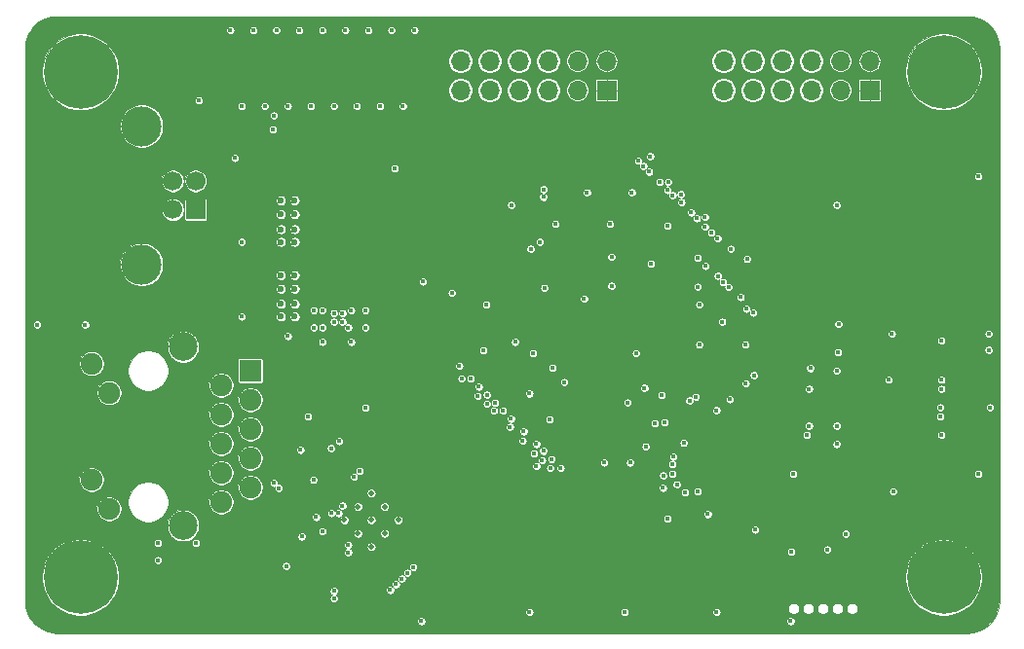
<source format=gbr>
G04 #@! TF.GenerationSoftware,KiCad,Pcbnew,5.1.4*
G04 #@! TF.CreationDate,2019-10-19T18:39:22+01:00*
G04 #@! TF.ProjectId,manila_ice,6d616e69-6c61-45f6-9963-652e6b696361,rev?*
G04 #@! TF.SameCoordinates,Original*
G04 #@! TF.FileFunction,Copper,L3,Inr*
G04 #@! TF.FilePolarity,Positive*
%FSLAX46Y46*%
G04 Gerber Fmt 4.6, Leading zero omitted, Abs format (unit mm)*
G04 Created by KiCad (PCBNEW 5.1.4) date 2019-10-19 18:39:22*
%MOMM*%
%LPD*%
G04 APERTURE LIST*
%ADD10O,1.700000X1.700000*%
%ADD11R,1.700000X1.700000*%
%ADD12C,0.500000*%
%ADD13C,1.700000*%
%ADD14C,3.500000*%
%ADD15R,1.900000X1.900000*%
%ADD16C,1.900000*%
%ADD17C,2.500000*%
%ADD18C,0.600000*%
%ADD19C,6.400000*%
%ADD20C,0.450000*%
%ADD21C,0.089000*%
G04 APERTURE END LIST*
D10*
X151800000Y-74060000D03*
X151800000Y-76600000D03*
X154340000Y-74060000D03*
X154340000Y-76600000D03*
X156880000Y-74060000D03*
X156880000Y-76600000D03*
X159420000Y-74060000D03*
X159420000Y-76600000D03*
X161960000Y-74060000D03*
X161960000Y-76600000D03*
X164500000Y-74060000D03*
D11*
X164500000Y-76600000D03*
D10*
X174660000Y-74060000D03*
X174660000Y-76600000D03*
X177200000Y-74060000D03*
X177200000Y-76600000D03*
X179740000Y-74060000D03*
X179740000Y-76600000D03*
X182280000Y-74060000D03*
X182280000Y-76600000D03*
X184820000Y-74060000D03*
X184820000Y-76600000D03*
X187360000Y-74060000D03*
D11*
X187360000Y-76600000D03*
D12*
X146383452Y-114000000D03*
X145216726Y-115166726D03*
X144050000Y-116333452D03*
X145216726Y-112833274D03*
X144050000Y-114000000D03*
X142883274Y-115166726D03*
X144050000Y-111666548D03*
X142883274Y-112833274D03*
X141716548Y-114000000D03*
D11*
X128800000Y-87000000D03*
D13*
X128800000Y-84500000D03*
X126800000Y-84500000D03*
X126800000Y-87000000D03*
D14*
X124090000Y-91770000D03*
X124090000Y-79730000D03*
D15*
X133550000Y-101000000D03*
D16*
X131010000Y-102270000D03*
X133550000Y-103540000D03*
X131010000Y-104810000D03*
X133550000Y-106080000D03*
X131010000Y-107350000D03*
X133550000Y-108620000D03*
X131010000Y-109890000D03*
X121280000Y-113040000D03*
X119760000Y-110500000D03*
X121280000Y-102930000D03*
X119760000Y-100390000D03*
D17*
X127710000Y-98940000D03*
X127710000Y-114490000D03*
D16*
X133550000Y-111160000D03*
X131010000Y-112430000D03*
D18*
X137400000Y-89800000D03*
X137400000Y-88700000D03*
X136200000Y-88700000D03*
X136200000Y-89800000D03*
X137400000Y-86200000D03*
X137400000Y-87400000D03*
X136200000Y-87400000D03*
X136200000Y-86200000D03*
X136200000Y-92700000D03*
X136200000Y-93900000D03*
X137400000Y-93900000D03*
X137400000Y-92700000D03*
X136200000Y-96300000D03*
X136200000Y-95200000D03*
X137400000Y-95200000D03*
X137400000Y-96300000D03*
D19*
X118800000Y-75000000D03*
X193800000Y-75000000D03*
X193800000Y-119000000D03*
X118800000Y-119000000D03*
D20*
X158800000Y-104000000D03*
X154550000Y-100500000D03*
X151800000Y-97500000D03*
X156800000Y-91500000D03*
X167050000Y-86000000D03*
X175550000Y-94500000D03*
X174550000Y-100750000D03*
X187550000Y-113000000D03*
X196050000Y-105750000D03*
X196050000Y-107500000D03*
X196050000Y-101000000D03*
X196050000Y-96500000D03*
X196050000Y-86500000D03*
X182050000Y-98750000D03*
X182050000Y-103500000D03*
X173000000Y-105600000D03*
X165416496Y-110083504D03*
X140800000Y-89500000D03*
X141550000Y-89500000D03*
X140800000Y-90250000D03*
X141550000Y-90250000D03*
X139050000Y-90750000D03*
X139800000Y-90750000D03*
X143550000Y-89250000D03*
X139050000Y-89250000D03*
X139800000Y-89250000D03*
X142300000Y-89250000D03*
X143550000Y-90750000D03*
X142050000Y-90750000D03*
X186100000Y-122800000D03*
X137343153Y-111206847D03*
X137648349Y-112901651D03*
X140800000Y-118250000D03*
X141550000Y-111750000D03*
X143800000Y-107750000D03*
X140050004Y-112500004D03*
X147300000Y-102750000D03*
X158068362Y-87000000D03*
X149050000Y-111500000D03*
X169781097Y-104500000D03*
X165700000Y-106500000D03*
X158600000Y-116300000D03*
X166050000Y-116350000D03*
X157900000Y-111400000D03*
X155200000Y-113600000D03*
X160100000Y-111200000D03*
X160118860Y-114618860D03*
X145100000Y-118200000D03*
X147100000Y-116000000D03*
X136600000Y-82600000D03*
X169900000Y-89700000D03*
X167950000Y-98100000D03*
X187750000Y-119000000D03*
X125500000Y-117500000D03*
X131800000Y-71400000D03*
X135493324Y-80006676D03*
X132200000Y-82500000D03*
X146100000Y-83400000D03*
X115000000Y-97000000D03*
X119200000Y-97000000D03*
X125500000Y-116000000D03*
X128800000Y-116000000D03*
X196800000Y-84100000D03*
X197700000Y-97800000D03*
X197700000Y-99200000D03*
X197800000Y-104200000D03*
X196800000Y-110000000D03*
X189400000Y-111500000D03*
X180700000Y-110000000D03*
X184500000Y-107400000D03*
X184500000Y-105800000D03*
X182100000Y-105800000D03*
X184500000Y-101000000D03*
X182200000Y-100800000D03*
X184651804Y-96960701D03*
X193600000Y-98400000D03*
X180500000Y-122800000D03*
X184500000Y-86600000D03*
X132800000Y-89800000D03*
X132800000Y-96300000D03*
X136661306Y-118011306D03*
X138009795Y-115438494D03*
X139800000Y-115000000D03*
X139030004Y-110519996D03*
X136800000Y-98000000D03*
X142300000Y-98500000D03*
X139800000Y-98500000D03*
X180550000Y-116750000D03*
X174050000Y-122000000D03*
X166050000Y-122000000D03*
X157800000Y-122000000D03*
X148550000Y-93250000D03*
X154050000Y-95250000D03*
X156550000Y-98500000D03*
X159800000Y-100750000D03*
X160800000Y-102000000D03*
X167800000Y-102500000D03*
X172550000Y-98750000D03*
X174550000Y-96750000D03*
X172550000Y-95250000D03*
X164800000Y-88250000D03*
X162800000Y-85500000D03*
X160050000Y-88250000D03*
X169550000Y-105500000D03*
X166550000Y-109000000D03*
X164300000Y-109000000D03*
X169800000Y-113898350D03*
X166695083Y-85492976D03*
X153800000Y-99250000D03*
X159550000Y-105250000D03*
X158400000Y-109300000D03*
X159100000Y-93800000D03*
X148400000Y-122800000D03*
X171200000Y-107300000D03*
X169800000Y-88400000D03*
X156216206Y-86600000D03*
X135600000Y-78800000D03*
X158100000Y-99500000D03*
X133800000Y-71400000D03*
X135800000Y-71400000D03*
X137800000Y-71400000D03*
X139800000Y-71400000D03*
X141800000Y-71400000D03*
X143800000Y-71400000D03*
X145800000Y-71400000D03*
X147800000Y-71400000D03*
X139250000Y-113750000D03*
X129050000Y-77500000D03*
X137900000Y-107900000D03*
X164925000Y-91125000D03*
X164925000Y-93625000D03*
X168350000Y-91700000D03*
X157800000Y-103000000D03*
X151050000Y-94250000D03*
X174600000Y-93300000D03*
X176550000Y-98750000D03*
X139050000Y-95750000D03*
X139800000Y-95750000D03*
X139050000Y-97250000D03*
X139800000Y-97250000D03*
X140800000Y-96000000D03*
X141550000Y-96000000D03*
X141550000Y-96750000D03*
X140800000Y-96750000D03*
X142050000Y-97250000D03*
X143550000Y-97250000D03*
X143550000Y-95750000D03*
X142300000Y-95750000D03*
X162550000Y-94750000D03*
X167050000Y-99500000D03*
X138550000Y-105000000D03*
X143050000Y-109750000D03*
X167900000Y-107600000D03*
X170200020Y-110000000D03*
X146800000Y-78000000D03*
X144800000Y-78000000D03*
X142800000Y-78000000D03*
X140800000Y-78000000D03*
X138800000Y-78000000D03*
X136800000Y-78000000D03*
X134800000Y-78000000D03*
X132800000Y-78000000D03*
X170600000Y-110900000D03*
X183668324Y-116568324D03*
X169400000Y-111200000D03*
X173300000Y-113500000D03*
X171300000Y-111600000D03*
X185300000Y-115200000D03*
X155500000Y-104500000D03*
X141256676Y-107143324D03*
X159600000Y-109500000D03*
X159700000Y-108700000D03*
X158900000Y-108800000D03*
X159000000Y-108000000D03*
X158200000Y-108200000D03*
X158400000Y-107400000D03*
X145700000Y-120100000D03*
X169426193Y-110131944D03*
X193600000Y-106600000D03*
X193500000Y-105000000D03*
X193500000Y-104200000D03*
X193600000Y-102600000D03*
X193600000Y-101800000D03*
X176630964Y-95623525D03*
X176158920Y-94610712D03*
X175100000Y-93750000D03*
X174170031Y-92761468D03*
X176700000Y-91300000D03*
X175300000Y-90401640D03*
X174150000Y-89500000D03*
X173600000Y-89000000D03*
X173050000Y-87650000D03*
X171850000Y-87250000D03*
X170950000Y-85650000D03*
X169800000Y-85300000D03*
X169100000Y-84600000D03*
X167700000Y-83200000D03*
X168300253Y-82351649D03*
X167250000Y-82750000D03*
X168200000Y-83700000D03*
X169850000Y-84600000D03*
X170250000Y-85750000D03*
X171000000Y-86350000D03*
X172350000Y-87750000D03*
X173050000Y-88500000D03*
X172400000Y-91200000D03*
X173100000Y-91900000D03*
X172400000Y-93700000D03*
X189300000Y-97800000D03*
X184600000Y-99400000D03*
X177231676Y-95968324D03*
X189000000Y-101800000D03*
X182100000Y-102600000D03*
X177300000Y-101400000D03*
X176600000Y-102100000D03*
X181900000Y-106600000D03*
X168700000Y-105600000D03*
X166318324Y-103781676D03*
X169280177Y-103119823D03*
X174050000Y-104446098D03*
X146200000Y-119600000D03*
X146700000Y-119100000D03*
X147200000Y-118600000D03*
X147700000Y-118100000D03*
X160500000Y-109500000D03*
X157200000Y-107100000D03*
X157300000Y-106300000D03*
X156100000Y-105900000D03*
X156200000Y-105200000D03*
X154700000Y-104500000D03*
X154800000Y-103800000D03*
X154100000Y-103900000D03*
X154100000Y-103100000D03*
X153300000Y-103200000D03*
X153400000Y-102400000D03*
X152700000Y-101700000D03*
X151900000Y-101700000D03*
X151700000Y-100600000D03*
X142550000Y-110250000D03*
X140550000Y-107750000D03*
X175200000Y-103500000D03*
X177400000Y-114851650D03*
X172400000Y-111500000D03*
X170300000Y-108500000D03*
X170212018Y-109152127D03*
X140573885Y-113410315D03*
X141205485Y-113410315D03*
X142050000Y-116184200D03*
X142050000Y-116815800D03*
X136023305Y-111223305D03*
X135576695Y-110776695D03*
X140800000Y-120184200D03*
X140800000Y-120815800D03*
X143550000Y-104250000D03*
X141550000Y-112750000D03*
X157900000Y-90400000D03*
X158700000Y-89800000D03*
X171700000Y-103600000D03*
X172230704Y-103281578D03*
X159018744Y-85231256D03*
X159000000Y-85900000D03*
D21*
G36*
X196351768Y-70213361D02*
G01*
X196882523Y-70373606D01*
X197372039Y-70633885D01*
X197801685Y-70984296D01*
X198155082Y-71411480D01*
X198418771Y-71899165D01*
X198582718Y-72428786D01*
X198641456Y-72987640D01*
X198641500Y-73000265D01*
X198641501Y-120992233D01*
X198586637Y-121551773D01*
X198426395Y-122082522D01*
X198166113Y-122572042D01*
X197815704Y-123001685D01*
X197388520Y-123355082D01*
X196900836Y-123618771D01*
X196371209Y-123782719D01*
X195812359Y-123841456D01*
X195799735Y-123841500D01*
X116807757Y-123841500D01*
X116248227Y-123786637D01*
X115717478Y-123626395D01*
X115227958Y-123366113D01*
X114798315Y-123015704D01*
X114590660Y-122764691D01*
X148041500Y-122764691D01*
X148041500Y-122835309D01*
X148055277Y-122904571D01*
X148082301Y-122969814D01*
X148121535Y-123028531D01*
X148171469Y-123078465D01*
X148230186Y-123117699D01*
X148295429Y-123144723D01*
X148364691Y-123158500D01*
X148435309Y-123158500D01*
X148504571Y-123144723D01*
X148569814Y-123117699D01*
X148628531Y-123078465D01*
X148678465Y-123028531D01*
X148717699Y-122969814D01*
X148744723Y-122904571D01*
X148758500Y-122835309D01*
X148758500Y-122764691D01*
X180141500Y-122764691D01*
X180141500Y-122835309D01*
X180155277Y-122904571D01*
X180182301Y-122969814D01*
X180221535Y-123028531D01*
X180271469Y-123078465D01*
X180330186Y-123117699D01*
X180395429Y-123144723D01*
X180464691Y-123158500D01*
X180535309Y-123158500D01*
X180604571Y-123144723D01*
X180669814Y-123117699D01*
X180728531Y-123078465D01*
X180778465Y-123028531D01*
X180817699Y-122969814D01*
X180844723Y-122904571D01*
X180858500Y-122835309D01*
X180858500Y-122764691D01*
X180844723Y-122695429D01*
X180817699Y-122630186D01*
X180778465Y-122571469D01*
X180728531Y-122521535D01*
X180669814Y-122482301D01*
X180604571Y-122455277D01*
X180535309Y-122441500D01*
X180464691Y-122441500D01*
X180395429Y-122455277D01*
X180330186Y-122482301D01*
X180271469Y-122521535D01*
X180221535Y-122571469D01*
X180182301Y-122630186D01*
X180155277Y-122695429D01*
X180141500Y-122764691D01*
X148758500Y-122764691D01*
X148744723Y-122695429D01*
X148717699Y-122630186D01*
X148678465Y-122571469D01*
X148628531Y-122521535D01*
X148569814Y-122482301D01*
X148504571Y-122455277D01*
X148435309Y-122441500D01*
X148364691Y-122441500D01*
X148295429Y-122455277D01*
X148230186Y-122482301D01*
X148171469Y-122521535D01*
X148121535Y-122571469D01*
X148082301Y-122630186D01*
X148055277Y-122695429D01*
X148041500Y-122764691D01*
X114590660Y-122764691D01*
X114444918Y-122588520D01*
X114181229Y-122100836D01*
X114017281Y-121571209D01*
X113958544Y-121012359D01*
X113958500Y-120999735D01*
X113958500Y-118671679D01*
X115466500Y-118671679D01*
X115466500Y-119328321D01*
X115594605Y-119972346D01*
X115845891Y-120579004D01*
X116210702Y-121124982D01*
X116675018Y-121589298D01*
X117220996Y-121954109D01*
X117827654Y-122205395D01*
X118471679Y-122333500D01*
X119128321Y-122333500D01*
X119772346Y-122205395D01*
X120353456Y-121964691D01*
X157441500Y-121964691D01*
X157441500Y-122035309D01*
X157455277Y-122104571D01*
X157482301Y-122169814D01*
X157521535Y-122228531D01*
X157571469Y-122278465D01*
X157630186Y-122317699D01*
X157695429Y-122344723D01*
X157764691Y-122358500D01*
X157835309Y-122358500D01*
X157904571Y-122344723D01*
X157969814Y-122317699D01*
X158028531Y-122278465D01*
X158078465Y-122228531D01*
X158117699Y-122169814D01*
X158144723Y-122104571D01*
X158158500Y-122035309D01*
X158158500Y-121964691D01*
X165691500Y-121964691D01*
X165691500Y-122035309D01*
X165705277Y-122104571D01*
X165732301Y-122169814D01*
X165771535Y-122228531D01*
X165821469Y-122278465D01*
X165880186Y-122317699D01*
X165945429Y-122344723D01*
X166014691Y-122358500D01*
X166085309Y-122358500D01*
X166154571Y-122344723D01*
X166219814Y-122317699D01*
X166278531Y-122278465D01*
X166328465Y-122228531D01*
X166367699Y-122169814D01*
X166394723Y-122104571D01*
X166408500Y-122035309D01*
X166408500Y-121964691D01*
X173691500Y-121964691D01*
X173691500Y-122035309D01*
X173705277Y-122104571D01*
X173732301Y-122169814D01*
X173771535Y-122228531D01*
X173821469Y-122278465D01*
X173880186Y-122317699D01*
X173945429Y-122344723D01*
X174014691Y-122358500D01*
X174085309Y-122358500D01*
X174154571Y-122344723D01*
X174219814Y-122317699D01*
X174278531Y-122278465D01*
X174328465Y-122228531D01*
X174367699Y-122169814D01*
X174394723Y-122104571D01*
X174408500Y-122035309D01*
X174408500Y-121964691D01*
X174394723Y-121895429D01*
X174367699Y-121830186D01*
X174328465Y-121771469D01*
X174278531Y-121721535D01*
X174219814Y-121682301D01*
X174154571Y-121655277D01*
X174114865Y-121647379D01*
X180276500Y-121647379D01*
X180276500Y-121742621D01*
X180295081Y-121836032D01*
X180331528Y-121924023D01*
X180384441Y-122003213D01*
X180451787Y-122070559D01*
X180530977Y-122123472D01*
X180618968Y-122159919D01*
X180712379Y-122178500D01*
X180807621Y-122178500D01*
X180901032Y-122159919D01*
X180989023Y-122123472D01*
X181068213Y-122070559D01*
X181135559Y-122003213D01*
X181188472Y-121924023D01*
X181224919Y-121836032D01*
X181243500Y-121742621D01*
X181243500Y-121647379D01*
X181546500Y-121647379D01*
X181546500Y-121742621D01*
X181565081Y-121836032D01*
X181601528Y-121924023D01*
X181654441Y-122003213D01*
X181721787Y-122070559D01*
X181800977Y-122123472D01*
X181888968Y-122159919D01*
X181982379Y-122178500D01*
X182077621Y-122178500D01*
X182171032Y-122159919D01*
X182259023Y-122123472D01*
X182338213Y-122070559D01*
X182405559Y-122003213D01*
X182458472Y-121924023D01*
X182494919Y-121836032D01*
X182513500Y-121742621D01*
X182513500Y-121647379D01*
X182816500Y-121647379D01*
X182816500Y-121742621D01*
X182835081Y-121836032D01*
X182871528Y-121924023D01*
X182924441Y-122003213D01*
X182991787Y-122070559D01*
X183070977Y-122123472D01*
X183158968Y-122159919D01*
X183252379Y-122178500D01*
X183347621Y-122178500D01*
X183441032Y-122159919D01*
X183529023Y-122123472D01*
X183608213Y-122070559D01*
X183675559Y-122003213D01*
X183728472Y-121924023D01*
X183764919Y-121836032D01*
X183783500Y-121742621D01*
X183783500Y-121647379D01*
X184086500Y-121647379D01*
X184086500Y-121742621D01*
X184105081Y-121836032D01*
X184141528Y-121924023D01*
X184194441Y-122003213D01*
X184261787Y-122070559D01*
X184340977Y-122123472D01*
X184428968Y-122159919D01*
X184522379Y-122178500D01*
X184617621Y-122178500D01*
X184711032Y-122159919D01*
X184799023Y-122123472D01*
X184878213Y-122070559D01*
X184945559Y-122003213D01*
X184998472Y-121924023D01*
X185034919Y-121836032D01*
X185053500Y-121742621D01*
X185053500Y-121647379D01*
X185356500Y-121647379D01*
X185356500Y-121742621D01*
X185375081Y-121836032D01*
X185411528Y-121924023D01*
X185464441Y-122003213D01*
X185531787Y-122070559D01*
X185610977Y-122123472D01*
X185698968Y-122159919D01*
X185792379Y-122178500D01*
X185887621Y-122178500D01*
X185981032Y-122159919D01*
X186069023Y-122123472D01*
X186148213Y-122070559D01*
X186215559Y-122003213D01*
X186268472Y-121924023D01*
X186304919Y-121836032D01*
X186323500Y-121742621D01*
X186323500Y-121647379D01*
X186304919Y-121553968D01*
X186268472Y-121465977D01*
X186215559Y-121386787D01*
X186148213Y-121319441D01*
X186069023Y-121266528D01*
X185981032Y-121230081D01*
X185887621Y-121211500D01*
X185792379Y-121211500D01*
X185698968Y-121230081D01*
X185610977Y-121266528D01*
X185531787Y-121319441D01*
X185464441Y-121386787D01*
X185411528Y-121465977D01*
X185375081Y-121553968D01*
X185356500Y-121647379D01*
X185053500Y-121647379D01*
X185034919Y-121553968D01*
X184998472Y-121465977D01*
X184945559Y-121386787D01*
X184878213Y-121319441D01*
X184799023Y-121266528D01*
X184711032Y-121230081D01*
X184617621Y-121211500D01*
X184522379Y-121211500D01*
X184428968Y-121230081D01*
X184340977Y-121266528D01*
X184261787Y-121319441D01*
X184194441Y-121386787D01*
X184141528Y-121465977D01*
X184105081Y-121553968D01*
X184086500Y-121647379D01*
X183783500Y-121647379D01*
X183764919Y-121553968D01*
X183728472Y-121465977D01*
X183675559Y-121386787D01*
X183608213Y-121319441D01*
X183529023Y-121266528D01*
X183441032Y-121230081D01*
X183347621Y-121211500D01*
X183252379Y-121211500D01*
X183158968Y-121230081D01*
X183070977Y-121266528D01*
X182991787Y-121319441D01*
X182924441Y-121386787D01*
X182871528Y-121465977D01*
X182835081Y-121553968D01*
X182816500Y-121647379D01*
X182513500Y-121647379D01*
X182494919Y-121553968D01*
X182458472Y-121465977D01*
X182405559Y-121386787D01*
X182338213Y-121319441D01*
X182259023Y-121266528D01*
X182171032Y-121230081D01*
X182077621Y-121211500D01*
X181982379Y-121211500D01*
X181888968Y-121230081D01*
X181800977Y-121266528D01*
X181721787Y-121319441D01*
X181654441Y-121386787D01*
X181601528Y-121465977D01*
X181565081Y-121553968D01*
X181546500Y-121647379D01*
X181243500Y-121647379D01*
X181224919Y-121553968D01*
X181188472Y-121465977D01*
X181135559Y-121386787D01*
X181068213Y-121319441D01*
X180989023Y-121266528D01*
X180901032Y-121230081D01*
X180807621Y-121211500D01*
X180712379Y-121211500D01*
X180618968Y-121230081D01*
X180530977Y-121266528D01*
X180451787Y-121319441D01*
X180384441Y-121386787D01*
X180331528Y-121465977D01*
X180295081Y-121553968D01*
X180276500Y-121647379D01*
X174114865Y-121647379D01*
X174085309Y-121641500D01*
X174014691Y-121641500D01*
X173945429Y-121655277D01*
X173880186Y-121682301D01*
X173821469Y-121721535D01*
X173771535Y-121771469D01*
X173732301Y-121830186D01*
X173705277Y-121895429D01*
X173691500Y-121964691D01*
X166408500Y-121964691D01*
X166394723Y-121895429D01*
X166367699Y-121830186D01*
X166328465Y-121771469D01*
X166278531Y-121721535D01*
X166219814Y-121682301D01*
X166154571Y-121655277D01*
X166085309Y-121641500D01*
X166014691Y-121641500D01*
X165945429Y-121655277D01*
X165880186Y-121682301D01*
X165821469Y-121721535D01*
X165771535Y-121771469D01*
X165732301Y-121830186D01*
X165705277Y-121895429D01*
X165691500Y-121964691D01*
X158158500Y-121964691D01*
X158144723Y-121895429D01*
X158117699Y-121830186D01*
X158078465Y-121771469D01*
X158028531Y-121721535D01*
X157969814Y-121682301D01*
X157904571Y-121655277D01*
X157835309Y-121641500D01*
X157764691Y-121641500D01*
X157695429Y-121655277D01*
X157630186Y-121682301D01*
X157571469Y-121721535D01*
X157521535Y-121771469D01*
X157482301Y-121830186D01*
X157455277Y-121895429D01*
X157441500Y-121964691D01*
X120353456Y-121964691D01*
X120379004Y-121954109D01*
X120924982Y-121589298D01*
X121389298Y-121124982D01*
X121754109Y-120579004D01*
X121932267Y-120148891D01*
X140441500Y-120148891D01*
X140441500Y-120219509D01*
X140455277Y-120288771D01*
X140482301Y-120354014D01*
X140521535Y-120412731D01*
X140571469Y-120462665D01*
X140627344Y-120500000D01*
X140571469Y-120537335D01*
X140521535Y-120587269D01*
X140482301Y-120645986D01*
X140455277Y-120711229D01*
X140441500Y-120780491D01*
X140441500Y-120851109D01*
X140455277Y-120920371D01*
X140482301Y-120985614D01*
X140521535Y-121044331D01*
X140571469Y-121094265D01*
X140630186Y-121133499D01*
X140695429Y-121160523D01*
X140764691Y-121174300D01*
X140835309Y-121174300D01*
X140904571Y-121160523D01*
X140969814Y-121133499D01*
X141028531Y-121094265D01*
X141078465Y-121044331D01*
X141117699Y-120985614D01*
X141144723Y-120920371D01*
X141158500Y-120851109D01*
X141158500Y-120780491D01*
X141144723Y-120711229D01*
X141117699Y-120645986D01*
X141078465Y-120587269D01*
X141028531Y-120537335D01*
X140972656Y-120500000D01*
X141028531Y-120462665D01*
X141078465Y-120412731D01*
X141117699Y-120354014D01*
X141144723Y-120288771D01*
X141158500Y-120219509D01*
X141158500Y-120148891D01*
X141144723Y-120079629D01*
X141138536Y-120064691D01*
X145341500Y-120064691D01*
X145341500Y-120135309D01*
X145355277Y-120204571D01*
X145382301Y-120269814D01*
X145421535Y-120328531D01*
X145471469Y-120378465D01*
X145530186Y-120417699D01*
X145595429Y-120444723D01*
X145664691Y-120458500D01*
X145735309Y-120458500D01*
X145804571Y-120444723D01*
X145869814Y-120417699D01*
X145928531Y-120378465D01*
X145978465Y-120328531D01*
X146017699Y-120269814D01*
X146044723Y-120204571D01*
X146058500Y-120135309D01*
X146058500Y-120064691D01*
X146044723Y-119995429D01*
X146017699Y-119930186D01*
X145992553Y-119892553D01*
X146030186Y-119917699D01*
X146095429Y-119944723D01*
X146164691Y-119958500D01*
X146235309Y-119958500D01*
X146304571Y-119944723D01*
X146369814Y-119917699D01*
X146428531Y-119878465D01*
X146478465Y-119828531D01*
X146517699Y-119769814D01*
X146544723Y-119704571D01*
X146558500Y-119635309D01*
X146558500Y-119564691D01*
X146544723Y-119495429D01*
X146517699Y-119430186D01*
X146492553Y-119392553D01*
X146530186Y-119417699D01*
X146595429Y-119444723D01*
X146664691Y-119458500D01*
X146735309Y-119458500D01*
X146804571Y-119444723D01*
X146869814Y-119417699D01*
X146928531Y-119378465D01*
X146978465Y-119328531D01*
X147017699Y-119269814D01*
X147044723Y-119204571D01*
X147058500Y-119135309D01*
X147058500Y-119064691D01*
X147044723Y-118995429D01*
X147017699Y-118930186D01*
X146992553Y-118892553D01*
X147030186Y-118917699D01*
X147095429Y-118944723D01*
X147164691Y-118958500D01*
X147235309Y-118958500D01*
X147304571Y-118944723D01*
X147369814Y-118917699D01*
X147428531Y-118878465D01*
X147478465Y-118828531D01*
X147517699Y-118769814D01*
X147544723Y-118704571D01*
X147551265Y-118671679D01*
X190466500Y-118671679D01*
X190466500Y-119328321D01*
X190594605Y-119972346D01*
X190845891Y-120579004D01*
X191210702Y-121124982D01*
X191675018Y-121589298D01*
X192220996Y-121954109D01*
X192827654Y-122205395D01*
X193471679Y-122333500D01*
X194128321Y-122333500D01*
X194772346Y-122205395D01*
X195379004Y-121954109D01*
X195924982Y-121589298D01*
X196389298Y-121124982D01*
X196754109Y-120579004D01*
X197005395Y-119972346D01*
X197133500Y-119328321D01*
X197133500Y-118671679D01*
X197005395Y-118027654D01*
X196754109Y-117420996D01*
X196389298Y-116875018D01*
X195924982Y-116410702D01*
X195379004Y-116045891D01*
X194772346Y-115794605D01*
X194128321Y-115666500D01*
X193471679Y-115666500D01*
X192827654Y-115794605D01*
X192220996Y-116045891D01*
X191675018Y-116410702D01*
X191210702Y-116875018D01*
X190845891Y-117420996D01*
X190594605Y-118027654D01*
X190466500Y-118671679D01*
X147551265Y-118671679D01*
X147558500Y-118635309D01*
X147558500Y-118564691D01*
X147544723Y-118495429D01*
X147517699Y-118430186D01*
X147492553Y-118392553D01*
X147530186Y-118417699D01*
X147595429Y-118444723D01*
X147664691Y-118458500D01*
X147735309Y-118458500D01*
X147804571Y-118444723D01*
X147869814Y-118417699D01*
X147928531Y-118378465D01*
X147978465Y-118328531D01*
X148017699Y-118269814D01*
X148044723Y-118204571D01*
X148058500Y-118135309D01*
X148058500Y-118064691D01*
X148044723Y-117995429D01*
X148017699Y-117930186D01*
X147978465Y-117871469D01*
X147928531Y-117821535D01*
X147869814Y-117782301D01*
X147804571Y-117755277D01*
X147735309Y-117741500D01*
X147664691Y-117741500D01*
X147595429Y-117755277D01*
X147530186Y-117782301D01*
X147471469Y-117821535D01*
X147421535Y-117871469D01*
X147382301Y-117930186D01*
X147355277Y-117995429D01*
X147341500Y-118064691D01*
X147341500Y-118135309D01*
X147355277Y-118204571D01*
X147382301Y-118269814D01*
X147407447Y-118307447D01*
X147369814Y-118282301D01*
X147304571Y-118255277D01*
X147235309Y-118241500D01*
X147164691Y-118241500D01*
X147095429Y-118255277D01*
X147030186Y-118282301D01*
X146971469Y-118321535D01*
X146921535Y-118371469D01*
X146882301Y-118430186D01*
X146855277Y-118495429D01*
X146841500Y-118564691D01*
X146841500Y-118635309D01*
X146855277Y-118704571D01*
X146882301Y-118769814D01*
X146907447Y-118807447D01*
X146869814Y-118782301D01*
X146804571Y-118755277D01*
X146735309Y-118741500D01*
X146664691Y-118741500D01*
X146595429Y-118755277D01*
X146530186Y-118782301D01*
X146471469Y-118821535D01*
X146421535Y-118871469D01*
X146382301Y-118930186D01*
X146355277Y-118995429D01*
X146341500Y-119064691D01*
X146341500Y-119135309D01*
X146355277Y-119204571D01*
X146382301Y-119269814D01*
X146407447Y-119307447D01*
X146369814Y-119282301D01*
X146304571Y-119255277D01*
X146235309Y-119241500D01*
X146164691Y-119241500D01*
X146095429Y-119255277D01*
X146030186Y-119282301D01*
X145971469Y-119321535D01*
X145921535Y-119371469D01*
X145882301Y-119430186D01*
X145855277Y-119495429D01*
X145841500Y-119564691D01*
X145841500Y-119635309D01*
X145855277Y-119704571D01*
X145882301Y-119769814D01*
X145907447Y-119807447D01*
X145869814Y-119782301D01*
X145804571Y-119755277D01*
X145735309Y-119741500D01*
X145664691Y-119741500D01*
X145595429Y-119755277D01*
X145530186Y-119782301D01*
X145471469Y-119821535D01*
X145421535Y-119871469D01*
X145382301Y-119930186D01*
X145355277Y-119995429D01*
X145341500Y-120064691D01*
X141138536Y-120064691D01*
X141117699Y-120014386D01*
X141078465Y-119955669D01*
X141028531Y-119905735D01*
X140969814Y-119866501D01*
X140904571Y-119839477D01*
X140835309Y-119825700D01*
X140764691Y-119825700D01*
X140695429Y-119839477D01*
X140630186Y-119866501D01*
X140571469Y-119905735D01*
X140521535Y-119955669D01*
X140482301Y-120014386D01*
X140455277Y-120079629D01*
X140441500Y-120148891D01*
X121932267Y-120148891D01*
X122005395Y-119972346D01*
X122133500Y-119328321D01*
X122133500Y-118671679D01*
X122005395Y-118027654D01*
X121983999Y-117975997D01*
X136302806Y-117975997D01*
X136302806Y-118046615D01*
X136316583Y-118115877D01*
X136343607Y-118181120D01*
X136382841Y-118239837D01*
X136432775Y-118289771D01*
X136491492Y-118329005D01*
X136556735Y-118356029D01*
X136625997Y-118369806D01*
X136696615Y-118369806D01*
X136765877Y-118356029D01*
X136831120Y-118329005D01*
X136889837Y-118289771D01*
X136939771Y-118239837D01*
X136979005Y-118181120D01*
X137006029Y-118115877D01*
X137019806Y-118046615D01*
X137019806Y-117975997D01*
X137006029Y-117906735D01*
X136979005Y-117841492D01*
X136939771Y-117782775D01*
X136889837Y-117732841D01*
X136831120Y-117693607D01*
X136765877Y-117666583D01*
X136696615Y-117652806D01*
X136625997Y-117652806D01*
X136556735Y-117666583D01*
X136491492Y-117693607D01*
X136432775Y-117732841D01*
X136382841Y-117782775D01*
X136343607Y-117841492D01*
X136316583Y-117906735D01*
X136302806Y-117975997D01*
X121983999Y-117975997D01*
X121772209Y-117464691D01*
X125141500Y-117464691D01*
X125141500Y-117535309D01*
X125155277Y-117604571D01*
X125182301Y-117669814D01*
X125221535Y-117728531D01*
X125271469Y-117778465D01*
X125330186Y-117817699D01*
X125395429Y-117844723D01*
X125464691Y-117858500D01*
X125535309Y-117858500D01*
X125604571Y-117844723D01*
X125669814Y-117817699D01*
X125728531Y-117778465D01*
X125778465Y-117728531D01*
X125817699Y-117669814D01*
X125844723Y-117604571D01*
X125858500Y-117535309D01*
X125858500Y-117464691D01*
X125844723Y-117395429D01*
X125817699Y-117330186D01*
X125778465Y-117271469D01*
X125728531Y-117221535D01*
X125669814Y-117182301D01*
X125604571Y-117155277D01*
X125535309Y-117141500D01*
X125464691Y-117141500D01*
X125395429Y-117155277D01*
X125330186Y-117182301D01*
X125271469Y-117221535D01*
X125221535Y-117271469D01*
X125182301Y-117330186D01*
X125155277Y-117395429D01*
X125141500Y-117464691D01*
X121772209Y-117464691D01*
X121754109Y-117420996D01*
X121389298Y-116875018D01*
X120924982Y-116410702D01*
X120379004Y-116045891D01*
X120182970Y-115964691D01*
X125141500Y-115964691D01*
X125141500Y-116035309D01*
X125155277Y-116104571D01*
X125182301Y-116169814D01*
X125221535Y-116228531D01*
X125271469Y-116278465D01*
X125330186Y-116317699D01*
X125395429Y-116344723D01*
X125464691Y-116358500D01*
X125535309Y-116358500D01*
X125604571Y-116344723D01*
X125669814Y-116317699D01*
X125728531Y-116278465D01*
X125778465Y-116228531D01*
X125817699Y-116169814D01*
X125844723Y-116104571D01*
X125858500Y-116035309D01*
X125858500Y-115964691D01*
X128441500Y-115964691D01*
X128441500Y-116035309D01*
X128455277Y-116104571D01*
X128482301Y-116169814D01*
X128521535Y-116228531D01*
X128571469Y-116278465D01*
X128630186Y-116317699D01*
X128695429Y-116344723D01*
X128764691Y-116358500D01*
X128835309Y-116358500D01*
X128904571Y-116344723D01*
X128969814Y-116317699D01*
X129028531Y-116278465D01*
X129078465Y-116228531D01*
X129117699Y-116169814D01*
X129126365Y-116148891D01*
X141691500Y-116148891D01*
X141691500Y-116219509D01*
X141705277Y-116288771D01*
X141732301Y-116354014D01*
X141771535Y-116412731D01*
X141821469Y-116462665D01*
X141877344Y-116500000D01*
X141821469Y-116537335D01*
X141771535Y-116587269D01*
X141732301Y-116645986D01*
X141705277Y-116711229D01*
X141691500Y-116780491D01*
X141691500Y-116851109D01*
X141705277Y-116920371D01*
X141732301Y-116985614D01*
X141771535Y-117044331D01*
X141821469Y-117094265D01*
X141880186Y-117133499D01*
X141945429Y-117160523D01*
X142014691Y-117174300D01*
X142085309Y-117174300D01*
X142154571Y-117160523D01*
X142219814Y-117133499D01*
X142278531Y-117094265D01*
X142328465Y-117044331D01*
X142367699Y-116985614D01*
X142394723Y-116920371D01*
X142408500Y-116851109D01*
X142408500Y-116780491D01*
X142394723Y-116711229D01*
X142367699Y-116645986D01*
X142328465Y-116587269D01*
X142278531Y-116537335D01*
X142222656Y-116500000D01*
X142278531Y-116462665D01*
X142328465Y-116412731D01*
X142367699Y-116354014D01*
X142391860Y-116295681D01*
X143666500Y-116295681D01*
X143666500Y-116371223D01*
X143681237Y-116445315D01*
X143710146Y-116515108D01*
X143752116Y-116577919D01*
X143805533Y-116631336D01*
X143868344Y-116673306D01*
X143938137Y-116702215D01*
X144012229Y-116716952D01*
X144087771Y-116716952D01*
X144099138Y-116714691D01*
X180191500Y-116714691D01*
X180191500Y-116785309D01*
X180205277Y-116854571D01*
X180232301Y-116919814D01*
X180271535Y-116978531D01*
X180321469Y-117028465D01*
X180380186Y-117067699D01*
X180445429Y-117094723D01*
X180514691Y-117108500D01*
X180585309Y-117108500D01*
X180654571Y-117094723D01*
X180719814Y-117067699D01*
X180778531Y-117028465D01*
X180828465Y-116978531D01*
X180867699Y-116919814D01*
X180894723Y-116854571D01*
X180908500Y-116785309D01*
X180908500Y-116714691D01*
X180894723Y-116645429D01*
X180867699Y-116580186D01*
X180836180Y-116533015D01*
X183309824Y-116533015D01*
X183309824Y-116603633D01*
X183323601Y-116672895D01*
X183350625Y-116738138D01*
X183389859Y-116796855D01*
X183439793Y-116846789D01*
X183498510Y-116886023D01*
X183563753Y-116913047D01*
X183633015Y-116926824D01*
X183703633Y-116926824D01*
X183772895Y-116913047D01*
X183838138Y-116886023D01*
X183896855Y-116846789D01*
X183946789Y-116796855D01*
X183986023Y-116738138D01*
X184013047Y-116672895D01*
X184026824Y-116603633D01*
X184026824Y-116533015D01*
X184013047Y-116463753D01*
X183986023Y-116398510D01*
X183946789Y-116339793D01*
X183896855Y-116289859D01*
X183838138Y-116250625D01*
X183772895Y-116223601D01*
X183703633Y-116209824D01*
X183633015Y-116209824D01*
X183563753Y-116223601D01*
X183498510Y-116250625D01*
X183439793Y-116289859D01*
X183389859Y-116339793D01*
X183350625Y-116398510D01*
X183323601Y-116463753D01*
X183309824Y-116533015D01*
X180836180Y-116533015D01*
X180828465Y-116521469D01*
X180778531Y-116471535D01*
X180719814Y-116432301D01*
X180654571Y-116405277D01*
X180585309Y-116391500D01*
X180514691Y-116391500D01*
X180445429Y-116405277D01*
X180380186Y-116432301D01*
X180321469Y-116471535D01*
X180271535Y-116521469D01*
X180232301Y-116580186D01*
X180205277Y-116645429D01*
X180191500Y-116714691D01*
X144099138Y-116714691D01*
X144161863Y-116702215D01*
X144231656Y-116673306D01*
X144294467Y-116631336D01*
X144347884Y-116577919D01*
X144389854Y-116515108D01*
X144418763Y-116445315D01*
X144433500Y-116371223D01*
X144433500Y-116295681D01*
X144418763Y-116221589D01*
X144389854Y-116151796D01*
X144347884Y-116088985D01*
X144294467Y-116035568D01*
X144231656Y-115993598D01*
X144161863Y-115964689D01*
X144087771Y-115949952D01*
X144012229Y-115949952D01*
X143938137Y-115964689D01*
X143868344Y-115993598D01*
X143805533Y-116035568D01*
X143752116Y-116088985D01*
X143710146Y-116151796D01*
X143681237Y-116221589D01*
X143666500Y-116295681D01*
X142391860Y-116295681D01*
X142394723Y-116288771D01*
X142408500Y-116219509D01*
X142408500Y-116148891D01*
X142394723Y-116079629D01*
X142367699Y-116014386D01*
X142328465Y-115955669D01*
X142278531Y-115905735D01*
X142219814Y-115866501D01*
X142154571Y-115839477D01*
X142085309Y-115825700D01*
X142014691Y-115825700D01*
X141945429Y-115839477D01*
X141880186Y-115866501D01*
X141821469Y-115905735D01*
X141771535Y-115955669D01*
X141732301Y-116014386D01*
X141705277Y-116079629D01*
X141691500Y-116148891D01*
X129126365Y-116148891D01*
X129144723Y-116104571D01*
X129158500Y-116035309D01*
X129158500Y-115964691D01*
X129144723Y-115895429D01*
X129117699Y-115830186D01*
X129078465Y-115771469D01*
X129028531Y-115721535D01*
X128969814Y-115682301D01*
X128904571Y-115655277D01*
X128835309Y-115641500D01*
X128764691Y-115641500D01*
X128695429Y-115655277D01*
X128630186Y-115682301D01*
X128571469Y-115721535D01*
X128521535Y-115771469D01*
X128482301Y-115830186D01*
X128455277Y-115895429D01*
X128441500Y-115964691D01*
X125858500Y-115964691D01*
X125844723Y-115895429D01*
X125817699Y-115830186D01*
X125778465Y-115771469D01*
X125728531Y-115721535D01*
X125669814Y-115682301D01*
X125604571Y-115655277D01*
X125535309Y-115641500D01*
X125464691Y-115641500D01*
X125395429Y-115655277D01*
X125330186Y-115682301D01*
X125271469Y-115721535D01*
X125221535Y-115771469D01*
X125182301Y-115830186D01*
X125155277Y-115895429D01*
X125141500Y-115964691D01*
X120182970Y-115964691D01*
X119772346Y-115794605D01*
X119128321Y-115666500D01*
X118471679Y-115666500D01*
X117827654Y-115794605D01*
X117220996Y-116045891D01*
X116675018Y-116410702D01*
X116210702Y-116875018D01*
X115845891Y-117420996D01*
X115594605Y-118027654D01*
X115466500Y-118671679D01*
X113958500Y-118671679D01*
X113958500Y-114353737D01*
X126326500Y-114353737D01*
X126326500Y-114626263D01*
X126379667Y-114893552D01*
X126483958Y-115145333D01*
X126635366Y-115371930D01*
X126828070Y-115564634D01*
X127054667Y-115716042D01*
X127306448Y-115820333D01*
X127573737Y-115873500D01*
X127846263Y-115873500D01*
X128113552Y-115820333D01*
X128365333Y-115716042D01*
X128591930Y-115564634D01*
X128753379Y-115403185D01*
X137651295Y-115403185D01*
X137651295Y-115473803D01*
X137665072Y-115543065D01*
X137692096Y-115608308D01*
X137731330Y-115667025D01*
X137781264Y-115716959D01*
X137839981Y-115756193D01*
X137905224Y-115783217D01*
X137974486Y-115796994D01*
X138045104Y-115796994D01*
X138114366Y-115783217D01*
X138179609Y-115756193D01*
X138238326Y-115716959D01*
X138288260Y-115667025D01*
X138327494Y-115608308D01*
X138354518Y-115543065D01*
X138368295Y-115473803D01*
X138368295Y-115403185D01*
X138354518Y-115333923D01*
X138327494Y-115268680D01*
X138288260Y-115209963D01*
X138238326Y-115160029D01*
X138179609Y-115120795D01*
X138114366Y-115093771D01*
X138045104Y-115079994D01*
X137974486Y-115079994D01*
X137905224Y-115093771D01*
X137839981Y-115120795D01*
X137781264Y-115160029D01*
X137731330Y-115209963D01*
X137692096Y-115268680D01*
X137665072Y-115333923D01*
X137651295Y-115403185D01*
X128753379Y-115403185D01*
X128784634Y-115371930D01*
X128936042Y-115145333D01*
X129010866Y-114964691D01*
X139441500Y-114964691D01*
X139441500Y-115035309D01*
X139455277Y-115104571D01*
X139482301Y-115169814D01*
X139521535Y-115228531D01*
X139571469Y-115278465D01*
X139630186Y-115317699D01*
X139695429Y-115344723D01*
X139764691Y-115358500D01*
X139835309Y-115358500D01*
X139904571Y-115344723D01*
X139969814Y-115317699D01*
X140028531Y-115278465D01*
X140078465Y-115228531D01*
X140117699Y-115169814D01*
X140134623Y-115128955D01*
X142499774Y-115128955D01*
X142499774Y-115204497D01*
X142514511Y-115278589D01*
X142543420Y-115348382D01*
X142585390Y-115411193D01*
X142638807Y-115464610D01*
X142701618Y-115506580D01*
X142771411Y-115535489D01*
X142845503Y-115550226D01*
X142921045Y-115550226D01*
X142995137Y-115535489D01*
X143064930Y-115506580D01*
X143127741Y-115464610D01*
X143181158Y-115411193D01*
X143223128Y-115348382D01*
X143252037Y-115278589D01*
X143266774Y-115204497D01*
X143266774Y-115128955D01*
X144833226Y-115128955D01*
X144833226Y-115204497D01*
X144847963Y-115278589D01*
X144876872Y-115348382D01*
X144918842Y-115411193D01*
X144972259Y-115464610D01*
X145035070Y-115506580D01*
X145104863Y-115535489D01*
X145178955Y-115550226D01*
X145254497Y-115550226D01*
X145328589Y-115535489D01*
X145398382Y-115506580D01*
X145461193Y-115464610D01*
X145514610Y-115411193D01*
X145556580Y-115348382D01*
X145585489Y-115278589D01*
X145600226Y-115204497D01*
X145600226Y-115128955D01*
X145585489Y-115054863D01*
X145556580Y-114985070D01*
X145514610Y-114922259D01*
X145461193Y-114868842D01*
X145398382Y-114826872D01*
X145372958Y-114816341D01*
X177041500Y-114816341D01*
X177041500Y-114886959D01*
X177055277Y-114956221D01*
X177082301Y-115021464D01*
X177121535Y-115080181D01*
X177171469Y-115130115D01*
X177230186Y-115169349D01*
X177295429Y-115196373D01*
X177364691Y-115210150D01*
X177435309Y-115210150D01*
X177504571Y-115196373D01*
X177569814Y-115169349D01*
X177576785Y-115164691D01*
X184941500Y-115164691D01*
X184941500Y-115235309D01*
X184955277Y-115304571D01*
X184982301Y-115369814D01*
X185021535Y-115428531D01*
X185071469Y-115478465D01*
X185130186Y-115517699D01*
X185195429Y-115544723D01*
X185264691Y-115558500D01*
X185335309Y-115558500D01*
X185404571Y-115544723D01*
X185469814Y-115517699D01*
X185528531Y-115478465D01*
X185578465Y-115428531D01*
X185617699Y-115369814D01*
X185644723Y-115304571D01*
X185658500Y-115235309D01*
X185658500Y-115164691D01*
X185644723Y-115095429D01*
X185617699Y-115030186D01*
X185578465Y-114971469D01*
X185528531Y-114921535D01*
X185469814Y-114882301D01*
X185404571Y-114855277D01*
X185335309Y-114841500D01*
X185264691Y-114841500D01*
X185195429Y-114855277D01*
X185130186Y-114882301D01*
X185071469Y-114921535D01*
X185021535Y-114971469D01*
X184982301Y-115030186D01*
X184955277Y-115095429D01*
X184941500Y-115164691D01*
X177576785Y-115164691D01*
X177628531Y-115130115D01*
X177678465Y-115080181D01*
X177717699Y-115021464D01*
X177744723Y-114956221D01*
X177758500Y-114886959D01*
X177758500Y-114816341D01*
X177744723Y-114747079D01*
X177717699Y-114681836D01*
X177678465Y-114623119D01*
X177628531Y-114573185D01*
X177569814Y-114533951D01*
X177504571Y-114506927D01*
X177435309Y-114493150D01*
X177364691Y-114493150D01*
X177295429Y-114506927D01*
X177230186Y-114533951D01*
X177171469Y-114573185D01*
X177121535Y-114623119D01*
X177082301Y-114681836D01*
X177055277Y-114747079D01*
X177041500Y-114816341D01*
X145372958Y-114816341D01*
X145328589Y-114797963D01*
X145254497Y-114783226D01*
X145178955Y-114783226D01*
X145104863Y-114797963D01*
X145035070Y-114826872D01*
X144972259Y-114868842D01*
X144918842Y-114922259D01*
X144876872Y-114985070D01*
X144847963Y-115054863D01*
X144833226Y-115128955D01*
X143266774Y-115128955D01*
X143252037Y-115054863D01*
X143223128Y-114985070D01*
X143181158Y-114922259D01*
X143127741Y-114868842D01*
X143064930Y-114826872D01*
X142995137Y-114797963D01*
X142921045Y-114783226D01*
X142845503Y-114783226D01*
X142771411Y-114797963D01*
X142701618Y-114826872D01*
X142638807Y-114868842D01*
X142585390Y-114922259D01*
X142543420Y-114985070D01*
X142514511Y-115054863D01*
X142499774Y-115128955D01*
X140134623Y-115128955D01*
X140144723Y-115104571D01*
X140158500Y-115035309D01*
X140158500Y-114964691D01*
X140144723Y-114895429D01*
X140117699Y-114830186D01*
X140078465Y-114771469D01*
X140028531Y-114721535D01*
X139969814Y-114682301D01*
X139904571Y-114655277D01*
X139835309Y-114641500D01*
X139764691Y-114641500D01*
X139695429Y-114655277D01*
X139630186Y-114682301D01*
X139571469Y-114721535D01*
X139521535Y-114771469D01*
X139482301Y-114830186D01*
X139455277Y-114895429D01*
X139441500Y-114964691D01*
X129010866Y-114964691D01*
X129040333Y-114893552D01*
X129093500Y-114626263D01*
X129093500Y-114353737D01*
X129040333Y-114086448D01*
X128936042Y-113834667D01*
X128855877Y-113714691D01*
X138891500Y-113714691D01*
X138891500Y-113785309D01*
X138905277Y-113854571D01*
X138932301Y-113919814D01*
X138971535Y-113978531D01*
X139021469Y-114028465D01*
X139080186Y-114067699D01*
X139145429Y-114094723D01*
X139214691Y-114108500D01*
X139285309Y-114108500D01*
X139354571Y-114094723D01*
X139419814Y-114067699D01*
X139478531Y-114028465D01*
X139528465Y-113978531D01*
X139539357Y-113962229D01*
X141333048Y-113962229D01*
X141333048Y-114037771D01*
X141347785Y-114111863D01*
X141376694Y-114181656D01*
X141418664Y-114244467D01*
X141472081Y-114297884D01*
X141534892Y-114339854D01*
X141604685Y-114368763D01*
X141678777Y-114383500D01*
X141754319Y-114383500D01*
X141828411Y-114368763D01*
X141898204Y-114339854D01*
X141961015Y-114297884D01*
X142014432Y-114244467D01*
X142056402Y-114181656D01*
X142085311Y-114111863D01*
X142100048Y-114037771D01*
X142100048Y-113962229D01*
X143666500Y-113962229D01*
X143666500Y-114037771D01*
X143681237Y-114111863D01*
X143710146Y-114181656D01*
X143752116Y-114244467D01*
X143805533Y-114297884D01*
X143868344Y-114339854D01*
X143938137Y-114368763D01*
X144012229Y-114383500D01*
X144087771Y-114383500D01*
X144161863Y-114368763D01*
X144231656Y-114339854D01*
X144294467Y-114297884D01*
X144347884Y-114244467D01*
X144389854Y-114181656D01*
X144418763Y-114111863D01*
X144433500Y-114037771D01*
X144433500Y-113962229D01*
X145999952Y-113962229D01*
X145999952Y-114037771D01*
X146014689Y-114111863D01*
X146043598Y-114181656D01*
X146085568Y-114244467D01*
X146138985Y-114297884D01*
X146201796Y-114339854D01*
X146271589Y-114368763D01*
X146345681Y-114383500D01*
X146421223Y-114383500D01*
X146495315Y-114368763D01*
X146565108Y-114339854D01*
X146627919Y-114297884D01*
X146681336Y-114244467D01*
X146723306Y-114181656D01*
X146752215Y-114111863D01*
X146766952Y-114037771D01*
X146766952Y-113962229D01*
X146752215Y-113888137D01*
X146741820Y-113863041D01*
X169441500Y-113863041D01*
X169441500Y-113933659D01*
X169455277Y-114002921D01*
X169482301Y-114068164D01*
X169521535Y-114126881D01*
X169571469Y-114176815D01*
X169630186Y-114216049D01*
X169695429Y-114243073D01*
X169764691Y-114256850D01*
X169835309Y-114256850D01*
X169904571Y-114243073D01*
X169969814Y-114216049D01*
X170028531Y-114176815D01*
X170078465Y-114126881D01*
X170117699Y-114068164D01*
X170144723Y-114002921D01*
X170158500Y-113933659D01*
X170158500Y-113863041D01*
X170144723Y-113793779D01*
X170117699Y-113728536D01*
X170078465Y-113669819D01*
X170028531Y-113619885D01*
X169969814Y-113580651D01*
X169904571Y-113553627D01*
X169835309Y-113539850D01*
X169764691Y-113539850D01*
X169695429Y-113553627D01*
X169630186Y-113580651D01*
X169571469Y-113619885D01*
X169521535Y-113669819D01*
X169482301Y-113728536D01*
X169455277Y-113793779D01*
X169441500Y-113863041D01*
X146741820Y-113863041D01*
X146723306Y-113818344D01*
X146681336Y-113755533D01*
X146627919Y-113702116D01*
X146565108Y-113660146D01*
X146495315Y-113631237D01*
X146421223Y-113616500D01*
X146345681Y-113616500D01*
X146271589Y-113631237D01*
X146201796Y-113660146D01*
X146138985Y-113702116D01*
X146085568Y-113755533D01*
X146043598Y-113818344D01*
X146014689Y-113888137D01*
X145999952Y-113962229D01*
X144433500Y-113962229D01*
X144418763Y-113888137D01*
X144389854Y-113818344D01*
X144347884Y-113755533D01*
X144294467Y-113702116D01*
X144231656Y-113660146D01*
X144161863Y-113631237D01*
X144087771Y-113616500D01*
X144012229Y-113616500D01*
X143938137Y-113631237D01*
X143868344Y-113660146D01*
X143805533Y-113702116D01*
X143752116Y-113755533D01*
X143710146Y-113818344D01*
X143681237Y-113888137D01*
X143666500Y-113962229D01*
X142100048Y-113962229D01*
X142085311Y-113888137D01*
X142056402Y-113818344D01*
X142014432Y-113755533D01*
X141961015Y-113702116D01*
X141898204Y-113660146D01*
X141828411Y-113631237D01*
X141754319Y-113616500D01*
X141678777Y-113616500D01*
X141604685Y-113631237D01*
X141534892Y-113660146D01*
X141472081Y-113702116D01*
X141418664Y-113755533D01*
X141376694Y-113818344D01*
X141347785Y-113888137D01*
X141333048Y-113962229D01*
X139539357Y-113962229D01*
X139567699Y-113919814D01*
X139594723Y-113854571D01*
X139608500Y-113785309D01*
X139608500Y-113714691D01*
X139594723Y-113645429D01*
X139567699Y-113580186D01*
X139528465Y-113521469D01*
X139478531Y-113471535D01*
X139419814Y-113432301D01*
X139354571Y-113405277D01*
X139285309Y-113391500D01*
X139214691Y-113391500D01*
X139145429Y-113405277D01*
X139080186Y-113432301D01*
X139021469Y-113471535D01*
X138971535Y-113521469D01*
X138932301Y-113580186D01*
X138905277Y-113645429D01*
X138891500Y-113714691D01*
X128855877Y-113714691D01*
X128784634Y-113608070D01*
X128591930Y-113415366D01*
X128365333Y-113263958D01*
X128113552Y-113159667D01*
X127846263Y-113106500D01*
X127573737Y-113106500D01*
X127306448Y-113159667D01*
X127054667Y-113263958D01*
X126828070Y-113415366D01*
X126635366Y-113608070D01*
X126483958Y-113834667D01*
X126379667Y-114086448D01*
X126326500Y-114353737D01*
X113958500Y-114353737D01*
X113958500Y-112933285D01*
X120196500Y-112933285D01*
X120196500Y-113146715D01*
X120238138Y-113356045D01*
X120319814Y-113553230D01*
X120438390Y-113730691D01*
X120589309Y-113881610D01*
X120766770Y-114000186D01*
X120963955Y-114081862D01*
X121173285Y-114123500D01*
X121386715Y-114123500D01*
X121596045Y-114081862D01*
X121793230Y-114000186D01*
X121970691Y-113881610D01*
X122121610Y-113730691D01*
X122240186Y-113553230D01*
X122321862Y-113356045D01*
X122363500Y-113146715D01*
X122363500Y-112933285D01*
X122321862Y-112723955D01*
X122240186Y-112526770D01*
X122121610Y-112349309D01*
X122029104Y-112256803D01*
X122901500Y-112256803D01*
X122901500Y-112603197D01*
X122969078Y-112942936D01*
X123101637Y-113262962D01*
X123294084Y-113550979D01*
X123539021Y-113795916D01*
X123827038Y-113988363D01*
X124147064Y-114120922D01*
X124486803Y-114188500D01*
X124833197Y-114188500D01*
X125172936Y-114120922D01*
X125492962Y-113988363D01*
X125780979Y-113795916D01*
X126025916Y-113550979D01*
X126218363Y-113262962D01*
X126350922Y-112942936D01*
X126418500Y-112603197D01*
X126418500Y-112323285D01*
X129926500Y-112323285D01*
X129926500Y-112536715D01*
X129968138Y-112746045D01*
X130049814Y-112943230D01*
X130168390Y-113120691D01*
X130319309Y-113271610D01*
X130496770Y-113390186D01*
X130693955Y-113471862D01*
X130903285Y-113513500D01*
X131116715Y-113513500D01*
X131326045Y-113471862D01*
X131523230Y-113390186D01*
X131545948Y-113375006D01*
X140215385Y-113375006D01*
X140215385Y-113445624D01*
X140229162Y-113514886D01*
X140256186Y-113580129D01*
X140295420Y-113638846D01*
X140345354Y-113688780D01*
X140404071Y-113728014D01*
X140469314Y-113755038D01*
X140538576Y-113768815D01*
X140609194Y-113768815D01*
X140678456Y-113755038D01*
X140743699Y-113728014D01*
X140802416Y-113688780D01*
X140852350Y-113638846D01*
X140889685Y-113582971D01*
X140927020Y-113638846D01*
X140976954Y-113688780D01*
X141035671Y-113728014D01*
X141100914Y-113755038D01*
X141170176Y-113768815D01*
X141240794Y-113768815D01*
X141310056Y-113755038D01*
X141375299Y-113728014D01*
X141434016Y-113688780D01*
X141483950Y-113638846D01*
X141523184Y-113580129D01*
X141550208Y-113514886D01*
X141560192Y-113464691D01*
X172941500Y-113464691D01*
X172941500Y-113535309D01*
X172955277Y-113604571D01*
X172982301Y-113669814D01*
X173021535Y-113728531D01*
X173071469Y-113778465D01*
X173130186Y-113817699D01*
X173195429Y-113844723D01*
X173264691Y-113858500D01*
X173335309Y-113858500D01*
X173404571Y-113844723D01*
X173469814Y-113817699D01*
X173528531Y-113778465D01*
X173578465Y-113728531D01*
X173617699Y-113669814D01*
X173644723Y-113604571D01*
X173658500Y-113535309D01*
X173658500Y-113464691D01*
X173644723Y-113395429D01*
X173617699Y-113330186D01*
X173578465Y-113271469D01*
X173528531Y-113221535D01*
X173469814Y-113182301D01*
X173404571Y-113155277D01*
X173335309Y-113141500D01*
X173264691Y-113141500D01*
X173195429Y-113155277D01*
X173130186Y-113182301D01*
X173071469Y-113221535D01*
X173021535Y-113271469D01*
X172982301Y-113330186D01*
X172955277Y-113395429D01*
X172941500Y-113464691D01*
X141560192Y-113464691D01*
X141563985Y-113445624D01*
X141563985Y-113375006D01*
X141550208Y-113305744D01*
X141523184Y-113240501D01*
X141483950Y-113181784D01*
X141434016Y-113131850D01*
X141375299Y-113092616D01*
X141310056Y-113065592D01*
X141240794Y-113051815D01*
X141170176Y-113051815D01*
X141100914Y-113065592D01*
X141035671Y-113092616D01*
X140976954Y-113131850D01*
X140927020Y-113181784D01*
X140889685Y-113237659D01*
X140852350Y-113181784D01*
X140802416Y-113131850D01*
X140743699Y-113092616D01*
X140678456Y-113065592D01*
X140609194Y-113051815D01*
X140538576Y-113051815D01*
X140469314Y-113065592D01*
X140404071Y-113092616D01*
X140345354Y-113131850D01*
X140295420Y-113181784D01*
X140256186Y-113240501D01*
X140229162Y-113305744D01*
X140215385Y-113375006D01*
X131545948Y-113375006D01*
X131700691Y-113271610D01*
X131851610Y-113120691D01*
X131970186Y-112943230D01*
X132051862Y-112746045D01*
X132058098Y-112714691D01*
X141191500Y-112714691D01*
X141191500Y-112785309D01*
X141205277Y-112854571D01*
X141232301Y-112919814D01*
X141271535Y-112978531D01*
X141321469Y-113028465D01*
X141380186Y-113067699D01*
X141445429Y-113094723D01*
X141514691Y-113108500D01*
X141585309Y-113108500D01*
X141654571Y-113094723D01*
X141719814Y-113067699D01*
X141778531Y-113028465D01*
X141828465Y-112978531D01*
X141867699Y-112919814D01*
X141894723Y-112854571D01*
X141906472Y-112795503D01*
X142499774Y-112795503D01*
X142499774Y-112871045D01*
X142514511Y-112945137D01*
X142543420Y-113014930D01*
X142585390Y-113077741D01*
X142638807Y-113131158D01*
X142701618Y-113173128D01*
X142771411Y-113202037D01*
X142845503Y-113216774D01*
X142921045Y-113216774D01*
X142995137Y-113202037D01*
X143064930Y-113173128D01*
X143127741Y-113131158D01*
X143181158Y-113077741D01*
X143223128Y-113014930D01*
X143252037Y-112945137D01*
X143266774Y-112871045D01*
X143266774Y-112795503D01*
X144833226Y-112795503D01*
X144833226Y-112871045D01*
X144847963Y-112945137D01*
X144876872Y-113014930D01*
X144918842Y-113077741D01*
X144972259Y-113131158D01*
X145035070Y-113173128D01*
X145104863Y-113202037D01*
X145178955Y-113216774D01*
X145254497Y-113216774D01*
X145328589Y-113202037D01*
X145398382Y-113173128D01*
X145461193Y-113131158D01*
X145514610Y-113077741D01*
X145556580Y-113014930D01*
X145585489Y-112945137D01*
X145600226Y-112871045D01*
X145600226Y-112795503D01*
X145585489Y-112721411D01*
X145556580Y-112651618D01*
X145514610Y-112588807D01*
X145461193Y-112535390D01*
X145398382Y-112493420D01*
X145328589Y-112464511D01*
X145254497Y-112449774D01*
X145178955Y-112449774D01*
X145104863Y-112464511D01*
X145035070Y-112493420D01*
X144972259Y-112535390D01*
X144918842Y-112588807D01*
X144876872Y-112651618D01*
X144847963Y-112721411D01*
X144833226Y-112795503D01*
X143266774Y-112795503D01*
X143252037Y-112721411D01*
X143223128Y-112651618D01*
X143181158Y-112588807D01*
X143127741Y-112535390D01*
X143064930Y-112493420D01*
X142995137Y-112464511D01*
X142921045Y-112449774D01*
X142845503Y-112449774D01*
X142771411Y-112464511D01*
X142701618Y-112493420D01*
X142638807Y-112535390D01*
X142585390Y-112588807D01*
X142543420Y-112651618D01*
X142514511Y-112721411D01*
X142499774Y-112795503D01*
X141906472Y-112795503D01*
X141908500Y-112785309D01*
X141908500Y-112714691D01*
X141894723Y-112645429D01*
X141867699Y-112580186D01*
X141828465Y-112521469D01*
X141778531Y-112471535D01*
X141719814Y-112432301D01*
X141654571Y-112405277D01*
X141585309Y-112391500D01*
X141514691Y-112391500D01*
X141445429Y-112405277D01*
X141380186Y-112432301D01*
X141321469Y-112471535D01*
X141271535Y-112521469D01*
X141232301Y-112580186D01*
X141205277Y-112645429D01*
X141191500Y-112714691D01*
X132058098Y-112714691D01*
X132093500Y-112536715D01*
X132093500Y-112323285D01*
X132051862Y-112113955D01*
X131970186Y-111916770D01*
X131851610Y-111739309D01*
X131700691Y-111588390D01*
X131523230Y-111469814D01*
X131326045Y-111388138D01*
X131116715Y-111346500D01*
X130903285Y-111346500D01*
X130693955Y-111388138D01*
X130496770Y-111469814D01*
X130319309Y-111588390D01*
X130168390Y-111739309D01*
X130049814Y-111916770D01*
X129968138Y-112113955D01*
X129926500Y-112323285D01*
X126418500Y-112323285D01*
X126418500Y-112256803D01*
X126350922Y-111917064D01*
X126218363Y-111597038D01*
X126025916Y-111309021D01*
X125780979Y-111064084D01*
X125764818Y-111053285D01*
X132466500Y-111053285D01*
X132466500Y-111266715D01*
X132508138Y-111476045D01*
X132589814Y-111673230D01*
X132708390Y-111850691D01*
X132859309Y-112001610D01*
X133036770Y-112120186D01*
X133233955Y-112201862D01*
X133443285Y-112243500D01*
X133656715Y-112243500D01*
X133866045Y-112201862D01*
X134063230Y-112120186D01*
X134240691Y-112001610D01*
X134391610Y-111850691D01*
X134510186Y-111673230D01*
X134528598Y-111628777D01*
X143666500Y-111628777D01*
X143666500Y-111704319D01*
X143681237Y-111778411D01*
X143710146Y-111848204D01*
X143752116Y-111911015D01*
X143805533Y-111964432D01*
X143868344Y-112006402D01*
X143938137Y-112035311D01*
X144012229Y-112050048D01*
X144087771Y-112050048D01*
X144161863Y-112035311D01*
X144231656Y-112006402D01*
X144294467Y-111964432D01*
X144347884Y-111911015D01*
X144389854Y-111848204D01*
X144418763Y-111778411D01*
X144433500Y-111704319D01*
X144433500Y-111628777D01*
X144420754Y-111564691D01*
X170941500Y-111564691D01*
X170941500Y-111635309D01*
X170955277Y-111704571D01*
X170982301Y-111769814D01*
X171021535Y-111828531D01*
X171071469Y-111878465D01*
X171130186Y-111917699D01*
X171195429Y-111944723D01*
X171264691Y-111958500D01*
X171335309Y-111958500D01*
X171404571Y-111944723D01*
X171469814Y-111917699D01*
X171528531Y-111878465D01*
X171578465Y-111828531D01*
X171617699Y-111769814D01*
X171644723Y-111704571D01*
X171658500Y-111635309D01*
X171658500Y-111564691D01*
X171644723Y-111495429D01*
X171631992Y-111464691D01*
X172041500Y-111464691D01*
X172041500Y-111535309D01*
X172055277Y-111604571D01*
X172082301Y-111669814D01*
X172121535Y-111728531D01*
X172171469Y-111778465D01*
X172230186Y-111817699D01*
X172295429Y-111844723D01*
X172364691Y-111858500D01*
X172435309Y-111858500D01*
X172504571Y-111844723D01*
X172569814Y-111817699D01*
X172628531Y-111778465D01*
X172678465Y-111728531D01*
X172717699Y-111669814D01*
X172744723Y-111604571D01*
X172758500Y-111535309D01*
X172758500Y-111464691D01*
X189041500Y-111464691D01*
X189041500Y-111535309D01*
X189055277Y-111604571D01*
X189082301Y-111669814D01*
X189121535Y-111728531D01*
X189171469Y-111778465D01*
X189230186Y-111817699D01*
X189295429Y-111844723D01*
X189364691Y-111858500D01*
X189435309Y-111858500D01*
X189504571Y-111844723D01*
X189569814Y-111817699D01*
X189628531Y-111778465D01*
X189678465Y-111728531D01*
X189717699Y-111669814D01*
X189744723Y-111604571D01*
X189758500Y-111535309D01*
X189758500Y-111464691D01*
X189744723Y-111395429D01*
X189717699Y-111330186D01*
X189678465Y-111271469D01*
X189628531Y-111221535D01*
X189569814Y-111182301D01*
X189504571Y-111155277D01*
X189435309Y-111141500D01*
X189364691Y-111141500D01*
X189295429Y-111155277D01*
X189230186Y-111182301D01*
X189171469Y-111221535D01*
X189121535Y-111271469D01*
X189082301Y-111330186D01*
X189055277Y-111395429D01*
X189041500Y-111464691D01*
X172758500Y-111464691D01*
X172744723Y-111395429D01*
X172717699Y-111330186D01*
X172678465Y-111271469D01*
X172628531Y-111221535D01*
X172569814Y-111182301D01*
X172504571Y-111155277D01*
X172435309Y-111141500D01*
X172364691Y-111141500D01*
X172295429Y-111155277D01*
X172230186Y-111182301D01*
X172171469Y-111221535D01*
X172121535Y-111271469D01*
X172082301Y-111330186D01*
X172055277Y-111395429D01*
X172041500Y-111464691D01*
X171631992Y-111464691D01*
X171617699Y-111430186D01*
X171578465Y-111371469D01*
X171528531Y-111321535D01*
X171469814Y-111282301D01*
X171404571Y-111255277D01*
X171335309Y-111241500D01*
X171264691Y-111241500D01*
X171195429Y-111255277D01*
X171130186Y-111282301D01*
X171071469Y-111321535D01*
X171021535Y-111371469D01*
X170982301Y-111430186D01*
X170955277Y-111495429D01*
X170941500Y-111564691D01*
X144420754Y-111564691D01*
X144418763Y-111554685D01*
X144389854Y-111484892D01*
X144347884Y-111422081D01*
X144294467Y-111368664D01*
X144231656Y-111326694D01*
X144161863Y-111297785D01*
X144087771Y-111283048D01*
X144012229Y-111283048D01*
X143938137Y-111297785D01*
X143868344Y-111326694D01*
X143805533Y-111368664D01*
X143752116Y-111422081D01*
X143710146Y-111484892D01*
X143681237Y-111554685D01*
X143666500Y-111628777D01*
X134528598Y-111628777D01*
X134591862Y-111476045D01*
X134633500Y-111266715D01*
X134633500Y-111053285D01*
X134591862Y-110843955D01*
X134549377Y-110741386D01*
X135218195Y-110741386D01*
X135218195Y-110812004D01*
X135231972Y-110881266D01*
X135258996Y-110946509D01*
X135298230Y-111005226D01*
X135348164Y-111055160D01*
X135406881Y-111094394D01*
X135472124Y-111121418D01*
X135541386Y-111135195D01*
X135612004Y-111135195D01*
X135677916Y-111122084D01*
X135664805Y-111187996D01*
X135664805Y-111258614D01*
X135678582Y-111327876D01*
X135705606Y-111393119D01*
X135744840Y-111451836D01*
X135794774Y-111501770D01*
X135853491Y-111541004D01*
X135918734Y-111568028D01*
X135987996Y-111581805D01*
X136058614Y-111581805D01*
X136127876Y-111568028D01*
X136193119Y-111541004D01*
X136251836Y-111501770D01*
X136301770Y-111451836D01*
X136341004Y-111393119D01*
X136368028Y-111327876D01*
X136381805Y-111258614D01*
X136381805Y-111187996D01*
X136377170Y-111164691D01*
X169041500Y-111164691D01*
X169041500Y-111235309D01*
X169055277Y-111304571D01*
X169082301Y-111369814D01*
X169121535Y-111428531D01*
X169171469Y-111478465D01*
X169230186Y-111517699D01*
X169295429Y-111544723D01*
X169364691Y-111558500D01*
X169435309Y-111558500D01*
X169504571Y-111544723D01*
X169569814Y-111517699D01*
X169628531Y-111478465D01*
X169678465Y-111428531D01*
X169717699Y-111369814D01*
X169744723Y-111304571D01*
X169758500Y-111235309D01*
X169758500Y-111164691D01*
X169744723Y-111095429D01*
X169717699Y-111030186D01*
X169678465Y-110971469D01*
X169628531Y-110921535D01*
X169569814Y-110882301D01*
X169527299Y-110864691D01*
X170241500Y-110864691D01*
X170241500Y-110935309D01*
X170255277Y-111004571D01*
X170282301Y-111069814D01*
X170321535Y-111128531D01*
X170371469Y-111178465D01*
X170430186Y-111217699D01*
X170495429Y-111244723D01*
X170564691Y-111258500D01*
X170635309Y-111258500D01*
X170704571Y-111244723D01*
X170769814Y-111217699D01*
X170828531Y-111178465D01*
X170878465Y-111128531D01*
X170917699Y-111069814D01*
X170944723Y-111004571D01*
X170958500Y-110935309D01*
X170958500Y-110864691D01*
X170944723Y-110795429D01*
X170917699Y-110730186D01*
X170878465Y-110671469D01*
X170828531Y-110621535D01*
X170769814Y-110582301D01*
X170704571Y-110555277D01*
X170635309Y-110541500D01*
X170564691Y-110541500D01*
X170495429Y-110555277D01*
X170430186Y-110582301D01*
X170371469Y-110621535D01*
X170321535Y-110671469D01*
X170282301Y-110730186D01*
X170255277Y-110795429D01*
X170241500Y-110864691D01*
X169527299Y-110864691D01*
X169504571Y-110855277D01*
X169435309Y-110841500D01*
X169364691Y-110841500D01*
X169295429Y-110855277D01*
X169230186Y-110882301D01*
X169171469Y-110921535D01*
X169121535Y-110971469D01*
X169082301Y-111030186D01*
X169055277Y-111095429D01*
X169041500Y-111164691D01*
X136377170Y-111164691D01*
X136368028Y-111118734D01*
X136341004Y-111053491D01*
X136301770Y-110994774D01*
X136251836Y-110944840D01*
X136193119Y-110905606D01*
X136127876Y-110878582D01*
X136058614Y-110864805D01*
X135987996Y-110864805D01*
X135922084Y-110877916D01*
X135935195Y-110812004D01*
X135935195Y-110741386D01*
X135921418Y-110672124D01*
X135894394Y-110606881D01*
X135855160Y-110548164D01*
X135805226Y-110498230D01*
X135784958Y-110484687D01*
X138671504Y-110484687D01*
X138671504Y-110555305D01*
X138685281Y-110624567D01*
X138712305Y-110689810D01*
X138751539Y-110748527D01*
X138801473Y-110798461D01*
X138860190Y-110837695D01*
X138925433Y-110864719D01*
X138994695Y-110878496D01*
X139065313Y-110878496D01*
X139134575Y-110864719D01*
X139199818Y-110837695D01*
X139258535Y-110798461D01*
X139308469Y-110748527D01*
X139347703Y-110689810D01*
X139374727Y-110624567D01*
X139388504Y-110555305D01*
X139388504Y-110484687D01*
X139374727Y-110415425D01*
X139347703Y-110350182D01*
X139308469Y-110291465D01*
X139258535Y-110241531D01*
X139218367Y-110214691D01*
X142191500Y-110214691D01*
X142191500Y-110285309D01*
X142205277Y-110354571D01*
X142232301Y-110419814D01*
X142271535Y-110478531D01*
X142321469Y-110528465D01*
X142380186Y-110567699D01*
X142445429Y-110594723D01*
X142514691Y-110608500D01*
X142585309Y-110608500D01*
X142654571Y-110594723D01*
X142719814Y-110567699D01*
X142778531Y-110528465D01*
X142828465Y-110478531D01*
X142867699Y-110419814D01*
X142894723Y-110354571D01*
X142908500Y-110285309D01*
X142908500Y-110214691D01*
X142894723Y-110145429D01*
X142867699Y-110080186D01*
X142842553Y-110042553D01*
X142880186Y-110067699D01*
X142945429Y-110094723D01*
X143014691Y-110108500D01*
X143085309Y-110108500D01*
X143144958Y-110096635D01*
X169067693Y-110096635D01*
X169067693Y-110167253D01*
X169081470Y-110236515D01*
X169108494Y-110301758D01*
X169147728Y-110360475D01*
X169197662Y-110410409D01*
X169256379Y-110449643D01*
X169321622Y-110476667D01*
X169390884Y-110490444D01*
X169461502Y-110490444D01*
X169530764Y-110476667D01*
X169596007Y-110449643D01*
X169654724Y-110410409D01*
X169704658Y-110360475D01*
X169743892Y-110301758D01*
X169770916Y-110236515D01*
X169784693Y-110167253D01*
X169784693Y-110096635D01*
X169770916Y-110027373D01*
X169744953Y-109964691D01*
X169841520Y-109964691D01*
X169841520Y-110035309D01*
X169855297Y-110104571D01*
X169882321Y-110169814D01*
X169921555Y-110228531D01*
X169971489Y-110278465D01*
X170030206Y-110317699D01*
X170095449Y-110344723D01*
X170164711Y-110358500D01*
X170235329Y-110358500D01*
X170304591Y-110344723D01*
X170369834Y-110317699D01*
X170428551Y-110278465D01*
X170478485Y-110228531D01*
X170517719Y-110169814D01*
X170544743Y-110104571D01*
X170558520Y-110035309D01*
X170558520Y-109964691D01*
X180341500Y-109964691D01*
X180341500Y-110035309D01*
X180355277Y-110104571D01*
X180382301Y-110169814D01*
X180421535Y-110228531D01*
X180471469Y-110278465D01*
X180530186Y-110317699D01*
X180595429Y-110344723D01*
X180664691Y-110358500D01*
X180735309Y-110358500D01*
X180804571Y-110344723D01*
X180869814Y-110317699D01*
X180928531Y-110278465D01*
X180978465Y-110228531D01*
X181017699Y-110169814D01*
X181044723Y-110104571D01*
X181058500Y-110035309D01*
X181058500Y-109964691D01*
X196441500Y-109964691D01*
X196441500Y-110035309D01*
X196455277Y-110104571D01*
X196482301Y-110169814D01*
X196521535Y-110228531D01*
X196571469Y-110278465D01*
X196630186Y-110317699D01*
X196695429Y-110344723D01*
X196764691Y-110358500D01*
X196835309Y-110358500D01*
X196904571Y-110344723D01*
X196969814Y-110317699D01*
X197028531Y-110278465D01*
X197078465Y-110228531D01*
X197117699Y-110169814D01*
X197144723Y-110104571D01*
X197158500Y-110035309D01*
X197158500Y-109964691D01*
X197144723Y-109895429D01*
X197117699Y-109830186D01*
X197078465Y-109771469D01*
X197028531Y-109721535D01*
X196969814Y-109682301D01*
X196904571Y-109655277D01*
X196835309Y-109641500D01*
X196764691Y-109641500D01*
X196695429Y-109655277D01*
X196630186Y-109682301D01*
X196571469Y-109721535D01*
X196521535Y-109771469D01*
X196482301Y-109830186D01*
X196455277Y-109895429D01*
X196441500Y-109964691D01*
X181058500Y-109964691D01*
X181044723Y-109895429D01*
X181017699Y-109830186D01*
X180978465Y-109771469D01*
X180928531Y-109721535D01*
X180869814Y-109682301D01*
X180804571Y-109655277D01*
X180735309Y-109641500D01*
X180664691Y-109641500D01*
X180595429Y-109655277D01*
X180530186Y-109682301D01*
X180471469Y-109721535D01*
X180421535Y-109771469D01*
X180382301Y-109830186D01*
X180355277Y-109895429D01*
X180341500Y-109964691D01*
X170558520Y-109964691D01*
X170544743Y-109895429D01*
X170517719Y-109830186D01*
X170478485Y-109771469D01*
X170428551Y-109721535D01*
X170369834Y-109682301D01*
X170304591Y-109655277D01*
X170235329Y-109641500D01*
X170164711Y-109641500D01*
X170095449Y-109655277D01*
X170030206Y-109682301D01*
X169971489Y-109721535D01*
X169921555Y-109771469D01*
X169882321Y-109830186D01*
X169855297Y-109895429D01*
X169841520Y-109964691D01*
X169744953Y-109964691D01*
X169743892Y-109962130D01*
X169704658Y-109903413D01*
X169654724Y-109853479D01*
X169596007Y-109814245D01*
X169530764Y-109787221D01*
X169461502Y-109773444D01*
X169390884Y-109773444D01*
X169321622Y-109787221D01*
X169256379Y-109814245D01*
X169197662Y-109853479D01*
X169147728Y-109903413D01*
X169108494Y-109962130D01*
X169081470Y-110027373D01*
X169067693Y-110096635D01*
X143144958Y-110096635D01*
X143154571Y-110094723D01*
X143219814Y-110067699D01*
X143278531Y-110028465D01*
X143328465Y-109978531D01*
X143367699Y-109919814D01*
X143394723Y-109854571D01*
X143408500Y-109785309D01*
X143408500Y-109714691D01*
X143394723Y-109645429D01*
X143367699Y-109580186D01*
X143328465Y-109521469D01*
X143278531Y-109471535D01*
X143219814Y-109432301D01*
X143154571Y-109405277D01*
X143085309Y-109391500D01*
X143014691Y-109391500D01*
X142945429Y-109405277D01*
X142880186Y-109432301D01*
X142821469Y-109471535D01*
X142771535Y-109521469D01*
X142732301Y-109580186D01*
X142705277Y-109645429D01*
X142691500Y-109714691D01*
X142691500Y-109785309D01*
X142705277Y-109854571D01*
X142732301Y-109919814D01*
X142757447Y-109957447D01*
X142719814Y-109932301D01*
X142654571Y-109905277D01*
X142585309Y-109891500D01*
X142514691Y-109891500D01*
X142445429Y-109905277D01*
X142380186Y-109932301D01*
X142321469Y-109971535D01*
X142271535Y-110021469D01*
X142232301Y-110080186D01*
X142205277Y-110145429D01*
X142191500Y-110214691D01*
X139218367Y-110214691D01*
X139199818Y-110202297D01*
X139134575Y-110175273D01*
X139065313Y-110161496D01*
X138994695Y-110161496D01*
X138925433Y-110175273D01*
X138860190Y-110202297D01*
X138801473Y-110241531D01*
X138751539Y-110291465D01*
X138712305Y-110350182D01*
X138685281Y-110415425D01*
X138671504Y-110484687D01*
X135784958Y-110484687D01*
X135746509Y-110458996D01*
X135681266Y-110431972D01*
X135612004Y-110418195D01*
X135541386Y-110418195D01*
X135472124Y-110431972D01*
X135406881Y-110458996D01*
X135348164Y-110498230D01*
X135298230Y-110548164D01*
X135258996Y-110606881D01*
X135231972Y-110672124D01*
X135218195Y-110741386D01*
X134549377Y-110741386D01*
X134510186Y-110646770D01*
X134391610Y-110469309D01*
X134240691Y-110318390D01*
X134063230Y-110199814D01*
X133866045Y-110118138D01*
X133656715Y-110076500D01*
X133443285Y-110076500D01*
X133233955Y-110118138D01*
X133036770Y-110199814D01*
X132859309Y-110318390D01*
X132708390Y-110469309D01*
X132589814Y-110646770D01*
X132508138Y-110843955D01*
X132466500Y-111053285D01*
X125764818Y-111053285D01*
X125492962Y-110871637D01*
X125172936Y-110739078D01*
X124833197Y-110671500D01*
X124486803Y-110671500D01*
X124147064Y-110739078D01*
X123827038Y-110871637D01*
X123539021Y-111064084D01*
X123294084Y-111309021D01*
X123101637Y-111597038D01*
X122969078Y-111917064D01*
X122901500Y-112256803D01*
X122029104Y-112256803D01*
X121970691Y-112198390D01*
X121793230Y-112079814D01*
X121596045Y-111998138D01*
X121386715Y-111956500D01*
X121173285Y-111956500D01*
X120963955Y-111998138D01*
X120766770Y-112079814D01*
X120589309Y-112198390D01*
X120438390Y-112349309D01*
X120319814Y-112526770D01*
X120238138Y-112723955D01*
X120196500Y-112933285D01*
X113958500Y-112933285D01*
X113958500Y-110393285D01*
X118676500Y-110393285D01*
X118676500Y-110606715D01*
X118718138Y-110816045D01*
X118799814Y-111013230D01*
X118918390Y-111190691D01*
X119069309Y-111341610D01*
X119246770Y-111460186D01*
X119443955Y-111541862D01*
X119653285Y-111583500D01*
X119866715Y-111583500D01*
X120076045Y-111541862D01*
X120273230Y-111460186D01*
X120450691Y-111341610D01*
X120601610Y-111190691D01*
X120720186Y-111013230D01*
X120801862Y-110816045D01*
X120843500Y-110606715D01*
X120843500Y-110393285D01*
X120801862Y-110183955D01*
X120720186Y-109986770D01*
X120601610Y-109809309D01*
X120575586Y-109783285D01*
X129926500Y-109783285D01*
X129926500Y-109996715D01*
X129968138Y-110206045D01*
X130049814Y-110403230D01*
X130168390Y-110580691D01*
X130319309Y-110731610D01*
X130496770Y-110850186D01*
X130693955Y-110931862D01*
X130903285Y-110973500D01*
X131116715Y-110973500D01*
X131326045Y-110931862D01*
X131523230Y-110850186D01*
X131700691Y-110731610D01*
X131851610Y-110580691D01*
X131970186Y-110403230D01*
X132051862Y-110206045D01*
X132093500Y-109996715D01*
X132093500Y-109783285D01*
X132051862Y-109573955D01*
X131970186Y-109376770D01*
X131851610Y-109199309D01*
X131700691Y-109048390D01*
X131523230Y-108929814D01*
X131326045Y-108848138D01*
X131116715Y-108806500D01*
X130903285Y-108806500D01*
X130693955Y-108848138D01*
X130496770Y-108929814D01*
X130319309Y-109048390D01*
X130168390Y-109199309D01*
X130049814Y-109376770D01*
X129968138Y-109573955D01*
X129926500Y-109783285D01*
X120575586Y-109783285D01*
X120450691Y-109658390D01*
X120273230Y-109539814D01*
X120076045Y-109458138D01*
X119866715Y-109416500D01*
X119653285Y-109416500D01*
X119443955Y-109458138D01*
X119246770Y-109539814D01*
X119069309Y-109658390D01*
X118918390Y-109809309D01*
X118799814Y-109986770D01*
X118718138Y-110183955D01*
X118676500Y-110393285D01*
X113958500Y-110393285D01*
X113958500Y-108513285D01*
X132466500Y-108513285D01*
X132466500Y-108726715D01*
X132508138Y-108936045D01*
X132589814Y-109133230D01*
X132708390Y-109310691D01*
X132859309Y-109461610D01*
X133036770Y-109580186D01*
X133233955Y-109661862D01*
X133443285Y-109703500D01*
X133656715Y-109703500D01*
X133866045Y-109661862D01*
X134063230Y-109580186D01*
X134240691Y-109461610D01*
X134391610Y-109310691D01*
X134422346Y-109264691D01*
X158041500Y-109264691D01*
X158041500Y-109335309D01*
X158055277Y-109404571D01*
X158082301Y-109469814D01*
X158121535Y-109528531D01*
X158171469Y-109578465D01*
X158230186Y-109617699D01*
X158295429Y-109644723D01*
X158364691Y-109658500D01*
X158435309Y-109658500D01*
X158504571Y-109644723D01*
X158569814Y-109617699D01*
X158628531Y-109578465D01*
X158678465Y-109528531D01*
X158717699Y-109469814D01*
X158719820Y-109464691D01*
X159241500Y-109464691D01*
X159241500Y-109535309D01*
X159255277Y-109604571D01*
X159282301Y-109669814D01*
X159321535Y-109728531D01*
X159371469Y-109778465D01*
X159430186Y-109817699D01*
X159495429Y-109844723D01*
X159564691Y-109858500D01*
X159635309Y-109858500D01*
X159704571Y-109844723D01*
X159769814Y-109817699D01*
X159828531Y-109778465D01*
X159878465Y-109728531D01*
X159917699Y-109669814D01*
X159944723Y-109604571D01*
X159958500Y-109535309D01*
X159958500Y-109464691D01*
X160141500Y-109464691D01*
X160141500Y-109535309D01*
X160155277Y-109604571D01*
X160182301Y-109669814D01*
X160221535Y-109728531D01*
X160271469Y-109778465D01*
X160330186Y-109817699D01*
X160395429Y-109844723D01*
X160464691Y-109858500D01*
X160535309Y-109858500D01*
X160604571Y-109844723D01*
X160669814Y-109817699D01*
X160728531Y-109778465D01*
X160778465Y-109728531D01*
X160817699Y-109669814D01*
X160844723Y-109604571D01*
X160858500Y-109535309D01*
X160858500Y-109464691D01*
X160844723Y-109395429D01*
X160817699Y-109330186D01*
X160778465Y-109271469D01*
X160728531Y-109221535D01*
X160669814Y-109182301D01*
X160604571Y-109155277D01*
X160535309Y-109141500D01*
X160464691Y-109141500D01*
X160395429Y-109155277D01*
X160330186Y-109182301D01*
X160271469Y-109221535D01*
X160221535Y-109271469D01*
X160182301Y-109330186D01*
X160155277Y-109395429D01*
X160141500Y-109464691D01*
X159958500Y-109464691D01*
X159944723Y-109395429D01*
X159917699Y-109330186D01*
X159878465Y-109271469D01*
X159828531Y-109221535D01*
X159769814Y-109182301D01*
X159704571Y-109155277D01*
X159635309Y-109141500D01*
X159564691Y-109141500D01*
X159495429Y-109155277D01*
X159430186Y-109182301D01*
X159371469Y-109221535D01*
X159321535Y-109271469D01*
X159282301Y-109330186D01*
X159255277Y-109395429D01*
X159241500Y-109464691D01*
X158719820Y-109464691D01*
X158744723Y-109404571D01*
X158758500Y-109335309D01*
X158758500Y-109264691D01*
X158744723Y-109195429D01*
X158717699Y-109130186D01*
X158692553Y-109092553D01*
X158730186Y-109117699D01*
X158795429Y-109144723D01*
X158864691Y-109158500D01*
X158935309Y-109158500D01*
X159004571Y-109144723D01*
X159069814Y-109117699D01*
X159128531Y-109078465D01*
X159178465Y-109028531D01*
X159217699Y-108969814D01*
X159244723Y-108904571D01*
X159258500Y-108835309D01*
X159258500Y-108764691D01*
X159244723Y-108695429D01*
X159231992Y-108664691D01*
X159341500Y-108664691D01*
X159341500Y-108735309D01*
X159355277Y-108804571D01*
X159382301Y-108869814D01*
X159421535Y-108928531D01*
X159471469Y-108978465D01*
X159530186Y-109017699D01*
X159595429Y-109044723D01*
X159664691Y-109058500D01*
X159735309Y-109058500D01*
X159804571Y-109044723D01*
X159869814Y-109017699D01*
X159928531Y-108978465D01*
X159942305Y-108964691D01*
X163941500Y-108964691D01*
X163941500Y-109035309D01*
X163955277Y-109104571D01*
X163982301Y-109169814D01*
X164021535Y-109228531D01*
X164071469Y-109278465D01*
X164130186Y-109317699D01*
X164195429Y-109344723D01*
X164264691Y-109358500D01*
X164335309Y-109358500D01*
X164404571Y-109344723D01*
X164469814Y-109317699D01*
X164528531Y-109278465D01*
X164578465Y-109228531D01*
X164617699Y-109169814D01*
X164644723Y-109104571D01*
X164658500Y-109035309D01*
X164658500Y-108964691D01*
X166191500Y-108964691D01*
X166191500Y-109035309D01*
X166205277Y-109104571D01*
X166232301Y-109169814D01*
X166271535Y-109228531D01*
X166321469Y-109278465D01*
X166380186Y-109317699D01*
X166445429Y-109344723D01*
X166514691Y-109358500D01*
X166585309Y-109358500D01*
X166654571Y-109344723D01*
X166719814Y-109317699D01*
X166778531Y-109278465D01*
X166828465Y-109228531D01*
X166867699Y-109169814D01*
X166889650Y-109116818D01*
X169853518Y-109116818D01*
X169853518Y-109187436D01*
X169867295Y-109256698D01*
X169894319Y-109321941D01*
X169933553Y-109380658D01*
X169983487Y-109430592D01*
X170042204Y-109469826D01*
X170107447Y-109496850D01*
X170176709Y-109510627D01*
X170247327Y-109510627D01*
X170316589Y-109496850D01*
X170381832Y-109469826D01*
X170440549Y-109430592D01*
X170490483Y-109380658D01*
X170529717Y-109321941D01*
X170556741Y-109256698D01*
X170570518Y-109187436D01*
X170570518Y-109116818D01*
X170556741Y-109047556D01*
X170529717Y-108982313D01*
X170490483Y-108923596D01*
X170440549Y-108873662D01*
X170398921Y-108845847D01*
X170404571Y-108844723D01*
X170469814Y-108817699D01*
X170528531Y-108778465D01*
X170578465Y-108728531D01*
X170617699Y-108669814D01*
X170644723Y-108604571D01*
X170658500Y-108535309D01*
X170658500Y-108464691D01*
X170644723Y-108395429D01*
X170617699Y-108330186D01*
X170578465Y-108271469D01*
X170528531Y-108221535D01*
X170469814Y-108182301D01*
X170404571Y-108155277D01*
X170335309Y-108141500D01*
X170264691Y-108141500D01*
X170195429Y-108155277D01*
X170130186Y-108182301D01*
X170071469Y-108221535D01*
X170021535Y-108271469D01*
X169982301Y-108330186D01*
X169955277Y-108395429D01*
X169941500Y-108464691D01*
X169941500Y-108535309D01*
X169955277Y-108604571D01*
X169982301Y-108669814D01*
X170021535Y-108728531D01*
X170071469Y-108778465D01*
X170113097Y-108806280D01*
X170107447Y-108807404D01*
X170042204Y-108834428D01*
X169983487Y-108873662D01*
X169933553Y-108923596D01*
X169894319Y-108982313D01*
X169867295Y-109047556D01*
X169853518Y-109116818D01*
X166889650Y-109116818D01*
X166894723Y-109104571D01*
X166908500Y-109035309D01*
X166908500Y-108964691D01*
X166894723Y-108895429D01*
X166867699Y-108830186D01*
X166828465Y-108771469D01*
X166778531Y-108721535D01*
X166719814Y-108682301D01*
X166654571Y-108655277D01*
X166585309Y-108641500D01*
X166514691Y-108641500D01*
X166445429Y-108655277D01*
X166380186Y-108682301D01*
X166321469Y-108721535D01*
X166271535Y-108771469D01*
X166232301Y-108830186D01*
X166205277Y-108895429D01*
X166191500Y-108964691D01*
X164658500Y-108964691D01*
X164644723Y-108895429D01*
X164617699Y-108830186D01*
X164578465Y-108771469D01*
X164528531Y-108721535D01*
X164469814Y-108682301D01*
X164404571Y-108655277D01*
X164335309Y-108641500D01*
X164264691Y-108641500D01*
X164195429Y-108655277D01*
X164130186Y-108682301D01*
X164071469Y-108721535D01*
X164021535Y-108771469D01*
X163982301Y-108830186D01*
X163955277Y-108895429D01*
X163941500Y-108964691D01*
X159942305Y-108964691D01*
X159978465Y-108928531D01*
X160017699Y-108869814D01*
X160044723Y-108804571D01*
X160058500Y-108735309D01*
X160058500Y-108664691D01*
X160044723Y-108595429D01*
X160017699Y-108530186D01*
X159978465Y-108471469D01*
X159928531Y-108421535D01*
X159869814Y-108382301D01*
X159804571Y-108355277D01*
X159735309Y-108341500D01*
X159664691Y-108341500D01*
X159595429Y-108355277D01*
X159530186Y-108382301D01*
X159471469Y-108421535D01*
X159421535Y-108471469D01*
X159382301Y-108530186D01*
X159355277Y-108595429D01*
X159341500Y-108664691D01*
X159231992Y-108664691D01*
X159217699Y-108630186D01*
X159178465Y-108571469D01*
X159128531Y-108521535D01*
X159069814Y-108482301D01*
X159004571Y-108455277D01*
X158935309Y-108441500D01*
X158864691Y-108441500D01*
X158795429Y-108455277D01*
X158730186Y-108482301D01*
X158671469Y-108521535D01*
X158621535Y-108571469D01*
X158582301Y-108630186D01*
X158555277Y-108695429D01*
X158541500Y-108764691D01*
X158541500Y-108835309D01*
X158555277Y-108904571D01*
X158582301Y-108969814D01*
X158607447Y-109007447D01*
X158569814Y-108982301D01*
X158504571Y-108955277D01*
X158435309Y-108941500D01*
X158364691Y-108941500D01*
X158295429Y-108955277D01*
X158230186Y-108982301D01*
X158171469Y-109021535D01*
X158121535Y-109071469D01*
X158082301Y-109130186D01*
X158055277Y-109195429D01*
X158041500Y-109264691D01*
X134422346Y-109264691D01*
X134510186Y-109133230D01*
X134591862Y-108936045D01*
X134633500Y-108726715D01*
X134633500Y-108513285D01*
X134591862Y-108303955D01*
X134510186Y-108106770D01*
X134391610Y-107929309D01*
X134326992Y-107864691D01*
X137541500Y-107864691D01*
X137541500Y-107935309D01*
X137555277Y-108004571D01*
X137582301Y-108069814D01*
X137621535Y-108128531D01*
X137671469Y-108178465D01*
X137730186Y-108217699D01*
X137795429Y-108244723D01*
X137864691Y-108258500D01*
X137935309Y-108258500D01*
X138004571Y-108244723D01*
X138069814Y-108217699D01*
X138128531Y-108178465D01*
X138142305Y-108164691D01*
X157841500Y-108164691D01*
X157841500Y-108235309D01*
X157855277Y-108304571D01*
X157882301Y-108369814D01*
X157921535Y-108428531D01*
X157971469Y-108478465D01*
X158030186Y-108517699D01*
X158095429Y-108544723D01*
X158164691Y-108558500D01*
X158235309Y-108558500D01*
X158304571Y-108544723D01*
X158369814Y-108517699D01*
X158428531Y-108478465D01*
X158478465Y-108428531D01*
X158517699Y-108369814D01*
X158544723Y-108304571D01*
X158558500Y-108235309D01*
X158558500Y-108164691D01*
X158544723Y-108095429D01*
X158517699Y-108030186D01*
X158478465Y-107971469D01*
X158471687Y-107964691D01*
X158641500Y-107964691D01*
X158641500Y-108035309D01*
X158655277Y-108104571D01*
X158682301Y-108169814D01*
X158721535Y-108228531D01*
X158771469Y-108278465D01*
X158830186Y-108317699D01*
X158895429Y-108344723D01*
X158964691Y-108358500D01*
X159035309Y-108358500D01*
X159104571Y-108344723D01*
X159169814Y-108317699D01*
X159228531Y-108278465D01*
X159278465Y-108228531D01*
X159317699Y-108169814D01*
X159344723Y-108104571D01*
X159358500Y-108035309D01*
X159358500Y-107964691D01*
X159344723Y-107895429D01*
X159317699Y-107830186D01*
X159278465Y-107771469D01*
X159228531Y-107721535D01*
X159169814Y-107682301D01*
X159104571Y-107655277D01*
X159035309Y-107641500D01*
X158964691Y-107641500D01*
X158895429Y-107655277D01*
X158830186Y-107682301D01*
X158771469Y-107721535D01*
X158721535Y-107771469D01*
X158682301Y-107830186D01*
X158655277Y-107895429D01*
X158641500Y-107964691D01*
X158471687Y-107964691D01*
X158428531Y-107921535D01*
X158369814Y-107882301D01*
X158304571Y-107855277D01*
X158235309Y-107841500D01*
X158164691Y-107841500D01*
X158095429Y-107855277D01*
X158030186Y-107882301D01*
X157971469Y-107921535D01*
X157921535Y-107971469D01*
X157882301Y-108030186D01*
X157855277Y-108095429D01*
X157841500Y-108164691D01*
X138142305Y-108164691D01*
X138178465Y-108128531D01*
X138217699Y-108069814D01*
X138244723Y-108004571D01*
X138258500Y-107935309D01*
X138258500Y-107864691D01*
X138244723Y-107795429D01*
X138217699Y-107730186D01*
X138207346Y-107714691D01*
X140191500Y-107714691D01*
X140191500Y-107785309D01*
X140205277Y-107854571D01*
X140232301Y-107919814D01*
X140271535Y-107978531D01*
X140321469Y-108028465D01*
X140380186Y-108067699D01*
X140445429Y-108094723D01*
X140514691Y-108108500D01*
X140585309Y-108108500D01*
X140654571Y-108094723D01*
X140719814Y-108067699D01*
X140778531Y-108028465D01*
X140828465Y-107978531D01*
X140867699Y-107919814D01*
X140894723Y-107854571D01*
X140908500Y-107785309D01*
X140908500Y-107714691D01*
X140894723Y-107645429D01*
X140867699Y-107580186D01*
X140828465Y-107521469D01*
X140778531Y-107471535D01*
X140719814Y-107432301D01*
X140654571Y-107405277D01*
X140585309Y-107391500D01*
X140514691Y-107391500D01*
X140445429Y-107405277D01*
X140380186Y-107432301D01*
X140321469Y-107471535D01*
X140271535Y-107521469D01*
X140232301Y-107580186D01*
X140205277Y-107645429D01*
X140191500Y-107714691D01*
X138207346Y-107714691D01*
X138178465Y-107671469D01*
X138128531Y-107621535D01*
X138069814Y-107582301D01*
X138004571Y-107555277D01*
X137935309Y-107541500D01*
X137864691Y-107541500D01*
X137795429Y-107555277D01*
X137730186Y-107582301D01*
X137671469Y-107621535D01*
X137621535Y-107671469D01*
X137582301Y-107730186D01*
X137555277Y-107795429D01*
X137541500Y-107864691D01*
X134326992Y-107864691D01*
X134240691Y-107778390D01*
X134063230Y-107659814D01*
X133866045Y-107578138D01*
X133656715Y-107536500D01*
X133443285Y-107536500D01*
X133233955Y-107578138D01*
X133036770Y-107659814D01*
X132859309Y-107778390D01*
X132708390Y-107929309D01*
X132589814Y-108106770D01*
X132508138Y-108303955D01*
X132466500Y-108513285D01*
X113958500Y-108513285D01*
X113958500Y-107243285D01*
X129926500Y-107243285D01*
X129926500Y-107456715D01*
X129968138Y-107666045D01*
X130049814Y-107863230D01*
X130168390Y-108040691D01*
X130319309Y-108191610D01*
X130496770Y-108310186D01*
X130693955Y-108391862D01*
X130903285Y-108433500D01*
X131116715Y-108433500D01*
X131326045Y-108391862D01*
X131523230Y-108310186D01*
X131700691Y-108191610D01*
X131851610Y-108040691D01*
X131970186Y-107863230D01*
X132051862Y-107666045D01*
X132093500Y-107456715D01*
X132093500Y-107243285D01*
X132051862Y-107033955D01*
X131970186Y-106836770D01*
X131851610Y-106659309D01*
X131700691Y-106508390D01*
X131523230Y-106389814D01*
X131326045Y-106308138D01*
X131116715Y-106266500D01*
X130903285Y-106266500D01*
X130693955Y-106308138D01*
X130496770Y-106389814D01*
X130319309Y-106508390D01*
X130168390Y-106659309D01*
X130049814Y-106836770D01*
X129968138Y-107033955D01*
X129926500Y-107243285D01*
X113958500Y-107243285D01*
X113958500Y-105973285D01*
X132466500Y-105973285D01*
X132466500Y-106186715D01*
X132508138Y-106396045D01*
X132589814Y-106593230D01*
X132708390Y-106770691D01*
X132859309Y-106921610D01*
X133036770Y-107040186D01*
X133233955Y-107121862D01*
X133443285Y-107163500D01*
X133656715Y-107163500D01*
X133866045Y-107121862D01*
X133899474Y-107108015D01*
X140898176Y-107108015D01*
X140898176Y-107178633D01*
X140911953Y-107247895D01*
X140938977Y-107313138D01*
X140978211Y-107371855D01*
X141028145Y-107421789D01*
X141086862Y-107461023D01*
X141152105Y-107488047D01*
X141221367Y-107501824D01*
X141291985Y-107501824D01*
X141361247Y-107488047D01*
X141426490Y-107461023D01*
X141485207Y-107421789D01*
X141535141Y-107371855D01*
X141574375Y-107313138D01*
X141601399Y-107247895D01*
X141615176Y-107178633D01*
X141615176Y-107108015D01*
X141606559Y-107064691D01*
X156841500Y-107064691D01*
X156841500Y-107135309D01*
X156855277Y-107204571D01*
X156882301Y-107269814D01*
X156921535Y-107328531D01*
X156971469Y-107378465D01*
X157030186Y-107417699D01*
X157095429Y-107444723D01*
X157164691Y-107458500D01*
X157235309Y-107458500D01*
X157304571Y-107444723D01*
X157369814Y-107417699D01*
X157428531Y-107378465D01*
X157442305Y-107364691D01*
X158041500Y-107364691D01*
X158041500Y-107435309D01*
X158055277Y-107504571D01*
X158082301Y-107569814D01*
X158121535Y-107628531D01*
X158171469Y-107678465D01*
X158230186Y-107717699D01*
X158295429Y-107744723D01*
X158364691Y-107758500D01*
X158435309Y-107758500D01*
X158504571Y-107744723D01*
X158569814Y-107717699D01*
X158628531Y-107678465D01*
X158678465Y-107628531D01*
X158717699Y-107569814D01*
X158719820Y-107564691D01*
X167541500Y-107564691D01*
X167541500Y-107635309D01*
X167555277Y-107704571D01*
X167582301Y-107769814D01*
X167621535Y-107828531D01*
X167671469Y-107878465D01*
X167730186Y-107917699D01*
X167795429Y-107944723D01*
X167864691Y-107958500D01*
X167935309Y-107958500D01*
X168004571Y-107944723D01*
X168069814Y-107917699D01*
X168128531Y-107878465D01*
X168178465Y-107828531D01*
X168217699Y-107769814D01*
X168244723Y-107704571D01*
X168258500Y-107635309D01*
X168258500Y-107564691D01*
X168244723Y-107495429D01*
X168217699Y-107430186D01*
X168178465Y-107371469D01*
X168128531Y-107321535D01*
X168069814Y-107282301D01*
X168027299Y-107264691D01*
X170841500Y-107264691D01*
X170841500Y-107335309D01*
X170855277Y-107404571D01*
X170882301Y-107469814D01*
X170921535Y-107528531D01*
X170971469Y-107578465D01*
X171030186Y-107617699D01*
X171095429Y-107644723D01*
X171164691Y-107658500D01*
X171235309Y-107658500D01*
X171304571Y-107644723D01*
X171369814Y-107617699D01*
X171428531Y-107578465D01*
X171478465Y-107528531D01*
X171517699Y-107469814D01*
X171544723Y-107404571D01*
X171552655Y-107364691D01*
X184141500Y-107364691D01*
X184141500Y-107435309D01*
X184155277Y-107504571D01*
X184182301Y-107569814D01*
X184221535Y-107628531D01*
X184271469Y-107678465D01*
X184330186Y-107717699D01*
X184395429Y-107744723D01*
X184464691Y-107758500D01*
X184535309Y-107758500D01*
X184604571Y-107744723D01*
X184669814Y-107717699D01*
X184728531Y-107678465D01*
X184778465Y-107628531D01*
X184817699Y-107569814D01*
X184844723Y-107504571D01*
X184858500Y-107435309D01*
X184858500Y-107364691D01*
X184844723Y-107295429D01*
X184817699Y-107230186D01*
X184778465Y-107171469D01*
X184728531Y-107121535D01*
X184669814Y-107082301D01*
X184604571Y-107055277D01*
X184535309Y-107041500D01*
X184464691Y-107041500D01*
X184395429Y-107055277D01*
X184330186Y-107082301D01*
X184271469Y-107121535D01*
X184221535Y-107171469D01*
X184182301Y-107230186D01*
X184155277Y-107295429D01*
X184141500Y-107364691D01*
X171552655Y-107364691D01*
X171558500Y-107335309D01*
X171558500Y-107264691D01*
X171544723Y-107195429D01*
X171517699Y-107130186D01*
X171478465Y-107071469D01*
X171428531Y-107021535D01*
X171369814Y-106982301D01*
X171304571Y-106955277D01*
X171235309Y-106941500D01*
X171164691Y-106941500D01*
X171095429Y-106955277D01*
X171030186Y-106982301D01*
X170971469Y-107021535D01*
X170921535Y-107071469D01*
X170882301Y-107130186D01*
X170855277Y-107195429D01*
X170841500Y-107264691D01*
X168027299Y-107264691D01*
X168004571Y-107255277D01*
X167935309Y-107241500D01*
X167864691Y-107241500D01*
X167795429Y-107255277D01*
X167730186Y-107282301D01*
X167671469Y-107321535D01*
X167621535Y-107371469D01*
X167582301Y-107430186D01*
X167555277Y-107495429D01*
X167541500Y-107564691D01*
X158719820Y-107564691D01*
X158744723Y-107504571D01*
X158758500Y-107435309D01*
X158758500Y-107364691D01*
X158744723Y-107295429D01*
X158717699Y-107230186D01*
X158678465Y-107171469D01*
X158628531Y-107121535D01*
X158569814Y-107082301D01*
X158504571Y-107055277D01*
X158435309Y-107041500D01*
X158364691Y-107041500D01*
X158295429Y-107055277D01*
X158230186Y-107082301D01*
X158171469Y-107121535D01*
X158121535Y-107171469D01*
X158082301Y-107230186D01*
X158055277Y-107295429D01*
X158041500Y-107364691D01*
X157442305Y-107364691D01*
X157478465Y-107328531D01*
X157517699Y-107269814D01*
X157544723Y-107204571D01*
X157558500Y-107135309D01*
X157558500Y-107064691D01*
X157544723Y-106995429D01*
X157517699Y-106930186D01*
X157478465Y-106871469D01*
X157428531Y-106821535D01*
X157369814Y-106782301D01*
X157304571Y-106755277D01*
X157235309Y-106741500D01*
X157164691Y-106741500D01*
X157095429Y-106755277D01*
X157030186Y-106782301D01*
X156971469Y-106821535D01*
X156921535Y-106871469D01*
X156882301Y-106930186D01*
X156855277Y-106995429D01*
X156841500Y-107064691D01*
X141606559Y-107064691D01*
X141601399Y-107038753D01*
X141574375Y-106973510D01*
X141535141Y-106914793D01*
X141485207Y-106864859D01*
X141426490Y-106825625D01*
X141361247Y-106798601D01*
X141291985Y-106784824D01*
X141221367Y-106784824D01*
X141152105Y-106798601D01*
X141086862Y-106825625D01*
X141028145Y-106864859D01*
X140978211Y-106914793D01*
X140938977Y-106973510D01*
X140911953Y-107038753D01*
X140898176Y-107108015D01*
X133899474Y-107108015D01*
X134063230Y-107040186D01*
X134240691Y-106921610D01*
X134391610Y-106770691D01*
X134510186Y-106593230D01*
X134591862Y-106396045D01*
X134617989Y-106264691D01*
X156941500Y-106264691D01*
X156941500Y-106335309D01*
X156955277Y-106404571D01*
X156982301Y-106469814D01*
X157021535Y-106528531D01*
X157071469Y-106578465D01*
X157130186Y-106617699D01*
X157195429Y-106644723D01*
X157264691Y-106658500D01*
X157335309Y-106658500D01*
X157404571Y-106644723D01*
X157469814Y-106617699D01*
X157528531Y-106578465D01*
X157542305Y-106564691D01*
X181541500Y-106564691D01*
X181541500Y-106635309D01*
X181555277Y-106704571D01*
X181582301Y-106769814D01*
X181621535Y-106828531D01*
X181671469Y-106878465D01*
X181730186Y-106917699D01*
X181795429Y-106944723D01*
X181864691Y-106958500D01*
X181935309Y-106958500D01*
X182004571Y-106944723D01*
X182069814Y-106917699D01*
X182128531Y-106878465D01*
X182178465Y-106828531D01*
X182217699Y-106769814D01*
X182244723Y-106704571D01*
X182258500Y-106635309D01*
X182258500Y-106564691D01*
X193241500Y-106564691D01*
X193241500Y-106635309D01*
X193255277Y-106704571D01*
X193282301Y-106769814D01*
X193321535Y-106828531D01*
X193371469Y-106878465D01*
X193430186Y-106917699D01*
X193495429Y-106944723D01*
X193564691Y-106958500D01*
X193635309Y-106958500D01*
X193704571Y-106944723D01*
X193769814Y-106917699D01*
X193828531Y-106878465D01*
X193878465Y-106828531D01*
X193917699Y-106769814D01*
X193944723Y-106704571D01*
X193958500Y-106635309D01*
X193958500Y-106564691D01*
X193944723Y-106495429D01*
X193917699Y-106430186D01*
X193878465Y-106371469D01*
X193828531Y-106321535D01*
X193769814Y-106282301D01*
X193704571Y-106255277D01*
X193635309Y-106241500D01*
X193564691Y-106241500D01*
X193495429Y-106255277D01*
X193430186Y-106282301D01*
X193371469Y-106321535D01*
X193321535Y-106371469D01*
X193282301Y-106430186D01*
X193255277Y-106495429D01*
X193241500Y-106564691D01*
X182258500Y-106564691D01*
X182244723Y-106495429D01*
X182217699Y-106430186D01*
X182178465Y-106371469D01*
X182128531Y-106321535D01*
X182069814Y-106282301D01*
X182004571Y-106255277D01*
X181935309Y-106241500D01*
X181864691Y-106241500D01*
X181795429Y-106255277D01*
X181730186Y-106282301D01*
X181671469Y-106321535D01*
X181621535Y-106371469D01*
X181582301Y-106430186D01*
X181555277Y-106495429D01*
X181541500Y-106564691D01*
X157542305Y-106564691D01*
X157578465Y-106528531D01*
X157617699Y-106469814D01*
X157644723Y-106404571D01*
X157658500Y-106335309D01*
X157658500Y-106264691D01*
X157644723Y-106195429D01*
X157617699Y-106130186D01*
X157578465Y-106071469D01*
X157528531Y-106021535D01*
X157469814Y-105982301D01*
X157404571Y-105955277D01*
X157335309Y-105941500D01*
X157264691Y-105941500D01*
X157195429Y-105955277D01*
X157130186Y-105982301D01*
X157071469Y-106021535D01*
X157021535Y-106071469D01*
X156982301Y-106130186D01*
X156955277Y-106195429D01*
X156941500Y-106264691D01*
X134617989Y-106264691D01*
X134633500Y-106186715D01*
X134633500Y-105973285D01*
X134611900Y-105864691D01*
X155741500Y-105864691D01*
X155741500Y-105935309D01*
X155755277Y-106004571D01*
X155782301Y-106069814D01*
X155821535Y-106128531D01*
X155871469Y-106178465D01*
X155930186Y-106217699D01*
X155995429Y-106244723D01*
X156064691Y-106258500D01*
X156135309Y-106258500D01*
X156204571Y-106244723D01*
X156269814Y-106217699D01*
X156328531Y-106178465D01*
X156378465Y-106128531D01*
X156417699Y-106069814D01*
X156444723Y-106004571D01*
X156458500Y-105935309D01*
X156458500Y-105864691D01*
X156444723Y-105795429D01*
X156417699Y-105730186D01*
X156378465Y-105671469D01*
X156328531Y-105621535D01*
X156269814Y-105582301D01*
X156212352Y-105558500D01*
X156235309Y-105558500D01*
X156304571Y-105544723D01*
X156369814Y-105517699D01*
X156428531Y-105478465D01*
X156478465Y-105428531D01*
X156517699Y-105369814D01*
X156544723Y-105304571D01*
X156558500Y-105235309D01*
X156558500Y-105214691D01*
X159191500Y-105214691D01*
X159191500Y-105285309D01*
X159205277Y-105354571D01*
X159232301Y-105419814D01*
X159271535Y-105478531D01*
X159321469Y-105528465D01*
X159380186Y-105567699D01*
X159445429Y-105594723D01*
X159514691Y-105608500D01*
X159585309Y-105608500D01*
X159654571Y-105594723D01*
X159719814Y-105567699D01*
X159724315Y-105564691D01*
X168341500Y-105564691D01*
X168341500Y-105635309D01*
X168355277Y-105704571D01*
X168382301Y-105769814D01*
X168421535Y-105828531D01*
X168471469Y-105878465D01*
X168530186Y-105917699D01*
X168595429Y-105944723D01*
X168664691Y-105958500D01*
X168735309Y-105958500D01*
X168804571Y-105944723D01*
X168869814Y-105917699D01*
X168928531Y-105878465D01*
X168978465Y-105828531D01*
X169017699Y-105769814D01*
X169044723Y-105704571D01*
X169058500Y-105635309D01*
X169058500Y-105564691D01*
X169044723Y-105495429D01*
X169031992Y-105464691D01*
X169191500Y-105464691D01*
X169191500Y-105535309D01*
X169205277Y-105604571D01*
X169232301Y-105669814D01*
X169271535Y-105728531D01*
X169321469Y-105778465D01*
X169380186Y-105817699D01*
X169445429Y-105844723D01*
X169514691Y-105858500D01*
X169585309Y-105858500D01*
X169654571Y-105844723D01*
X169719814Y-105817699D01*
X169778531Y-105778465D01*
X169792305Y-105764691D01*
X181741500Y-105764691D01*
X181741500Y-105835309D01*
X181755277Y-105904571D01*
X181782301Y-105969814D01*
X181821535Y-106028531D01*
X181871469Y-106078465D01*
X181930186Y-106117699D01*
X181995429Y-106144723D01*
X182064691Y-106158500D01*
X182135309Y-106158500D01*
X182204571Y-106144723D01*
X182269814Y-106117699D01*
X182328531Y-106078465D01*
X182378465Y-106028531D01*
X182417699Y-105969814D01*
X182444723Y-105904571D01*
X182458500Y-105835309D01*
X182458500Y-105764691D01*
X184141500Y-105764691D01*
X184141500Y-105835309D01*
X184155277Y-105904571D01*
X184182301Y-105969814D01*
X184221535Y-106028531D01*
X184271469Y-106078465D01*
X184330186Y-106117699D01*
X184395429Y-106144723D01*
X184464691Y-106158500D01*
X184535309Y-106158500D01*
X184604571Y-106144723D01*
X184669814Y-106117699D01*
X184728531Y-106078465D01*
X184778465Y-106028531D01*
X184817699Y-105969814D01*
X184844723Y-105904571D01*
X184858500Y-105835309D01*
X184858500Y-105764691D01*
X184844723Y-105695429D01*
X184817699Y-105630186D01*
X184778465Y-105571469D01*
X184728531Y-105521535D01*
X184669814Y-105482301D01*
X184604571Y-105455277D01*
X184535309Y-105441500D01*
X184464691Y-105441500D01*
X184395429Y-105455277D01*
X184330186Y-105482301D01*
X184271469Y-105521535D01*
X184221535Y-105571469D01*
X184182301Y-105630186D01*
X184155277Y-105695429D01*
X184141500Y-105764691D01*
X182458500Y-105764691D01*
X182444723Y-105695429D01*
X182417699Y-105630186D01*
X182378465Y-105571469D01*
X182328531Y-105521535D01*
X182269814Y-105482301D01*
X182204571Y-105455277D01*
X182135309Y-105441500D01*
X182064691Y-105441500D01*
X181995429Y-105455277D01*
X181930186Y-105482301D01*
X181871469Y-105521535D01*
X181821535Y-105571469D01*
X181782301Y-105630186D01*
X181755277Y-105695429D01*
X181741500Y-105764691D01*
X169792305Y-105764691D01*
X169828465Y-105728531D01*
X169867699Y-105669814D01*
X169894723Y-105604571D01*
X169908500Y-105535309D01*
X169908500Y-105464691D01*
X169894723Y-105395429D01*
X169867699Y-105330186D01*
X169828465Y-105271469D01*
X169778531Y-105221535D01*
X169719814Y-105182301D01*
X169654571Y-105155277D01*
X169585309Y-105141500D01*
X169514691Y-105141500D01*
X169445429Y-105155277D01*
X169380186Y-105182301D01*
X169321469Y-105221535D01*
X169271535Y-105271469D01*
X169232301Y-105330186D01*
X169205277Y-105395429D01*
X169191500Y-105464691D01*
X169031992Y-105464691D01*
X169017699Y-105430186D01*
X168978465Y-105371469D01*
X168928531Y-105321535D01*
X168869814Y-105282301D01*
X168804571Y-105255277D01*
X168735309Y-105241500D01*
X168664691Y-105241500D01*
X168595429Y-105255277D01*
X168530186Y-105282301D01*
X168471469Y-105321535D01*
X168421535Y-105371469D01*
X168382301Y-105430186D01*
X168355277Y-105495429D01*
X168341500Y-105564691D01*
X159724315Y-105564691D01*
X159778531Y-105528465D01*
X159828465Y-105478531D01*
X159867699Y-105419814D01*
X159894723Y-105354571D01*
X159908500Y-105285309D01*
X159908500Y-105214691D01*
X159894723Y-105145429D01*
X159867699Y-105080186D01*
X159828465Y-105021469D01*
X159778531Y-104971535D01*
X159768289Y-104964691D01*
X193141500Y-104964691D01*
X193141500Y-105035309D01*
X193155277Y-105104571D01*
X193182301Y-105169814D01*
X193221535Y-105228531D01*
X193271469Y-105278465D01*
X193330186Y-105317699D01*
X193395429Y-105344723D01*
X193464691Y-105358500D01*
X193535309Y-105358500D01*
X193604571Y-105344723D01*
X193669814Y-105317699D01*
X193728531Y-105278465D01*
X193778465Y-105228531D01*
X193817699Y-105169814D01*
X193844723Y-105104571D01*
X193858500Y-105035309D01*
X193858500Y-104964691D01*
X193844723Y-104895429D01*
X193817699Y-104830186D01*
X193778465Y-104771469D01*
X193728531Y-104721535D01*
X193669814Y-104682301D01*
X193604571Y-104655277D01*
X193535309Y-104641500D01*
X193464691Y-104641500D01*
X193395429Y-104655277D01*
X193330186Y-104682301D01*
X193271469Y-104721535D01*
X193221535Y-104771469D01*
X193182301Y-104830186D01*
X193155277Y-104895429D01*
X193141500Y-104964691D01*
X159768289Y-104964691D01*
X159719814Y-104932301D01*
X159654571Y-104905277D01*
X159585309Y-104891500D01*
X159514691Y-104891500D01*
X159445429Y-104905277D01*
X159380186Y-104932301D01*
X159321469Y-104971535D01*
X159271535Y-105021469D01*
X159232301Y-105080186D01*
X159205277Y-105145429D01*
X159191500Y-105214691D01*
X156558500Y-105214691D01*
X156558500Y-105164691D01*
X156544723Y-105095429D01*
X156517699Y-105030186D01*
X156478465Y-104971469D01*
X156428531Y-104921535D01*
X156369814Y-104882301D01*
X156304571Y-104855277D01*
X156235309Y-104841500D01*
X156164691Y-104841500D01*
X156095429Y-104855277D01*
X156030186Y-104882301D01*
X155971469Y-104921535D01*
X155921535Y-104971469D01*
X155882301Y-105030186D01*
X155855277Y-105095429D01*
X155841500Y-105164691D01*
X155841500Y-105235309D01*
X155855277Y-105304571D01*
X155882301Y-105369814D01*
X155921535Y-105428531D01*
X155971469Y-105478465D01*
X156030186Y-105517699D01*
X156087648Y-105541500D01*
X156064691Y-105541500D01*
X155995429Y-105555277D01*
X155930186Y-105582301D01*
X155871469Y-105621535D01*
X155821535Y-105671469D01*
X155782301Y-105730186D01*
X155755277Y-105795429D01*
X155741500Y-105864691D01*
X134611900Y-105864691D01*
X134591862Y-105763955D01*
X134510186Y-105566770D01*
X134391610Y-105389309D01*
X134240691Y-105238390D01*
X134063230Y-105119814D01*
X133866045Y-105038138D01*
X133656715Y-104996500D01*
X133443285Y-104996500D01*
X133233955Y-105038138D01*
X133036770Y-105119814D01*
X132859309Y-105238390D01*
X132708390Y-105389309D01*
X132589814Y-105566770D01*
X132508138Y-105763955D01*
X132466500Y-105973285D01*
X113958500Y-105973285D01*
X113958500Y-104703285D01*
X129926500Y-104703285D01*
X129926500Y-104916715D01*
X129968138Y-105126045D01*
X130049814Y-105323230D01*
X130168390Y-105500691D01*
X130319309Y-105651610D01*
X130496770Y-105770186D01*
X130693955Y-105851862D01*
X130903285Y-105893500D01*
X131116715Y-105893500D01*
X131326045Y-105851862D01*
X131523230Y-105770186D01*
X131700691Y-105651610D01*
X131851610Y-105500691D01*
X131970186Y-105323230D01*
X132051862Y-105126045D01*
X132083957Y-104964691D01*
X138191500Y-104964691D01*
X138191500Y-105035309D01*
X138205277Y-105104571D01*
X138232301Y-105169814D01*
X138271535Y-105228531D01*
X138321469Y-105278465D01*
X138380186Y-105317699D01*
X138445429Y-105344723D01*
X138514691Y-105358500D01*
X138585309Y-105358500D01*
X138654571Y-105344723D01*
X138719814Y-105317699D01*
X138778531Y-105278465D01*
X138828465Y-105228531D01*
X138867699Y-105169814D01*
X138894723Y-105104571D01*
X138908500Y-105035309D01*
X138908500Y-104964691D01*
X138894723Y-104895429D01*
X138867699Y-104830186D01*
X138828465Y-104771469D01*
X138778531Y-104721535D01*
X138719814Y-104682301D01*
X138654571Y-104655277D01*
X138585309Y-104641500D01*
X138514691Y-104641500D01*
X138445429Y-104655277D01*
X138380186Y-104682301D01*
X138321469Y-104721535D01*
X138271535Y-104771469D01*
X138232301Y-104830186D01*
X138205277Y-104895429D01*
X138191500Y-104964691D01*
X132083957Y-104964691D01*
X132093500Y-104916715D01*
X132093500Y-104703285D01*
X132051862Y-104493955D01*
X131970186Y-104296770D01*
X131851610Y-104119309D01*
X131700691Y-103968390D01*
X131523230Y-103849814D01*
X131326045Y-103768138D01*
X131116715Y-103726500D01*
X130903285Y-103726500D01*
X130693955Y-103768138D01*
X130496770Y-103849814D01*
X130319309Y-103968390D01*
X130168390Y-104119309D01*
X130049814Y-104296770D01*
X129968138Y-104493955D01*
X129926500Y-104703285D01*
X113958500Y-104703285D01*
X113958500Y-102823285D01*
X120196500Y-102823285D01*
X120196500Y-103036715D01*
X120238138Y-103246045D01*
X120319814Y-103443230D01*
X120438390Y-103620691D01*
X120589309Y-103771610D01*
X120766770Y-103890186D01*
X120963955Y-103971862D01*
X121173285Y-104013500D01*
X121386715Y-104013500D01*
X121596045Y-103971862D01*
X121793230Y-103890186D01*
X121970691Y-103771610D01*
X122121610Y-103620691D01*
X122240186Y-103443230D01*
X122244305Y-103433285D01*
X132466500Y-103433285D01*
X132466500Y-103646715D01*
X132508138Y-103856045D01*
X132589814Y-104053230D01*
X132708390Y-104230691D01*
X132859309Y-104381610D01*
X133036770Y-104500186D01*
X133233955Y-104581862D01*
X133443285Y-104623500D01*
X133656715Y-104623500D01*
X133866045Y-104581862D01*
X134063230Y-104500186D01*
X134240691Y-104381610D01*
X134391610Y-104230691D01*
X134402300Y-104214691D01*
X143191500Y-104214691D01*
X143191500Y-104285309D01*
X143205277Y-104354571D01*
X143232301Y-104419814D01*
X143271535Y-104478531D01*
X143321469Y-104528465D01*
X143380186Y-104567699D01*
X143445429Y-104594723D01*
X143514691Y-104608500D01*
X143585309Y-104608500D01*
X143654571Y-104594723D01*
X143719814Y-104567699D01*
X143778531Y-104528465D01*
X143828465Y-104478531D01*
X143867699Y-104419814D01*
X143894723Y-104354571D01*
X143908500Y-104285309D01*
X143908500Y-104214691D01*
X143894723Y-104145429D01*
X143867699Y-104080186D01*
X143828465Y-104021469D01*
X143778531Y-103971535D01*
X143719814Y-103932301D01*
X143654571Y-103905277D01*
X143585309Y-103891500D01*
X143514691Y-103891500D01*
X143445429Y-103905277D01*
X143380186Y-103932301D01*
X143321469Y-103971535D01*
X143271535Y-104021469D01*
X143232301Y-104080186D01*
X143205277Y-104145429D01*
X143191500Y-104214691D01*
X134402300Y-104214691D01*
X134510186Y-104053230D01*
X134588280Y-103864691D01*
X153741500Y-103864691D01*
X153741500Y-103935309D01*
X153755277Y-104004571D01*
X153782301Y-104069814D01*
X153821535Y-104128531D01*
X153871469Y-104178465D01*
X153930186Y-104217699D01*
X153995429Y-104244723D01*
X154064691Y-104258500D01*
X154135309Y-104258500D01*
X154204571Y-104244723D01*
X154269814Y-104217699D01*
X154328531Y-104178465D01*
X154378465Y-104128531D01*
X154417699Y-104069814D01*
X154444723Y-104004571D01*
X154458500Y-103935309D01*
X154458500Y-103912352D01*
X154482301Y-103969814D01*
X154521535Y-104028531D01*
X154571469Y-104078465D01*
X154630186Y-104117699D01*
X154687648Y-104141500D01*
X154664691Y-104141500D01*
X154595429Y-104155277D01*
X154530186Y-104182301D01*
X154471469Y-104221535D01*
X154421535Y-104271469D01*
X154382301Y-104330186D01*
X154355277Y-104395429D01*
X154341500Y-104464691D01*
X154341500Y-104535309D01*
X154355277Y-104604571D01*
X154382301Y-104669814D01*
X154421535Y-104728531D01*
X154471469Y-104778465D01*
X154530186Y-104817699D01*
X154595429Y-104844723D01*
X154664691Y-104858500D01*
X154735309Y-104858500D01*
X154804571Y-104844723D01*
X154869814Y-104817699D01*
X154928531Y-104778465D01*
X154978465Y-104728531D01*
X155017699Y-104669814D01*
X155044723Y-104604571D01*
X155058500Y-104535309D01*
X155058500Y-104464691D01*
X155141500Y-104464691D01*
X155141500Y-104535309D01*
X155155277Y-104604571D01*
X155182301Y-104669814D01*
X155221535Y-104728531D01*
X155271469Y-104778465D01*
X155330186Y-104817699D01*
X155395429Y-104844723D01*
X155464691Y-104858500D01*
X155535309Y-104858500D01*
X155604571Y-104844723D01*
X155669814Y-104817699D01*
X155728531Y-104778465D01*
X155778465Y-104728531D01*
X155817699Y-104669814D01*
X155844723Y-104604571D01*
X155858500Y-104535309D01*
X155858500Y-104464691D01*
X155847779Y-104410789D01*
X173691500Y-104410789D01*
X173691500Y-104481407D01*
X173705277Y-104550669D01*
X173732301Y-104615912D01*
X173771535Y-104674629D01*
X173821469Y-104724563D01*
X173880186Y-104763797D01*
X173945429Y-104790821D01*
X174014691Y-104804598D01*
X174085309Y-104804598D01*
X174154571Y-104790821D01*
X174219814Y-104763797D01*
X174278531Y-104724563D01*
X174328465Y-104674629D01*
X174367699Y-104615912D01*
X174394723Y-104550669D01*
X174408500Y-104481407D01*
X174408500Y-104410789D01*
X174394723Y-104341527D01*
X174367699Y-104276284D01*
X174328465Y-104217567D01*
X174278531Y-104167633D01*
X174274129Y-104164691D01*
X193141500Y-104164691D01*
X193141500Y-104235309D01*
X193155277Y-104304571D01*
X193182301Y-104369814D01*
X193221535Y-104428531D01*
X193271469Y-104478465D01*
X193330186Y-104517699D01*
X193395429Y-104544723D01*
X193464691Y-104558500D01*
X193535309Y-104558500D01*
X193604571Y-104544723D01*
X193669814Y-104517699D01*
X193728531Y-104478465D01*
X193778465Y-104428531D01*
X193817699Y-104369814D01*
X193844723Y-104304571D01*
X193858500Y-104235309D01*
X193858500Y-104164691D01*
X197441500Y-104164691D01*
X197441500Y-104235309D01*
X197455277Y-104304571D01*
X197482301Y-104369814D01*
X197521535Y-104428531D01*
X197571469Y-104478465D01*
X197630186Y-104517699D01*
X197695429Y-104544723D01*
X197764691Y-104558500D01*
X197835309Y-104558500D01*
X197904571Y-104544723D01*
X197969814Y-104517699D01*
X198028531Y-104478465D01*
X198078465Y-104428531D01*
X198117699Y-104369814D01*
X198144723Y-104304571D01*
X198158500Y-104235309D01*
X198158500Y-104164691D01*
X198144723Y-104095429D01*
X198117699Y-104030186D01*
X198078465Y-103971469D01*
X198028531Y-103921535D01*
X197969814Y-103882301D01*
X197904571Y-103855277D01*
X197835309Y-103841500D01*
X197764691Y-103841500D01*
X197695429Y-103855277D01*
X197630186Y-103882301D01*
X197571469Y-103921535D01*
X197521535Y-103971469D01*
X197482301Y-104030186D01*
X197455277Y-104095429D01*
X197441500Y-104164691D01*
X193858500Y-104164691D01*
X193844723Y-104095429D01*
X193817699Y-104030186D01*
X193778465Y-103971469D01*
X193728531Y-103921535D01*
X193669814Y-103882301D01*
X193604571Y-103855277D01*
X193535309Y-103841500D01*
X193464691Y-103841500D01*
X193395429Y-103855277D01*
X193330186Y-103882301D01*
X193271469Y-103921535D01*
X193221535Y-103971469D01*
X193182301Y-104030186D01*
X193155277Y-104095429D01*
X193141500Y-104164691D01*
X174274129Y-104164691D01*
X174219814Y-104128399D01*
X174154571Y-104101375D01*
X174085309Y-104087598D01*
X174014691Y-104087598D01*
X173945429Y-104101375D01*
X173880186Y-104128399D01*
X173821469Y-104167633D01*
X173771535Y-104217567D01*
X173732301Y-104276284D01*
X173705277Y-104341527D01*
X173691500Y-104410789D01*
X155847779Y-104410789D01*
X155844723Y-104395429D01*
X155817699Y-104330186D01*
X155778465Y-104271469D01*
X155728531Y-104221535D01*
X155669814Y-104182301D01*
X155604571Y-104155277D01*
X155535309Y-104141500D01*
X155464691Y-104141500D01*
X155395429Y-104155277D01*
X155330186Y-104182301D01*
X155271469Y-104221535D01*
X155221535Y-104271469D01*
X155182301Y-104330186D01*
X155155277Y-104395429D01*
X155141500Y-104464691D01*
X155058500Y-104464691D01*
X155044723Y-104395429D01*
X155017699Y-104330186D01*
X154978465Y-104271469D01*
X154928531Y-104221535D01*
X154869814Y-104182301D01*
X154812352Y-104158500D01*
X154835309Y-104158500D01*
X154904571Y-104144723D01*
X154969814Y-104117699D01*
X155028531Y-104078465D01*
X155078465Y-104028531D01*
X155117699Y-103969814D01*
X155144723Y-103904571D01*
X155158500Y-103835309D01*
X155158500Y-103764691D01*
X155154856Y-103746367D01*
X165959824Y-103746367D01*
X165959824Y-103816985D01*
X165973601Y-103886247D01*
X166000625Y-103951490D01*
X166039859Y-104010207D01*
X166089793Y-104060141D01*
X166148510Y-104099375D01*
X166213753Y-104126399D01*
X166283015Y-104140176D01*
X166353633Y-104140176D01*
X166422895Y-104126399D01*
X166488138Y-104099375D01*
X166546855Y-104060141D01*
X166596789Y-104010207D01*
X166636023Y-103951490D01*
X166663047Y-103886247D01*
X166676824Y-103816985D01*
X166676824Y-103746367D01*
X166663047Y-103677105D01*
X166636023Y-103611862D01*
X166604504Y-103564691D01*
X171341500Y-103564691D01*
X171341500Y-103635309D01*
X171355277Y-103704571D01*
X171382301Y-103769814D01*
X171421535Y-103828531D01*
X171471469Y-103878465D01*
X171530186Y-103917699D01*
X171595429Y-103944723D01*
X171664691Y-103958500D01*
X171735309Y-103958500D01*
X171804571Y-103944723D01*
X171869814Y-103917699D01*
X171928531Y-103878465D01*
X171978465Y-103828531D01*
X172017699Y-103769814D01*
X172044723Y-103704571D01*
X172058500Y-103635309D01*
X172058500Y-103597680D01*
X172060890Y-103599277D01*
X172126133Y-103626301D01*
X172195395Y-103640078D01*
X172266013Y-103640078D01*
X172335275Y-103626301D01*
X172400518Y-103599277D01*
X172459235Y-103560043D01*
X172509169Y-103510109D01*
X172539516Y-103464691D01*
X174841500Y-103464691D01*
X174841500Y-103535309D01*
X174855277Y-103604571D01*
X174882301Y-103669814D01*
X174921535Y-103728531D01*
X174971469Y-103778465D01*
X175030186Y-103817699D01*
X175095429Y-103844723D01*
X175164691Y-103858500D01*
X175235309Y-103858500D01*
X175304571Y-103844723D01*
X175369814Y-103817699D01*
X175428531Y-103778465D01*
X175478465Y-103728531D01*
X175517699Y-103669814D01*
X175544723Y-103604571D01*
X175558500Y-103535309D01*
X175558500Y-103464691D01*
X175544723Y-103395429D01*
X175517699Y-103330186D01*
X175478465Y-103271469D01*
X175428531Y-103221535D01*
X175369814Y-103182301D01*
X175304571Y-103155277D01*
X175235309Y-103141500D01*
X175164691Y-103141500D01*
X175095429Y-103155277D01*
X175030186Y-103182301D01*
X174971469Y-103221535D01*
X174921535Y-103271469D01*
X174882301Y-103330186D01*
X174855277Y-103395429D01*
X174841500Y-103464691D01*
X172539516Y-103464691D01*
X172548403Y-103451392D01*
X172575427Y-103386149D01*
X172589204Y-103316887D01*
X172589204Y-103246269D01*
X172575427Y-103177007D01*
X172548403Y-103111764D01*
X172509169Y-103053047D01*
X172459235Y-103003113D01*
X172400518Y-102963879D01*
X172335275Y-102936855D01*
X172266013Y-102923078D01*
X172195395Y-102923078D01*
X172126133Y-102936855D01*
X172060890Y-102963879D01*
X172002173Y-103003113D01*
X171952239Y-103053047D01*
X171913005Y-103111764D01*
X171885981Y-103177007D01*
X171872204Y-103246269D01*
X171872204Y-103283898D01*
X171869814Y-103282301D01*
X171804571Y-103255277D01*
X171735309Y-103241500D01*
X171664691Y-103241500D01*
X171595429Y-103255277D01*
X171530186Y-103282301D01*
X171471469Y-103321535D01*
X171421535Y-103371469D01*
X171382301Y-103430186D01*
X171355277Y-103495429D01*
X171341500Y-103564691D01*
X166604504Y-103564691D01*
X166596789Y-103553145D01*
X166546855Y-103503211D01*
X166488138Y-103463977D01*
X166422895Y-103436953D01*
X166353633Y-103423176D01*
X166283015Y-103423176D01*
X166213753Y-103436953D01*
X166148510Y-103463977D01*
X166089793Y-103503211D01*
X166039859Y-103553145D01*
X166000625Y-103611862D01*
X165973601Y-103677105D01*
X165959824Y-103746367D01*
X155154856Y-103746367D01*
X155144723Y-103695429D01*
X155117699Y-103630186D01*
X155078465Y-103571469D01*
X155028531Y-103521535D01*
X154969814Y-103482301D01*
X154904571Y-103455277D01*
X154835309Y-103441500D01*
X154764691Y-103441500D01*
X154695429Y-103455277D01*
X154630186Y-103482301D01*
X154571469Y-103521535D01*
X154521535Y-103571469D01*
X154482301Y-103630186D01*
X154455277Y-103695429D01*
X154441500Y-103764691D01*
X154441500Y-103787648D01*
X154417699Y-103730186D01*
X154378465Y-103671469D01*
X154328531Y-103621535D01*
X154269814Y-103582301D01*
X154204571Y-103555277D01*
X154135309Y-103541500D01*
X154064691Y-103541500D01*
X153995429Y-103555277D01*
X153930186Y-103582301D01*
X153871469Y-103621535D01*
X153821535Y-103671469D01*
X153782301Y-103730186D01*
X153755277Y-103795429D01*
X153741500Y-103864691D01*
X134588280Y-103864691D01*
X134591862Y-103856045D01*
X134633500Y-103646715D01*
X134633500Y-103433285D01*
X134591862Y-103223955D01*
X134567315Y-103164691D01*
X152941500Y-103164691D01*
X152941500Y-103235309D01*
X152955277Y-103304571D01*
X152982301Y-103369814D01*
X153021535Y-103428531D01*
X153071469Y-103478465D01*
X153130186Y-103517699D01*
X153195429Y-103544723D01*
X153264691Y-103558500D01*
X153335309Y-103558500D01*
X153404571Y-103544723D01*
X153469814Y-103517699D01*
X153528531Y-103478465D01*
X153578465Y-103428531D01*
X153617699Y-103369814D01*
X153644723Y-103304571D01*
X153658500Y-103235309D01*
X153658500Y-103164691D01*
X153644723Y-103095429D01*
X153631992Y-103064691D01*
X153741500Y-103064691D01*
X153741500Y-103135309D01*
X153755277Y-103204571D01*
X153782301Y-103269814D01*
X153821535Y-103328531D01*
X153871469Y-103378465D01*
X153930186Y-103417699D01*
X153995429Y-103444723D01*
X154064691Y-103458500D01*
X154135309Y-103458500D01*
X154204571Y-103444723D01*
X154269814Y-103417699D01*
X154328531Y-103378465D01*
X154378465Y-103328531D01*
X154417699Y-103269814D01*
X154444723Y-103204571D01*
X154458500Y-103135309D01*
X154458500Y-103064691D01*
X154444723Y-102995429D01*
X154431992Y-102964691D01*
X157441500Y-102964691D01*
X157441500Y-103035309D01*
X157455277Y-103104571D01*
X157482301Y-103169814D01*
X157521535Y-103228531D01*
X157571469Y-103278465D01*
X157630186Y-103317699D01*
X157695429Y-103344723D01*
X157764691Y-103358500D01*
X157835309Y-103358500D01*
X157904571Y-103344723D01*
X157969814Y-103317699D01*
X158028531Y-103278465D01*
X158078465Y-103228531D01*
X158117699Y-103169814D01*
X158144723Y-103104571D01*
X158148712Y-103084514D01*
X168921677Y-103084514D01*
X168921677Y-103155132D01*
X168935454Y-103224394D01*
X168962478Y-103289637D01*
X169001712Y-103348354D01*
X169051646Y-103398288D01*
X169110363Y-103437522D01*
X169175606Y-103464546D01*
X169244868Y-103478323D01*
X169315486Y-103478323D01*
X169384748Y-103464546D01*
X169449991Y-103437522D01*
X169508708Y-103398288D01*
X169558642Y-103348354D01*
X169597876Y-103289637D01*
X169624900Y-103224394D01*
X169638677Y-103155132D01*
X169638677Y-103084514D01*
X169624900Y-103015252D01*
X169597876Y-102950009D01*
X169558642Y-102891292D01*
X169508708Y-102841358D01*
X169449991Y-102802124D01*
X169384748Y-102775100D01*
X169315486Y-102761323D01*
X169244868Y-102761323D01*
X169175606Y-102775100D01*
X169110363Y-102802124D01*
X169051646Y-102841358D01*
X169001712Y-102891292D01*
X168962478Y-102950009D01*
X168935454Y-103015252D01*
X168921677Y-103084514D01*
X158148712Y-103084514D01*
X158158500Y-103035309D01*
X158158500Y-102964691D01*
X158144723Y-102895429D01*
X158117699Y-102830186D01*
X158078465Y-102771469D01*
X158028531Y-102721535D01*
X157969814Y-102682301D01*
X157904571Y-102655277D01*
X157835309Y-102641500D01*
X157764691Y-102641500D01*
X157695429Y-102655277D01*
X157630186Y-102682301D01*
X157571469Y-102721535D01*
X157521535Y-102771469D01*
X157482301Y-102830186D01*
X157455277Y-102895429D01*
X157441500Y-102964691D01*
X154431992Y-102964691D01*
X154417699Y-102930186D01*
X154378465Y-102871469D01*
X154328531Y-102821535D01*
X154269814Y-102782301D01*
X154204571Y-102755277D01*
X154135309Y-102741500D01*
X154064691Y-102741500D01*
X153995429Y-102755277D01*
X153930186Y-102782301D01*
X153871469Y-102821535D01*
X153821535Y-102871469D01*
X153782301Y-102930186D01*
X153755277Y-102995429D01*
X153741500Y-103064691D01*
X153631992Y-103064691D01*
X153617699Y-103030186D01*
X153578465Y-102971469D01*
X153528531Y-102921535D01*
X153469814Y-102882301D01*
X153404571Y-102855277D01*
X153335309Y-102841500D01*
X153264691Y-102841500D01*
X153195429Y-102855277D01*
X153130186Y-102882301D01*
X153071469Y-102921535D01*
X153021535Y-102971469D01*
X152982301Y-103030186D01*
X152955277Y-103095429D01*
X152941500Y-103164691D01*
X134567315Y-103164691D01*
X134510186Y-103026770D01*
X134391610Y-102849309D01*
X134240691Y-102698390D01*
X134063230Y-102579814D01*
X133866045Y-102498138D01*
X133656715Y-102456500D01*
X133443285Y-102456500D01*
X133233955Y-102498138D01*
X133036770Y-102579814D01*
X132859309Y-102698390D01*
X132708390Y-102849309D01*
X132589814Y-103026770D01*
X132508138Y-103223955D01*
X132466500Y-103433285D01*
X122244305Y-103433285D01*
X122321862Y-103246045D01*
X122363500Y-103036715D01*
X122363500Y-102823285D01*
X122321862Y-102613955D01*
X122240186Y-102416770D01*
X122121610Y-102239309D01*
X121970691Y-102088390D01*
X121793230Y-101969814D01*
X121596045Y-101888138D01*
X121386715Y-101846500D01*
X121173285Y-101846500D01*
X120963955Y-101888138D01*
X120766770Y-101969814D01*
X120589309Y-102088390D01*
X120438390Y-102239309D01*
X120319814Y-102416770D01*
X120238138Y-102613955D01*
X120196500Y-102823285D01*
X113958500Y-102823285D01*
X113958500Y-100283285D01*
X118676500Y-100283285D01*
X118676500Y-100496715D01*
X118718138Y-100706045D01*
X118799814Y-100903230D01*
X118918390Y-101080691D01*
X119069309Y-101231610D01*
X119246770Y-101350186D01*
X119443955Y-101431862D01*
X119653285Y-101473500D01*
X119866715Y-101473500D01*
X120076045Y-101431862D01*
X120273230Y-101350186D01*
X120450691Y-101231610D01*
X120601610Y-101080691D01*
X120720186Y-100903230D01*
X120751842Y-100826803D01*
X122901500Y-100826803D01*
X122901500Y-101173197D01*
X122969078Y-101512936D01*
X123101637Y-101832962D01*
X123294084Y-102120979D01*
X123539021Y-102365916D01*
X123827038Y-102558363D01*
X124147064Y-102690922D01*
X124486803Y-102758500D01*
X124833197Y-102758500D01*
X125172936Y-102690922D01*
X125492962Y-102558363D01*
X125780979Y-102365916D01*
X125983610Y-102163285D01*
X129926500Y-102163285D01*
X129926500Y-102376715D01*
X129968138Y-102586045D01*
X130049814Y-102783230D01*
X130168390Y-102960691D01*
X130319309Y-103111610D01*
X130496770Y-103230186D01*
X130693955Y-103311862D01*
X130903285Y-103353500D01*
X131116715Y-103353500D01*
X131326045Y-103311862D01*
X131523230Y-103230186D01*
X131700691Y-103111610D01*
X131851610Y-102960691D01*
X131970186Y-102783230D01*
X132051862Y-102586045D01*
X132093500Y-102376715D01*
X132093500Y-102364691D01*
X153041500Y-102364691D01*
X153041500Y-102435309D01*
X153055277Y-102504571D01*
X153082301Y-102569814D01*
X153121535Y-102628531D01*
X153171469Y-102678465D01*
X153230186Y-102717699D01*
X153295429Y-102744723D01*
X153364691Y-102758500D01*
X153435309Y-102758500D01*
X153504571Y-102744723D01*
X153569814Y-102717699D01*
X153628531Y-102678465D01*
X153678465Y-102628531D01*
X153717699Y-102569814D01*
X153744723Y-102504571D01*
X153752655Y-102464691D01*
X167441500Y-102464691D01*
X167441500Y-102535309D01*
X167455277Y-102604571D01*
X167482301Y-102669814D01*
X167521535Y-102728531D01*
X167571469Y-102778465D01*
X167630186Y-102817699D01*
X167695429Y-102844723D01*
X167764691Y-102858500D01*
X167835309Y-102858500D01*
X167904571Y-102844723D01*
X167969814Y-102817699D01*
X168028531Y-102778465D01*
X168078465Y-102728531D01*
X168117699Y-102669814D01*
X168144723Y-102604571D01*
X168152655Y-102564691D01*
X181741500Y-102564691D01*
X181741500Y-102635309D01*
X181755277Y-102704571D01*
X181782301Y-102769814D01*
X181821535Y-102828531D01*
X181871469Y-102878465D01*
X181930186Y-102917699D01*
X181995429Y-102944723D01*
X182064691Y-102958500D01*
X182135309Y-102958500D01*
X182204571Y-102944723D01*
X182269814Y-102917699D01*
X182328531Y-102878465D01*
X182378465Y-102828531D01*
X182417699Y-102769814D01*
X182444723Y-102704571D01*
X182458500Y-102635309D01*
X182458500Y-102564691D01*
X193241500Y-102564691D01*
X193241500Y-102635309D01*
X193255277Y-102704571D01*
X193282301Y-102769814D01*
X193321535Y-102828531D01*
X193371469Y-102878465D01*
X193430186Y-102917699D01*
X193495429Y-102944723D01*
X193564691Y-102958500D01*
X193635309Y-102958500D01*
X193704571Y-102944723D01*
X193769814Y-102917699D01*
X193828531Y-102878465D01*
X193878465Y-102828531D01*
X193917699Y-102769814D01*
X193944723Y-102704571D01*
X193958500Y-102635309D01*
X193958500Y-102564691D01*
X193944723Y-102495429D01*
X193917699Y-102430186D01*
X193878465Y-102371469D01*
X193828531Y-102321535D01*
X193769814Y-102282301D01*
X193704571Y-102255277D01*
X193635309Y-102241500D01*
X193564691Y-102241500D01*
X193495429Y-102255277D01*
X193430186Y-102282301D01*
X193371469Y-102321535D01*
X193321535Y-102371469D01*
X193282301Y-102430186D01*
X193255277Y-102495429D01*
X193241500Y-102564691D01*
X182458500Y-102564691D01*
X182444723Y-102495429D01*
X182417699Y-102430186D01*
X182378465Y-102371469D01*
X182328531Y-102321535D01*
X182269814Y-102282301D01*
X182204571Y-102255277D01*
X182135309Y-102241500D01*
X182064691Y-102241500D01*
X181995429Y-102255277D01*
X181930186Y-102282301D01*
X181871469Y-102321535D01*
X181821535Y-102371469D01*
X181782301Y-102430186D01*
X181755277Y-102495429D01*
X181741500Y-102564691D01*
X168152655Y-102564691D01*
X168158500Y-102535309D01*
X168158500Y-102464691D01*
X168144723Y-102395429D01*
X168117699Y-102330186D01*
X168078465Y-102271469D01*
X168028531Y-102221535D01*
X167969814Y-102182301D01*
X167904571Y-102155277D01*
X167835309Y-102141500D01*
X167764691Y-102141500D01*
X167695429Y-102155277D01*
X167630186Y-102182301D01*
X167571469Y-102221535D01*
X167521535Y-102271469D01*
X167482301Y-102330186D01*
X167455277Y-102395429D01*
X167441500Y-102464691D01*
X153752655Y-102464691D01*
X153758500Y-102435309D01*
X153758500Y-102364691D01*
X153744723Y-102295429D01*
X153717699Y-102230186D01*
X153678465Y-102171469D01*
X153628531Y-102121535D01*
X153569814Y-102082301D01*
X153504571Y-102055277D01*
X153435309Y-102041500D01*
X153364691Y-102041500D01*
X153295429Y-102055277D01*
X153230186Y-102082301D01*
X153171469Y-102121535D01*
X153121535Y-102171469D01*
X153082301Y-102230186D01*
X153055277Y-102295429D01*
X153041500Y-102364691D01*
X132093500Y-102364691D01*
X132093500Y-102163285D01*
X132051862Y-101953955D01*
X131970186Y-101756770D01*
X131851610Y-101579309D01*
X131700691Y-101428390D01*
X131523230Y-101309814D01*
X131326045Y-101228138D01*
X131116715Y-101186500D01*
X130903285Y-101186500D01*
X130693955Y-101228138D01*
X130496770Y-101309814D01*
X130319309Y-101428390D01*
X130168390Y-101579309D01*
X130049814Y-101756770D01*
X129968138Y-101953955D01*
X129926500Y-102163285D01*
X125983610Y-102163285D01*
X126025916Y-102120979D01*
X126218363Y-101832962D01*
X126350922Y-101512936D01*
X126418500Y-101173197D01*
X126418500Y-100826803D01*
X126350922Y-100487064D01*
X126218363Y-100167038D01*
X126025916Y-99879021D01*
X125780979Y-99634084D01*
X125492962Y-99441637D01*
X125172936Y-99309078D01*
X124833197Y-99241500D01*
X124486803Y-99241500D01*
X124147064Y-99309078D01*
X123827038Y-99441637D01*
X123539021Y-99634084D01*
X123294084Y-99879021D01*
X123101637Y-100167038D01*
X122969078Y-100487064D01*
X122901500Y-100826803D01*
X120751842Y-100826803D01*
X120801862Y-100706045D01*
X120843500Y-100496715D01*
X120843500Y-100283285D01*
X120801862Y-100073955D01*
X120720186Y-99876770D01*
X120601610Y-99699309D01*
X120450691Y-99548390D01*
X120273230Y-99429814D01*
X120076045Y-99348138D01*
X119866715Y-99306500D01*
X119653285Y-99306500D01*
X119443955Y-99348138D01*
X119246770Y-99429814D01*
X119069309Y-99548390D01*
X118918390Y-99699309D01*
X118799814Y-99876770D01*
X118718138Y-100073955D01*
X118676500Y-100283285D01*
X113958500Y-100283285D01*
X113958500Y-98803737D01*
X126326500Y-98803737D01*
X126326500Y-99076263D01*
X126379667Y-99343552D01*
X126483958Y-99595333D01*
X126635366Y-99821930D01*
X126828070Y-100014634D01*
X127054667Y-100166042D01*
X127306448Y-100270333D01*
X127573737Y-100323500D01*
X127846263Y-100323500D01*
X128113552Y-100270333D01*
X128365333Y-100166042D01*
X128539001Y-100050000D01*
X132465855Y-100050000D01*
X132465855Y-101950000D01*
X132468433Y-101976170D01*
X132476066Y-102001335D01*
X132488463Y-102024527D01*
X132505145Y-102044855D01*
X132525473Y-102061537D01*
X132548665Y-102073934D01*
X132573830Y-102081567D01*
X132600000Y-102084145D01*
X134500000Y-102084145D01*
X134526170Y-102081567D01*
X134551335Y-102073934D01*
X134574527Y-102061537D01*
X134594855Y-102044855D01*
X134611537Y-102024527D01*
X134623934Y-102001335D01*
X134631567Y-101976170D01*
X134634145Y-101950000D01*
X134634145Y-101664691D01*
X151541500Y-101664691D01*
X151541500Y-101735309D01*
X151555277Y-101804571D01*
X151582301Y-101869814D01*
X151621535Y-101928531D01*
X151671469Y-101978465D01*
X151730186Y-102017699D01*
X151795429Y-102044723D01*
X151864691Y-102058500D01*
X151935309Y-102058500D01*
X152004571Y-102044723D01*
X152069814Y-102017699D01*
X152128531Y-101978465D01*
X152178465Y-101928531D01*
X152217699Y-101869814D01*
X152244723Y-101804571D01*
X152258500Y-101735309D01*
X152258500Y-101664691D01*
X152341500Y-101664691D01*
X152341500Y-101735309D01*
X152355277Y-101804571D01*
X152382301Y-101869814D01*
X152421535Y-101928531D01*
X152471469Y-101978465D01*
X152530186Y-102017699D01*
X152595429Y-102044723D01*
X152664691Y-102058500D01*
X152735309Y-102058500D01*
X152804571Y-102044723D01*
X152869814Y-102017699D01*
X152928531Y-101978465D01*
X152942305Y-101964691D01*
X160441500Y-101964691D01*
X160441500Y-102035309D01*
X160455277Y-102104571D01*
X160482301Y-102169814D01*
X160521535Y-102228531D01*
X160571469Y-102278465D01*
X160630186Y-102317699D01*
X160695429Y-102344723D01*
X160764691Y-102358500D01*
X160835309Y-102358500D01*
X160904571Y-102344723D01*
X160969814Y-102317699D01*
X161028531Y-102278465D01*
X161078465Y-102228531D01*
X161117699Y-102169814D01*
X161144723Y-102104571D01*
X161152655Y-102064691D01*
X176241500Y-102064691D01*
X176241500Y-102135309D01*
X176255277Y-102204571D01*
X176282301Y-102269814D01*
X176321535Y-102328531D01*
X176371469Y-102378465D01*
X176430186Y-102417699D01*
X176495429Y-102444723D01*
X176564691Y-102458500D01*
X176635309Y-102458500D01*
X176704571Y-102444723D01*
X176769814Y-102417699D01*
X176828531Y-102378465D01*
X176878465Y-102328531D01*
X176917699Y-102269814D01*
X176944723Y-102204571D01*
X176958500Y-102135309D01*
X176958500Y-102064691D01*
X176944723Y-101995429D01*
X176917699Y-101930186D01*
X176878465Y-101871469D01*
X176828531Y-101821535D01*
X176769814Y-101782301D01*
X176727299Y-101764691D01*
X188641500Y-101764691D01*
X188641500Y-101835309D01*
X188655277Y-101904571D01*
X188682301Y-101969814D01*
X188721535Y-102028531D01*
X188771469Y-102078465D01*
X188830186Y-102117699D01*
X188895429Y-102144723D01*
X188964691Y-102158500D01*
X189035309Y-102158500D01*
X189104571Y-102144723D01*
X189169814Y-102117699D01*
X189228531Y-102078465D01*
X189278465Y-102028531D01*
X189317699Y-101969814D01*
X189344723Y-101904571D01*
X189358500Y-101835309D01*
X189358500Y-101764691D01*
X193241500Y-101764691D01*
X193241500Y-101835309D01*
X193255277Y-101904571D01*
X193282301Y-101969814D01*
X193321535Y-102028531D01*
X193371469Y-102078465D01*
X193430186Y-102117699D01*
X193495429Y-102144723D01*
X193564691Y-102158500D01*
X193635309Y-102158500D01*
X193704571Y-102144723D01*
X193769814Y-102117699D01*
X193828531Y-102078465D01*
X193878465Y-102028531D01*
X193917699Y-101969814D01*
X193944723Y-101904571D01*
X193958500Y-101835309D01*
X193958500Y-101764691D01*
X193944723Y-101695429D01*
X193917699Y-101630186D01*
X193878465Y-101571469D01*
X193828531Y-101521535D01*
X193769814Y-101482301D01*
X193704571Y-101455277D01*
X193635309Y-101441500D01*
X193564691Y-101441500D01*
X193495429Y-101455277D01*
X193430186Y-101482301D01*
X193371469Y-101521535D01*
X193321535Y-101571469D01*
X193282301Y-101630186D01*
X193255277Y-101695429D01*
X193241500Y-101764691D01*
X189358500Y-101764691D01*
X189344723Y-101695429D01*
X189317699Y-101630186D01*
X189278465Y-101571469D01*
X189228531Y-101521535D01*
X189169814Y-101482301D01*
X189104571Y-101455277D01*
X189035309Y-101441500D01*
X188964691Y-101441500D01*
X188895429Y-101455277D01*
X188830186Y-101482301D01*
X188771469Y-101521535D01*
X188721535Y-101571469D01*
X188682301Y-101630186D01*
X188655277Y-101695429D01*
X188641500Y-101764691D01*
X176727299Y-101764691D01*
X176704571Y-101755277D01*
X176635309Y-101741500D01*
X176564691Y-101741500D01*
X176495429Y-101755277D01*
X176430186Y-101782301D01*
X176371469Y-101821535D01*
X176321535Y-101871469D01*
X176282301Y-101930186D01*
X176255277Y-101995429D01*
X176241500Y-102064691D01*
X161152655Y-102064691D01*
X161158500Y-102035309D01*
X161158500Y-101964691D01*
X161144723Y-101895429D01*
X161117699Y-101830186D01*
X161078465Y-101771469D01*
X161028531Y-101721535D01*
X160969814Y-101682301D01*
X160904571Y-101655277D01*
X160835309Y-101641500D01*
X160764691Y-101641500D01*
X160695429Y-101655277D01*
X160630186Y-101682301D01*
X160571469Y-101721535D01*
X160521535Y-101771469D01*
X160482301Y-101830186D01*
X160455277Y-101895429D01*
X160441500Y-101964691D01*
X152942305Y-101964691D01*
X152978465Y-101928531D01*
X153017699Y-101869814D01*
X153044723Y-101804571D01*
X153058500Y-101735309D01*
X153058500Y-101664691D01*
X153044723Y-101595429D01*
X153017699Y-101530186D01*
X152978465Y-101471469D01*
X152928531Y-101421535D01*
X152869814Y-101382301D01*
X152827299Y-101364691D01*
X176941500Y-101364691D01*
X176941500Y-101435309D01*
X176955277Y-101504571D01*
X176982301Y-101569814D01*
X177021535Y-101628531D01*
X177071469Y-101678465D01*
X177130186Y-101717699D01*
X177195429Y-101744723D01*
X177264691Y-101758500D01*
X177335309Y-101758500D01*
X177404571Y-101744723D01*
X177469814Y-101717699D01*
X177528531Y-101678465D01*
X177578465Y-101628531D01*
X177617699Y-101569814D01*
X177644723Y-101504571D01*
X177658500Y-101435309D01*
X177658500Y-101364691D01*
X177644723Y-101295429D01*
X177617699Y-101230186D01*
X177578465Y-101171469D01*
X177528531Y-101121535D01*
X177469814Y-101082301D01*
X177404571Y-101055277D01*
X177335309Y-101041500D01*
X177264691Y-101041500D01*
X177195429Y-101055277D01*
X177130186Y-101082301D01*
X177071469Y-101121535D01*
X177021535Y-101171469D01*
X176982301Y-101230186D01*
X176955277Y-101295429D01*
X176941500Y-101364691D01*
X152827299Y-101364691D01*
X152804571Y-101355277D01*
X152735309Y-101341500D01*
X152664691Y-101341500D01*
X152595429Y-101355277D01*
X152530186Y-101382301D01*
X152471469Y-101421535D01*
X152421535Y-101471469D01*
X152382301Y-101530186D01*
X152355277Y-101595429D01*
X152341500Y-101664691D01*
X152258500Y-101664691D01*
X152244723Y-101595429D01*
X152217699Y-101530186D01*
X152178465Y-101471469D01*
X152128531Y-101421535D01*
X152069814Y-101382301D01*
X152004571Y-101355277D01*
X151935309Y-101341500D01*
X151864691Y-101341500D01*
X151795429Y-101355277D01*
X151730186Y-101382301D01*
X151671469Y-101421535D01*
X151621535Y-101471469D01*
X151582301Y-101530186D01*
X151555277Y-101595429D01*
X151541500Y-101664691D01*
X134634145Y-101664691D01*
X134634145Y-100564691D01*
X151341500Y-100564691D01*
X151341500Y-100635309D01*
X151355277Y-100704571D01*
X151382301Y-100769814D01*
X151421535Y-100828531D01*
X151471469Y-100878465D01*
X151530186Y-100917699D01*
X151595429Y-100944723D01*
X151664691Y-100958500D01*
X151735309Y-100958500D01*
X151804571Y-100944723D01*
X151869814Y-100917699D01*
X151928531Y-100878465D01*
X151978465Y-100828531D01*
X152017699Y-100769814D01*
X152040531Y-100714691D01*
X159441500Y-100714691D01*
X159441500Y-100785309D01*
X159455277Y-100854571D01*
X159482301Y-100919814D01*
X159521535Y-100978531D01*
X159571469Y-101028465D01*
X159630186Y-101067699D01*
X159695429Y-101094723D01*
X159764691Y-101108500D01*
X159835309Y-101108500D01*
X159904571Y-101094723D01*
X159969814Y-101067699D01*
X160028531Y-101028465D01*
X160078465Y-100978531D01*
X160117699Y-100919814D01*
X160144723Y-100854571D01*
X160158500Y-100785309D01*
X160158500Y-100764691D01*
X181841500Y-100764691D01*
X181841500Y-100835309D01*
X181855277Y-100904571D01*
X181882301Y-100969814D01*
X181921535Y-101028531D01*
X181971469Y-101078465D01*
X182030186Y-101117699D01*
X182095429Y-101144723D01*
X182164691Y-101158500D01*
X182235309Y-101158500D01*
X182304571Y-101144723D01*
X182369814Y-101117699D01*
X182428531Y-101078465D01*
X182478465Y-101028531D01*
X182517699Y-100969814D01*
X182519820Y-100964691D01*
X184141500Y-100964691D01*
X184141500Y-101035309D01*
X184155277Y-101104571D01*
X184182301Y-101169814D01*
X184221535Y-101228531D01*
X184271469Y-101278465D01*
X184330186Y-101317699D01*
X184395429Y-101344723D01*
X184464691Y-101358500D01*
X184535309Y-101358500D01*
X184604571Y-101344723D01*
X184669814Y-101317699D01*
X184728531Y-101278465D01*
X184778465Y-101228531D01*
X184817699Y-101169814D01*
X184844723Y-101104571D01*
X184858500Y-101035309D01*
X184858500Y-100964691D01*
X184844723Y-100895429D01*
X184817699Y-100830186D01*
X184778465Y-100771469D01*
X184728531Y-100721535D01*
X184669814Y-100682301D01*
X184604571Y-100655277D01*
X184535309Y-100641500D01*
X184464691Y-100641500D01*
X184395429Y-100655277D01*
X184330186Y-100682301D01*
X184271469Y-100721535D01*
X184221535Y-100771469D01*
X184182301Y-100830186D01*
X184155277Y-100895429D01*
X184141500Y-100964691D01*
X182519820Y-100964691D01*
X182544723Y-100904571D01*
X182558500Y-100835309D01*
X182558500Y-100764691D01*
X182544723Y-100695429D01*
X182517699Y-100630186D01*
X182478465Y-100571469D01*
X182428531Y-100521535D01*
X182369814Y-100482301D01*
X182304571Y-100455277D01*
X182235309Y-100441500D01*
X182164691Y-100441500D01*
X182095429Y-100455277D01*
X182030186Y-100482301D01*
X181971469Y-100521535D01*
X181921535Y-100571469D01*
X181882301Y-100630186D01*
X181855277Y-100695429D01*
X181841500Y-100764691D01*
X160158500Y-100764691D01*
X160158500Y-100714691D01*
X160144723Y-100645429D01*
X160117699Y-100580186D01*
X160078465Y-100521469D01*
X160028531Y-100471535D01*
X159969814Y-100432301D01*
X159904571Y-100405277D01*
X159835309Y-100391500D01*
X159764691Y-100391500D01*
X159695429Y-100405277D01*
X159630186Y-100432301D01*
X159571469Y-100471535D01*
X159521535Y-100521469D01*
X159482301Y-100580186D01*
X159455277Y-100645429D01*
X159441500Y-100714691D01*
X152040531Y-100714691D01*
X152044723Y-100704571D01*
X152058500Y-100635309D01*
X152058500Y-100564691D01*
X152044723Y-100495429D01*
X152017699Y-100430186D01*
X151978465Y-100371469D01*
X151928531Y-100321535D01*
X151869814Y-100282301D01*
X151804571Y-100255277D01*
X151735309Y-100241500D01*
X151664691Y-100241500D01*
X151595429Y-100255277D01*
X151530186Y-100282301D01*
X151471469Y-100321535D01*
X151421535Y-100371469D01*
X151382301Y-100430186D01*
X151355277Y-100495429D01*
X151341500Y-100564691D01*
X134634145Y-100564691D01*
X134634145Y-100050000D01*
X134631567Y-100023830D01*
X134623934Y-99998665D01*
X134611537Y-99975473D01*
X134594855Y-99955145D01*
X134574527Y-99938463D01*
X134551335Y-99926066D01*
X134526170Y-99918433D01*
X134500000Y-99915855D01*
X132600000Y-99915855D01*
X132573830Y-99918433D01*
X132548665Y-99926066D01*
X132525473Y-99938463D01*
X132505145Y-99955145D01*
X132488463Y-99975473D01*
X132476066Y-99998665D01*
X132468433Y-100023830D01*
X132465855Y-100050000D01*
X128539001Y-100050000D01*
X128591930Y-100014634D01*
X128784634Y-99821930D01*
X128936042Y-99595333D01*
X129040333Y-99343552D01*
X129065965Y-99214691D01*
X153441500Y-99214691D01*
X153441500Y-99285309D01*
X153455277Y-99354571D01*
X153482301Y-99419814D01*
X153521535Y-99478531D01*
X153571469Y-99528465D01*
X153630186Y-99567699D01*
X153695429Y-99594723D01*
X153764691Y-99608500D01*
X153835309Y-99608500D01*
X153904571Y-99594723D01*
X153969814Y-99567699D01*
X154028531Y-99528465D01*
X154078465Y-99478531D01*
X154087712Y-99464691D01*
X157741500Y-99464691D01*
X157741500Y-99535309D01*
X157755277Y-99604571D01*
X157782301Y-99669814D01*
X157821535Y-99728531D01*
X157871469Y-99778465D01*
X157930186Y-99817699D01*
X157995429Y-99844723D01*
X158064691Y-99858500D01*
X158135309Y-99858500D01*
X158204571Y-99844723D01*
X158269814Y-99817699D01*
X158328531Y-99778465D01*
X158378465Y-99728531D01*
X158417699Y-99669814D01*
X158444723Y-99604571D01*
X158458500Y-99535309D01*
X158458500Y-99464691D01*
X166691500Y-99464691D01*
X166691500Y-99535309D01*
X166705277Y-99604571D01*
X166732301Y-99669814D01*
X166771535Y-99728531D01*
X166821469Y-99778465D01*
X166880186Y-99817699D01*
X166945429Y-99844723D01*
X167014691Y-99858500D01*
X167085309Y-99858500D01*
X167154571Y-99844723D01*
X167219814Y-99817699D01*
X167278531Y-99778465D01*
X167328465Y-99728531D01*
X167367699Y-99669814D01*
X167394723Y-99604571D01*
X167408500Y-99535309D01*
X167408500Y-99464691D01*
X167394723Y-99395429D01*
X167381992Y-99364691D01*
X184241500Y-99364691D01*
X184241500Y-99435309D01*
X184255277Y-99504571D01*
X184282301Y-99569814D01*
X184321535Y-99628531D01*
X184371469Y-99678465D01*
X184430186Y-99717699D01*
X184495429Y-99744723D01*
X184564691Y-99758500D01*
X184635309Y-99758500D01*
X184704571Y-99744723D01*
X184769814Y-99717699D01*
X184828531Y-99678465D01*
X184878465Y-99628531D01*
X184917699Y-99569814D01*
X184944723Y-99504571D01*
X184958500Y-99435309D01*
X184958500Y-99364691D01*
X184944723Y-99295429D01*
X184917699Y-99230186D01*
X184878465Y-99171469D01*
X184871687Y-99164691D01*
X197341500Y-99164691D01*
X197341500Y-99235309D01*
X197355277Y-99304571D01*
X197382301Y-99369814D01*
X197421535Y-99428531D01*
X197471469Y-99478465D01*
X197530186Y-99517699D01*
X197595429Y-99544723D01*
X197664691Y-99558500D01*
X197735309Y-99558500D01*
X197804571Y-99544723D01*
X197869814Y-99517699D01*
X197928531Y-99478465D01*
X197978465Y-99428531D01*
X198017699Y-99369814D01*
X198044723Y-99304571D01*
X198058500Y-99235309D01*
X198058500Y-99164691D01*
X198044723Y-99095429D01*
X198017699Y-99030186D01*
X197978465Y-98971469D01*
X197928531Y-98921535D01*
X197869814Y-98882301D01*
X197804571Y-98855277D01*
X197735309Y-98841500D01*
X197664691Y-98841500D01*
X197595429Y-98855277D01*
X197530186Y-98882301D01*
X197471469Y-98921535D01*
X197421535Y-98971469D01*
X197382301Y-99030186D01*
X197355277Y-99095429D01*
X197341500Y-99164691D01*
X184871687Y-99164691D01*
X184828531Y-99121535D01*
X184769814Y-99082301D01*
X184704571Y-99055277D01*
X184635309Y-99041500D01*
X184564691Y-99041500D01*
X184495429Y-99055277D01*
X184430186Y-99082301D01*
X184371469Y-99121535D01*
X184321535Y-99171469D01*
X184282301Y-99230186D01*
X184255277Y-99295429D01*
X184241500Y-99364691D01*
X167381992Y-99364691D01*
X167367699Y-99330186D01*
X167328465Y-99271469D01*
X167278531Y-99221535D01*
X167219814Y-99182301D01*
X167154571Y-99155277D01*
X167085309Y-99141500D01*
X167014691Y-99141500D01*
X166945429Y-99155277D01*
X166880186Y-99182301D01*
X166821469Y-99221535D01*
X166771535Y-99271469D01*
X166732301Y-99330186D01*
X166705277Y-99395429D01*
X166691500Y-99464691D01*
X158458500Y-99464691D01*
X158444723Y-99395429D01*
X158417699Y-99330186D01*
X158378465Y-99271469D01*
X158328531Y-99221535D01*
X158269814Y-99182301D01*
X158204571Y-99155277D01*
X158135309Y-99141500D01*
X158064691Y-99141500D01*
X157995429Y-99155277D01*
X157930186Y-99182301D01*
X157871469Y-99221535D01*
X157821535Y-99271469D01*
X157782301Y-99330186D01*
X157755277Y-99395429D01*
X157741500Y-99464691D01*
X154087712Y-99464691D01*
X154117699Y-99419814D01*
X154144723Y-99354571D01*
X154158500Y-99285309D01*
X154158500Y-99214691D01*
X154144723Y-99145429D01*
X154117699Y-99080186D01*
X154078465Y-99021469D01*
X154028531Y-98971535D01*
X153969814Y-98932301D01*
X153904571Y-98905277D01*
X153835309Y-98891500D01*
X153764691Y-98891500D01*
X153695429Y-98905277D01*
X153630186Y-98932301D01*
X153571469Y-98971535D01*
X153521535Y-99021469D01*
X153482301Y-99080186D01*
X153455277Y-99145429D01*
X153441500Y-99214691D01*
X129065965Y-99214691D01*
X129093500Y-99076263D01*
X129093500Y-98803737D01*
X129040333Y-98536448D01*
X129010611Y-98464691D01*
X139441500Y-98464691D01*
X139441500Y-98535309D01*
X139455277Y-98604571D01*
X139482301Y-98669814D01*
X139521535Y-98728531D01*
X139571469Y-98778465D01*
X139630186Y-98817699D01*
X139695429Y-98844723D01*
X139764691Y-98858500D01*
X139835309Y-98858500D01*
X139904571Y-98844723D01*
X139969814Y-98817699D01*
X140028531Y-98778465D01*
X140078465Y-98728531D01*
X140117699Y-98669814D01*
X140144723Y-98604571D01*
X140158500Y-98535309D01*
X140158500Y-98464691D01*
X141941500Y-98464691D01*
X141941500Y-98535309D01*
X141955277Y-98604571D01*
X141982301Y-98669814D01*
X142021535Y-98728531D01*
X142071469Y-98778465D01*
X142130186Y-98817699D01*
X142195429Y-98844723D01*
X142264691Y-98858500D01*
X142335309Y-98858500D01*
X142404571Y-98844723D01*
X142469814Y-98817699D01*
X142528531Y-98778465D01*
X142578465Y-98728531D01*
X142617699Y-98669814D01*
X142644723Y-98604571D01*
X142658500Y-98535309D01*
X142658500Y-98464691D01*
X156191500Y-98464691D01*
X156191500Y-98535309D01*
X156205277Y-98604571D01*
X156232301Y-98669814D01*
X156271535Y-98728531D01*
X156321469Y-98778465D01*
X156380186Y-98817699D01*
X156445429Y-98844723D01*
X156514691Y-98858500D01*
X156585309Y-98858500D01*
X156654571Y-98844723D01*
X156719814Y-98817699D01*
X156778531Y-98778465D01*
X156828465Y-98728531D01*
X156837712Y-98714691D01*
X172191500Y-98714691D01*
X172191500Y-98785309D01*
X172205277Y-98854571D01*
X172232301Y-98919814D01*
X172271535Y-98978531D01*
X172321469Y-99028465D01*
X172380186Y-99067699D01*
X172445429Y-99094723D01*
X172514691Y-99108500D01*
X172585309Y-99108500D01*
X172654571Y-99094723D01*
X172719814Y-99067699D01*
X172778531Y-99028465D01*
X172828465Y-98978531D01*
X172867699Y-98919814D01*
X172894723Y-98854571D01*
X172908500Y-98785309D01*
X172908500Y-98714691D01*
X176191500Y-98714691D01*
X176191500Y-98785309D01*
X176205277Y-98854571D01*
X176232301Y-98919814D01*
X176271535Y-98978531D01*
X176321469Y-99028465D01*
X176380186Y-99067699D01*
X176445429Y-99094723D01*
X176514691Y-99108500D01*
X176585309Y-99108500D01*
X176654571Y-99094723D01*
X176719814Y-99067699D01*
X176778531Y-99028465D01*
X176828465Y-98978531D01*
X176867699Y-98919814D01*
X176894723Y-98854571D01*
X176908500Y-98785309D01*
X176908500Y-98714691D01*
X176894723Y-98645429D01*
X176867699Y-98580186D01*
X176828465Y-98521469D01*
X176778531Y-98471535D01*
X176719814Y-98432301D01*
X176654571Y-98405277D01*
X176585309Y-98391500D01*
X176514691Y-98391500D01*
X176445429Y-98405277D01*
X176380186Y-98432301D01*
X176321469Y-98471535D01*
X176271535Y-98521469D01*
X176232301Y-98580186D01*
X176205277Y-98645429D01*
X176191500Y-98714691D01*
X172908500Y-98714691D01*
X172894723Y-98645429D01*
X172867699Y-98580186D01*
X172828465Y-98521469D01*
X172778531Y-98471535D01*
X172719814Y-98432301D01*
X172654571Y-98405277D01*
X172585309Y-98391500D01*
X172514691Y-98391500D01*
X172445429Y-98405277D01*
X172380186Y-98432301D01*
X172321469Y-98471535D01*
X172271535Y-98521469D01*
X172232301Y-98580186D01*
X172205277Y-98645429D01*
X172191500Y-98714691D01*
X156837712Y-98714691D01*
X156867699Y-98669814D01*
X156894723Y-98604571D01*
X156908500Y-98535309D01*
X156908500Y-98464691D01*
X156894723Y-98395429D01*
X156881992Y-98364691D01*
X193241500Y-98364691D01*
X193241500Y-98435309D01*
X193255277Y-98504571D01*
X193282301Y-98569814D01*
X193321535Y-98628531D01*
X193371469Y-98678465D01*
X193430186Y-98717699D01*
X193495429Y-98744723D01*
X193564691Y-98758500D01*
X193635309Y-98758500D01*
X193704571Y-98744723D01*
X193769814Y-98717699D01*
X193828531Y-98678465D01*
X193878465Y-98628531D01*
X193917699Y-98569814D01*
X193944723Y-98504571D01*
X193958500Y-98435309D01*
X193958500Y-98364691D01*
X193944723Y-98295429D01*
X193917699Y-98230186D01*
X193878465Y-98171469D01*
X193828531Y-98121535D01*
X193769814Y-98082301D01*
X193704571Y-98055277D01*
X193635309Y-98041500D01*
X193564691Y-98041500D01*
X193495429Y-98055277D01*
X193430186Y-98082301D01*
X193371469Y-98121535D01*
X193321535Y-98171469D01*
X193282301Y-98230186D01*
X193255277Y-98295429D01*
X193241500Y-98364691D01*
X156881992Y-98364691D01*
X156867699Y-98330186D01*
X156828465Y-98271469D01*
X156778531Y-98221535D01*
X156719814Y-98182301D01*
X156654571Y-98155277D01*
X156585309Y-98141500D01*
X156514691Y-98141500D01*
X156445429Y-98155277D01*
X156380186Y-98182301D01*
X156321469Y-98221535D01*
X156271535Y-98271469D01*
X156232301Y-98330186D01*
X156205277Y-98395429D01*
X156191500Y-98464691D01*
X142658500Y-98464691D01*
X142644723Y-98395429D01*
X142617699Y-98330186D01*
X142578465Y-98271469D01*
X142528531Y-98221535D01*
X142469814Y-98182301D01*
X142404571Y-98155277D01*
X142335309Y-98141500D01*
X142264691Y-98141500D01*
X142195429Y-98155277D01*
X142130186Y-98182301D01*
X142071469Y-98221535D01*
X142021535Y-98271469D01*
X141982301Y-98330186D01*
X141955277Y-98395429D01*
X141941500Y-98464691D01*
X140158500Y-98464691D01*
X140144723Y-98395429D01*
X140117699Y-98330186D01*
X140078465Y-98271469D01*
X140028531Y-98221535D01*
X139969814Y-98182301D01*
X139904571Y-98155277D01*
X139835309Y-98141500D01*
X139764691Y-98141500D01*
X139695429Y-98155277D01*
X139630186Y-98182301D01*
X139571469Y-98221535D01*
X139521535Y-98271469D01*
X139482301Y-98330186D01*
X139455277Y-98395429D01*
X139441500Y-98464691D01*
X129010611Y-98464691D01*
X128936042Y-98284667D01*
X128784634Y-98058070D01*
X128691255Y-97964691D01*
X136441500Y-97964691D01*
X136441500Y-98035309D01*
X136455277Y-98104571D01*
X136482301Y-98169814D01*
X136521535Y-98228531D01*
X136571469Y-98278465D01*
X136630186Y-98317699D01*
X136695429Y-98344723D01*
X136764691Y-98358500D01*
X136835309Y-98358500D01*
X136904571Y-98344723D01*
X136969814Y-98317699D01*
X137028531Y-98278465D01*
X137078465Y-98228531D01*
X137117699Y-98169814D01*
X137144723Y-98104571D01*
X137158500Y-98035309D01*
X137158500Y-97964691D01*
X137144723Y-97895429D01*
X137117699Y-97830186D01*
X137078465Y-97771469D01*
X137071687Y-97764691D01*
X188941500Y-97764691D01*
X188941500Y-97835309D01*
X188955277Y-97904571D01*
X188982301Y-97969814D01*
X189021535Y-98028531D01*
X189071469Y-98078465D01*
X189130186Y-98117699D01*
X189195429Y-98144723D01*
X189264691Y-98158500D01*
X189335309Y-98158500D01*
X189404571Y-98144723D01*
X189469814Y-98117699D01*
X189528531Y-98078465D01*
X189578465Y-98028531D01*
X189617699Y-97969814D01*
X189644723Y-97904571D01*
X189658500Y-97835309D01*
X189658500Y-97764691D01*
X197341500Y-97764691D01*
X197341500Y-97835309D01*
X197355277Y-97904571D01*
X197382301Y-97969814D01*
X197421535Y-98028531D01*
X197471469Y-98078465D01*
X197530186Y-98117699D01*
X197595429Y-98144723D01*
X197664691Y-98158500D01*
X197735309Y-98158500D01*
X197804571Y-98144723D01*
X197869814Y-98117699D01*
X197928531Y-98078465D01*
X197978465Y-98028531D01*
X198017699Y-97969814D01*
X198044723Y-97904571D01*
X198058500Y-97835309D01*
X198058500Y-97764691D01*
X198044723Y-97695429D01*
X198017699Y-97630186D01*
X197978465Y-97571469D01*
X197928531Y-97521535D01*
X197869814Y-97482301D01*
X197804571Y-97455277D01*
X197735309Y-97441500D01*
X197664691Y-97441500D01*
X197595429Y-97455277D01*
X197530186Y-97482301D01*
X197471469Y-97521535D01*
X197421535Y-97571469D01*
X197382301Y-97630186D01*
X197355277Y-97695429D01*
X197341500Y-97764691D01*
X189658500Y-97764691D01*
X189644723Y-97695429D01*
X189617699Y-97630186D01*
X189578465Y-97571469D01*
X189528531Y-97521535D01*
X189469814Y-97482301D01*
X189404571Y-97455277D01*
X189335309Y-97441500D01*
X189264691Y-97441500D01*
X189195429Y-97455277D01*
X189130186Y-97482301D01*
X189071469Y-97521535D01*
X189021535Y-97571469D01*
X188982301Y-97630186D01*
X188955277Y-97695429D01*
X188941500Y-97764691D01*
X137071687Y-97764691D01*
X137028531Y-97721535D01*
X136969814Y-97682301D01*
X136904571Y-97655277D01*
X136835309Y-97641500D01*
X136764691Y-97641500D01*
X136695429Y-97655277D01*
X136630186Y-97682301D01*
X136571469Y-97721535D01*
X136521535Y-97771469D01*
X136482301Y-97830186D01*
X136455277Y-97895429D01*
X136441500Y-97964691D01*
X128691255Y-97964691D01*
X128591930Y-97865366D01*
X128365333Y-97713958D01*
X128113552Y-97609667D01*
X127846263Y-97556500D01*
X127573737Y-97556500D01*
X127306448Y-97609667D01*
X127054667Y-97713958D01*
X126828070Y-97865366D01*
X126635366Y-98058070D01*
X126483958Y-98284667D01*
X126379667Y-98536448D01*
X126326500Y-98803737D01*
X113958500Y-98803737D01*
X113958500Y-96964691D01*
X114641500Y-96964691D01*
X114641500Y-97035309D01*
X114655277Y-97104571D01*
X114682301Y-97169814D01*
X114721535Y-97228531D01*
X114771469Y-97278465D01*
X114830186Y-97317699D01*
X114895429Y-97344723D01*
X114964691Y-97358500D01*
X115035309Y-97358500D01*
X115104571Y-97344723D01*
X115169814Y-97317699D01*
X115228531Y-97278465D01*
X115278465Y-97228531D01*
X115317699Y-97169814D01*
X115344723Y-97104571D01*
X115358500Y-97035309D01*
X115358500Y-96964691D01*
X118841500Y-96964691D01*
X118841500Y-97035309D01*
X118855277Y-97104571D01*
X118882301Y-97169814D01*
X118921535Y-97228531D01*
X118971469Y-97278465D01*
X119030186Y-97317699D01*
X119095429Y-97344723D01*
X119164691Y-97358500D01*
X119235309Y-97358500D01*
X119304571Y-97344723D01*
X119369814Y-97317699D01*
X119428531Y-97278465D01*
X119478465Y-97228531D01*
X119487712Y-97214691D01*
X138691500Y-97214691D01*
X138691500Y-97285309D01*
X138705277Y-97354571D01*
X138732301Y-97419814D01*
X138771535Y-97478531D01*
X138821469Y-97528465D01*
X138880186Y-97567699D01*
X138945429Y-97594723D01*
X139014691Y-97608500D01*
X139085309Y-97608500D01*
X139154571Y-97594723D01*
X139219814Y-97567699D01*
X139278531Y-97528465D01*
X139328465Y-97478531D01*
X139367699Y-97419814D01*
X139394723Y-97354571D01*
X139408500Y-97285309D01*
X139408500Y-97214691D01*
X139441500Y-97214691D01*
X139441500Y-97285309D01*
X139455277Y-97354571D01*
X139482301Y-97419814D01*
X139521535Y-97478531D01*
X139571469Y-97528465D01*
X139630186Y-97567699D01*
X139695429Y-97594723D01*
X139764691Y-97608500D01*
X139835309Y-97608500D01*
X139904571Y-97594723D01*
X139969814Y-97567699D01*
X140028531Y-97528465D01*
X140078465Y-97478531D01*
X140117699Y-97419814D01*
X140144723Y-97354571D01*
X140158500Y-97285309D01*
X140158500Y-97214691D01*
X140144723Y-97145429D01*
X140117699Y-97080186D01*
X140078465Y-97021469D01*
X140028531Y-96971535D01*
X139969814Y-96932301D01*
X139904571Y-96905277D01*
X139835309Y-96891500D01*
X139764691Y-96891500D01*
X139695429Y-96905277D01*
X139630186Y-96932301D01*
X139571469Y-96971535D01*
X139521535Y-97021469D01*
X139482301Y-97080186D01*
X139455277Y-97145429D01*
X139441500Y-97214691D01*
X139408500Y-97214691D01*
X139394723Y-97145429D01*
X139367699Y-97080186D01*
X139328465Y-97021469D01*
X139278531Y-96971535D01*
X139219814Y-96932301D01*
X139154571Y-96905277D01*
X139085309Y-96891500D01*
X139014691Y-96891500D01*
X138945429Y-96905277D01*
X138880186Y-96932301D01*
X138821469Y-96971535D01*
X138771535Y-97021469D01*
X138732301Y-97080186D01*
X138705277Y-97145429D01*
X138691500Y-97214691D01*
X119487712Y-97214691D01*
X119517699Y-97169814D01*
X119544723Y-97104571D01*
X119558500Y-97035309D01*
X119558500Y-96964691D01*
X119544723Y-96895429D01*
X119517699Y-96830186D01*
X119478465Y-96771469D01*
X119428531Y-96721535D01*
X119369814Y-96682301D01*
X119304571Y-96655277D01*
X119235309Y-96641500D01*
X119164691Y-96641500D01*
X119095429Y-96655277D01*
X119030186Y-96682301D01*
X118971469Y-96721535D01*
X118921535Y-96771469D01*
X118882301Y-96830186D01*
X118855277Y-96895429D01*
X118841500Y-96964691D01*
X115358500Y-96964691D01*
X115344723Y-96895429D01*
X115317699Y-96830186D01*
X115278465Y-96771469D01*
X115228531Y-96721535D01*
X115169814Y-96682301D01*
X115104571Y-96655277D01*
X115035309Y-96641500D01*
X114964691Y-96641500D01*
X114895429Y-96655277D01*
X114830186Y-96682301D01*
X114771469Y-96721535D01*
X114721535Y-96771469D01*
X114682301Y-96830186D01*
X114655277Y-96895429D01*
X114641500Y-96964691D01*
X113958500Y-96964691D01*
X113958500Y-96264691D01*
X132441500Y-96264691D01*
X132441500Y-96335309D01*
X132455277Y-96404571D01*
X132482301Y-96469814D01*
X132521535Y-96528531D01*
X132571469Y-96578465D01*
X132630186Y-96617699D01*
X132695429Y-96644723D01*
X132764691Y-96658500D01*
X132835309Y-96658500D01*
X132904571Y-96644723D01*
X132969814Y-96617699D01*
X133028531Y-96578465D01*
X133078465Y-96528531D01*
X133117699Y-96469814D01*
X133144723Y-96404571D01*
X133158500Y-96335309D01*
X133158500Y-96264691D01*
X133157031Y-96257304D01*
X135766500Y-96257304D01*
X135766500Y-96342696D01*
X135783159Y-96426447D01*
X135815837Y-96505339D01*
X135863278Y-96576340D01*
X135923660Y-96636722D01*
X135994661Y-96684163D01*
X136073553Y-96716841D01*
X136157304Y-96733500D01*
X136242696Y-96733500D01*
X136326447Y-96716841D01*
X136405339Y-96684163D01*
X136476340Y-96636722D01*
X136536722Y-96576340D01*
X136584163Y-96505339D01*
X136616841Y-96426447D01*
X136633500Y-96342696D01*
X136633500Y-96257304D01*
X136966500Y-96257304D01*
X136966500Y-96342696D01*
X136983159Y-96426447D01*
X137015837Y-96505339D01*
X137063278Y-96576340D01*
X137123660Y-96636722D01*
X137194661Y-96684163D01*
X137273553Y-96716841D01*
X137357304Y-96733500D01*
X137442696Y-96733500D01*
X137526447Y-96716841D01*
X137531637Y-96714691D01*
X140441500Y-96714691D01*
X140441500Y-96785309D01*
X140455277Y-96854571D01*
X140482301Y-96919814D01*
X140521535Y-96978531D01*
X140571469Y-97028465D01*
X140630186Y-97067699D01*
X140695429Y-97094723D01*
X140764691Y-97108500D01*
X140835309Y-97108500D01*
X140904571Y-97094723D01*
X140969814Y-97067699D01*
X141028531Y-97028465D01*
X141078465Y-96978531D01*
X141117699Y-96919814D01*
X141144723Y-96854571D01*
X141158500Y-96785309D01*
X141158500Y-96714691D01*
X141191500Y-96714691D01*
X141191500Y-96785309D01*
X141205277Y-96854571D01*
X141232301Y-96919814D01*
X141271535Y-96978531D01*
X141321469Y-97028465D01*
X141380186Y-97067699D01*
X141445429Y-97094723D01*
X141514691Y-97108500D01*
X141585309Y-97108500D01*
X141654571Y-97094723D01*
X141719814Y-97067699D01*
X141757447Y-97042553D01*
X141732301Y-97080186D01*
X141705277Y-97145429D01*
X141691500Y-97214691D01*
X141691500Y-97285309D01*
X141705277Y-97354571D01*
X141732301Y-97419814D01*
X141771535Y-97478531D01*
X141821469Y-97528465D01*
X141880186Y-97567699D01*
X141945429Y-97594723D01*
X142014691Y-97608500D01*
X142085309Y-97608500D01*
X142154571Y-97594723D01*
X142219814Y-97567699D01*
X142278531Y-97528465D01*
X142328465Y-97478531D01*
X142367699Y-97419814D01*
X142394723Y-97354571D01*
X142408500Y-97285309D01*
X142408500Y-97214691D01*
X143191500Y-97214691D01*
X143191500Y-97285309D01*
X143205277Y-97354571D01*
X143232301Y-97419814D01*
X143271535Y-97478531D01*
X143321469Y-97528465D01*
X143380186Y-97567699D01*
X143445429Y-97594723D01*
X143514691Y-97608500D01*
X143585309Y-97608500D01*
X143654571Y-97594723D01*
X143719814Y-97567699D01*
X143778531Y-97528465D01*
X143828465Y-97478531D01*
X143867699Y-97419814D01*
X143894723Y-97354571D01*
X143908500Y-97285309D01*
X143908500Y-97214691D01*
X143894723Y-97145429D01*
X143867699Y-97080186D01*
X143828465Y-97021469D01*
X143778531Y-96971535D01*
X143719814Y-96932301D01*
X143654571Y-96905277D01*
X143585309Y-96891500D01*
X143514691Y-96891500D01*
X143445429Y-96905277D01*
X143380186Y-96932301D01*
X143321469Y-96971535D01*
X143271535Y-97021469D01*
X143232301Y-97080186D01*
X143205277Y-97145429D01*
X143191500Y-97214691D01*
X142408500Y-97214691D01*
X142394723Y-97145429D01*
X142367699Y-97080186D01*
X142328465Y-97021469D01*
X142278531Y-96971535D01*
X142219814Y-96932301D01*
X142154571Y-96905277D01*
X142085309Y-96891500D01*
X142014691Y-96891500D01*
X141945429Y-96905277D01*
X141880186Y-96932301D01*
X141842553Y-96957447D01*
X141867699Y-96919814D01*
X141894723Y-96854571D01*
X141908500Y-96785309D01*
X141908500Y-96714691D01*
X174191500Y-96714691D01*
X174191500Y-96785309D01*
X174205277Y-96854571D01*
X174232301Y-96919814D01*
X174271535Y-96978531D01*
X174321469Y-97028465D01*
X174380186Y-97067699D01*
X174445429Y-97094723D01*
X174514691Y-97108500D01*
X174585309Y-97108500D01*
X174654571Y-97094723D01*
X174719814Y-97067699D01*
X174778531Y-97028465D01*
X174828465Y-96978531D01*
X174863971Y-96925392D01*
X184293304Y-96925392D01*
X184293304Y-96996010D01*
X184307081Y-97065272D01*
X184334105Y-97130515D01*
X184373339Y-97189232D01*
X184423273Y-97239166D01*
X184481990Y-97278400D01*
X184547233Y-97305424D01*
X184616495Y-97319201D01*
X184687113Y-97319201D01*
X184756375Y-97305424D01*
X184821618Y-97278400D01*
X184880335Y-97239166D01*
X184930269Y-97189232D01*
X184969503Y-97130515D01*
X184996527Y-97065272D01*
X185010304Y-96996010D01*
X185010304Y-96925392D01*
X184996527Y-96856130D01*
X184969503Y-96790887D01*
X184930269Y-96732170D01*
X184880335Y-96682236D01*
X184821618Y-96643002D01*
X184756375Y-96615978D01*
X184687113Y-96602201D01*
X184616495Y-96602201D01*
X184547233Y-96615978D01*
X184481990Y-96643002D01*
X184423273Y-96682236D01*
X184373339Y-96732170D01*
X184334105Y-96790887D01*
X184307081Y-96856130D01*
X184293304Y-96925392D01*
X174863971Y-96925392D01*
X174867699Y-96919814D01*
X174894723Y-96854571D01*
X174908500Y-96785309D01*
X174908500Y-96714691D01*
X174894723Y-96645429D01*
X174867699Y-96580186D01*
X174828465Y-96521469D01*
X174778531Y-96471535D01*
X174719814Y-96432301D01*
X174654571Y-96405277D01*
X174585309Y-96391500D01*
X174514691Y-96391500D01*
X174445429Y-96405277D01*
X174380186Y-96432301D01*
X174321469Y-96471535D01*
X174271535Y-96521469D01*
X174232301Y-96580186D01*
X174205277Y-96645429D01*
X174191500Y-96714691D01*
X141908500Y-96714691D01*
X141894723Y-96645429D01*
X141867699Y-96580186D01*
X141828465Y-96521469D01*
X141778531Y-96471535D01*
X141719814Y-96432301D01*
X141654571Y-96405277D01*
X141585309Y-96391500D01*
X141514691Y-96391500D01*
X141445429Y-96405277D01*
X141380186Y-96432301D01*
X141321469Y-96471535D01*
X141271535Y-96521469D01*
X141232301Y-96580186D01*
X141205277Y-96645429D01*
X141191500Y-96714691D01*
X141158500Y-96714691D01*
X141144723Y-96645429D01*
X141117699Y-96580186D01*
X141078465Y-96521469D01*
X141028531Y-96471535D01*
X140969814Y-96432301D01*
X140904571Y-96405277D01*
X140835309Y-96391500D01*
X140764691Y-96391500D01*
X140695429Y-96405277D01*
X140630186Y-96432301D01*
X140571469Y-96471535D01*
X140521535Y-96521469D01*
X140482301Y-96580186D01*
X140455277Y-96645429D01*
X140441500Y-96714691D01*
X137531637Y-96714691D01*
X137605339Y-96684163D01*
X137676340Y-96636722D01*
X137736722Y-96576340D01*
X137784163Y-96505339D01*
X137816841Y-96426447D01*
X137833500Y-96342696D01*
X137833500Y-96257304D01*
X137816841Y-96173553D01*
X137784163Y-96094661D01*
X137736722Y-96023660D01*
X137676340Y-95963278D01*
X137605339Y-95915837D01*
X137526447Y-95883159D01*
X137442696Y-95866500D01*
X137357304Y-95866500D01*
X137273553Y-95883159D01*
X137194661Y-95915837D01*
X137123660Y-95963278D01*
X137063278Y-96023660D01*
X137015837Y-96094661D01*
X136983159Y-96173553D01*
X136966500Y-96257304D01*
X136633500Y-96257304D01*
X136616841Y-96173553D01*
X136584163Y-96094661D01*
X136536722Y-96023660D01*
X136476340Y-95963278D01*
X136405339Y-95915837D01*
X136326447Y-95883159D01*
X136242696Y-95866500D01*
X136157304Y-95866500D01*
X136073553Y-95883159D01*
X135994661Y-95915837D01*
X135923660Y-95963278D01*
X135863278Y-96023660D01*
X135815837Y-96094661D01*
X135783159Y-96173553D01*
X135766500Y-96257304D01*
X133157031Y-96257304D01*
X133144723Y-96195429D01*
X133117699Y-96130186D01*
X133078465Y-96071469D01*
X133028531Y-96021535D01*
X132969814Y-95982301D01*
X132904571Y-95955277D01*
X132835309Y-95941500D01*
X132764691Y-95941500D01*
X132695429Y-95955277D01*
X132630186Y-95982301D01*
X132571469Y-96021535D01*
X132521535Y-96071469D01*
X132482301Y-96130186D01*
X132455277Y-96195429D01*
X132441500Y-96264691D01*
X113958500Y-96264691D01*
X113958500Y-95714691D01*
X138691500Y-95714691D01*
X138691500Y-95785309D01*
X138705277Y-95854571D01*
X138732301Y-95919814D01*
X138771535Y-95978531D01*
X138821469Y-96028465D01*
X138880186Y-96067699D01*
X138945429Y-96094723D01*
X139014691Y-96108500D01*
X139085309Y-96108500D01*
X139154571Y-96094723D01*
X139219814Y-96067699D01*
X139278531Y-96028465D01*
X139328465Y-95978531D01*
X139367699Y-95919814D01*
X139394723Y-95854571D01*
X139408500Y-95785309D01*
X139408500Y-95714691D01*
X139441500Y-95714691D01*
X139441500Y-95785309D01*
X139455277Y-95854571D01*
X139482301Y-95919814D01*
X139521535Y-95978531D01*
X139571469Y-96028465D01*
X139630186Y-96067699D01*
X139695429Y-96094723D01*
X139764691Y-96108500D01*
X139835309Y-96108500D01*
X139904571Y-96094723D01*
X139969814Y-96067699D01*
X140028531Y-96028465D01*
X140078465Y-95978531D01*
X140087712Y-95964691D01*
X140441500Y-95964691D01*
X140441500Y-96035309D01*
X140455277Y-96104571D01*
X140482301Y-96169814D01*
X140521535Y-96228531D01*
X140571469Y-96278465D01*
X140630186Y-96317699D01*
X140695429Y-96344723D01*
X140764691Y-96358500D01*
X140835309Y-96358500D01*
X140904571Y-96344723D01*
X140969814Y-96317699D01*
X141028531Y-96278465D01*
X141078465Y-96228531D01*
X141117699Y-96169814D01*
X141144723Y-96104571D01*
X141158500Y-96035309D01*
X141158500Y-95964691D01*
X141191500Y-95964691D01*
X141191500Y-96035309D01*
X141205277Y-96104571D01*
X141232301Y-96169814D01*
X141271535Y-96228531D01*
X141321469Y-96278465D01*
X141380186Y-96317699D01*
X141445429Y-96344723D01*
X141514691Y-96358500D01*
X141585309Y-96358500D01*
X141654571Y-96344723D01*
X141719814Y-96317699D01*
X141778531Y-96278465D01*
X141828465Y-96228531D01*
X141867699Y-96169814D01*
X141894723Y-96104571D01*
X141908500Y-96035309D01*
X141908500Y-95964691D01*
X141894723Y-95895429D01*
X141867699Y-95830186D01*
X141828465Y-95771469D01*
X141778531Y-95721535D01*
X141768289Y-95714691D01*
X141941500Y-95714691D01*
X141941500Y-95785309D01*
X141955277Y-95854571D01*
X141982301Y-95919814D01*
X142021535Y-95978531D01*
X142071469Y-96028465D01*
X142130186Y-96067699D01*
X142195429Y-96094723D01*
X142264691Y-96108500D01*
X142335309Y-96108500D01*
X142404571Y-96094723D01*
X142469814Y-96067699D01*
X142528531Y-96028465D01*
X142578465Y-95978531D01*
X142617699Y-95919814D01*
X142644723Y-95854571D01*
X142658500Y-95785309D01*
X142658500Y-95714691D01*
X143191500Y-95714691D01*
X143191500Y-95785309D01*
X143205277Y-95854571D01*
X143232301Y-95919814D01*
X143271535Y-95978531D01*
X143321469Y-96028465D01*
X143380186Y-96067699D01*
X143445429Y-96094723D01*
X143514691Y-96108500D01*
X143585309Y-96108500D01*
X143654571Y-96094723D01*
X143719814Y-96067699D01*
X143778531Y-96028465D01*
X143828465Y-95978531D01*
X143867699Y-95919814D01*
X143894723Y-95854571D01*
X143908500Y-95785309D01*
X143908500Y-95714691D01*
X143894723Y-95645429D01*
X143867699Y-95580186D01*
X143828465Y-95521469D01*
X143778531Y-95471535D01*
X143719814Y-95432301D01*
X143654571Y-95405277D01*
X143585309Y-95391500D01*
X143514691Y-95391500D01*
X143445429Y-95405277D01*
X143380186Y-95432301D01*
X143321469Y-95471535D01*
X143271535Y-95521469D01*
X143232301Y-95580186D01*
X143205277Y-95645429D01*
X143191500Y-95714691D01*
X142658500Y-95714691D01*
X142644723Y-95645429D01*
X142617699Y-95580186D01*
X142578465Y-95521469D01*
X142528531Y-95471535D01*
X142469814Y-95432301D01*
X142404571Y-95405277D01*
X142335309Y-95391500D01*
X142264691Y-95391500D01*
X142195429Y-95405277D01*
X142130186Y-95432301D01*
X142071469Y-95471535D01*
X142021535Y-95521469D01*
X141982301Y-95580186D01*
X141955277Y-95645429D01*
X141941500Y-95714691D01*
X141768289Y-95714691D01*
X141719814Y-95682301D01*
X141654571Y-95655277D01*
X141585309Y-95641500D01*
X141514691Y-95641500D01*
X141445429Y-95655277D01*
X141380186Y-95682301D01*
X141321469Y-95721535D01*
X141271535Y-95771469D01*
X141232301Y-95830186D01*
X141205277Y-95895429D01*
X141191500Y-95964691D01*
X141158500Y-95964691D01*
X141144723Y-95895429D01*
X141117699Y-95830186D01*
X141078465Y-95771469D01*
X141028531Y-95721535D01*
X140969814Y-95682301D01*
X140904571Y-95655277D01*
X140835309Y-95641500D01*
X140764691Y-95641500D01*
X140695429Y-95655277D01*
X140630186Y-95682301D01*
X140571469Y-95721535D01*
X140521535Y-95771469D01*
X140482301Y-95830186D01*
X140455277Y-95895429D01*
X140441500Y-95964691D01*
X140087712Y-95964691D01*
X140117699Y-95919814D01*
X140144723Y-95854571D01*
X140158500Y-95785309D01*
X140158500Y-95714691D01*
X140144723Y-95645429D01*
X140117699Y-95580186D01*
X140078465Y-95521469D01*
X140028531Y-95471535D01*
X139969814Y-95432301D01*
X139904571Y-95405277D01*
X139835309Y-95391500D01*
X139764691Y-95391500D01*
X139695429Y-95405277D01*
X139630186Y-95432301D01*
X139571469Y-95471535D01*
X139521535Y-95521469D01*
X139482301Y-95580186D01*
X139455277Y-95645429D01*
X139441500Y-95714691D01*
X139408500Y-95714691D01*
X139394723Y-95645429D01*
X139367699Y-95580186D01*
X139328465Y-95521469D01*
X139278531Y-95471535D01*
X139219814Y-95432301D01*
X139154571Y-95405277D01*
X139085309Y-95391500D01*
X139014691Y-95391500D01*
X138945429Y-95405277D01*
X138880186Y-95432301D01*
X138821469Y-95471535D01*
X138771535Y-95521469D01*
X138732301Y-95580186D01*
X138705277Y-95645429D01*
X138691500Y-95714691D01*
X113958500Y-95714691D01*
X113958500Y-95157304D01*
X135766500Y-95157304D01*
X135766500Y-95242696D01*
X135783159Y-95326447D01*
X135815837Y-95405339D01*
X135863278Y-95476340D01*
X135923660Y-95536722D01*
X135994661Y-95584163D01*
X136073553Y-95616841D01*
X136157304Y-95633500D01*
X136242696Y-95633500D01*
X136326447Y-95616841D01*
X136405339Y-95584163D01*
X136476340Y-95536722D01*
X136536722Y-95476340D01*
X136584163Y-95405339D01*
X136616841Y-95326447D01*
X136633500Y-95242696D01*
X136633500Y-95157304D01*
X136966500Y-95157304D01*
X136966500Y-95242696D01*
X136983159Y-95326447D01*
X137015837Y-95405339D01*
X137063278Y-95476340D01*
X137123660Y-95536722D01*
X137194661Y-95584163D01*
X137273553Y-95616841D01*
X137357304Y-95633500D01*
X137442696Y-95633500D01*
X137526447Y-95616841D01*
X137605339Y-95584163D01*
X137676340Y-95536722D01*
X137736722Y-95476340D01*
X137784163Y-95405339D01*
X137816841Y-95326447D01*
X137833500Y-95242696D01*
X137833500Y-95214691D01*
X153691500Y-95214691D01*
X153691500Y-95285309D01*
X153705277Y-95354571D01*
X153732301Y-95419814D01*
X153771535Y-95478531D01*
X153821469Y-95528465D01*
X153880186Y-95567699D01*
X153945429Y-95594723D01*
X154014691Y-95608500D01*
X154085309Y-95608500D01*
X154154571Y-95594723D01*
X154219814Y-95567699D01*
X154278531Y-95528465D01*
X154328465Y-95478531D01*
X154367699Y-95419814D01*
X154394723Y-95354571D01*
X154408500Y-95285309D01*
X154408500Y-95214691D01*
X172191500Y-95214691D01*
X172191500Y-95285309D01*
X172205277Y-95354571D01*
X172232301Y-95419814D01*
X172271535Y-95478531D01*
X172321469Y-95528465D01*
X172380186Y-95567699D01*
X172445429Y-95594723D01*
X172514691Y-95608500D01*
X172585309Y-95608500D01*
X172654571Y-95594723D01*
X172670280Y-95588216D01*
X176272464Y-95588216D01*
X176272464Y-95658834D01*
X176286241Y-95728096D01*
X176313265Y-95793339D01*
X176352499Y-95852056D01*
X176402433Y-95901990D01*
X176461150Y-95941224D01*
X176526393Y-95968248D01*
X176595655Y-95982025D01*
X176666273Y-95982025D01*
X176735535Y-95968248D01*
X176800778Y-95941224D01*
X176859495Y-95901990D01*
X176884277Y-95877208D01*
X176873176Y-95933015D01*
X176873176Y-96003633D01*
X176886953Y-96072895D01*
X176913977Y-96138138D01*
X176953211Y-96196855D01*
X177003145Y-96246789D01*
X177061862Y-96286023D01*
X177127105Y-96313047D01*
X177196367Y-96326824D01*
X177266985Y-96326824D01*
X177336247Y-96313047D01*
X177401490Y-96286023D01*
X177460207Y-96246789D01*
X177510141Y-96196855D01*
X177549375Y-96138138D01*
X177576399Y-96072895D01*
X177590176Y-96003633D01*
X177590176Y-95933015D01*
X177576399Y-95863753D01*
X177549375Y-95798510D01*
X177510141Y-95739793D01*
X177460207Y-95689859D01*
X177401490Y-95650625D01*
X177336247Y-95623601D01*
X177266985Y-95609824D01*
X177196367Y-95609824D01*
X177127105Y-95623601D01*
X177061862Y-95650625D01*
X177003145Y-95689859D01*
X176978363Y-95714641D01*
X176989464Y-95658834D01*
X176989464Y-95588216D01*
X176975687Y-95518954D01*
X176948663Y-95453711D01*
X176909429Y-95394994D01*
X176859495Y-95345060D01*
X176800778Y-95305826D01*
X176735535Y-95278802D01*
X176666273Y-95265025D01*
X176595655Y-95265025D01*
X176526393Y-95278802D01*
X176461150Y-95305826D01*
X176402433Y-95345060D01*
X176352499Y-95394994D01*
X176313265Y-95453711D01*
X176286241Y-95518954D01*
X176272464Y-95588216D01*
X172670280Y-95588216D01*
X172719814Y-95567699D01*
X172778531Y-95528465D01*
X172828465Y-95478531D01*
X172867699Y-95419814D01*
X172894723Y-95354571D01*
X172908500Y-95285309D01*
X172908500Y-95214691D01*
X172894723Y-95145429D01*
X172867699Y-95080186D01*
X172828465Y-95021469D01*
X172778531Y-94971535D01*
X172719814Y-94932301D01*
X172654571Y-94905277D01*
X172585309Y-94891500D01*
X172514691Y-94891500D01*
X172445429Y-94905277D01*
X172380186Y-94932301D01*
X172321469Y-94971535D01*
X172271535Y-95021469D01*
X172232301Y-95080186D01*
X172205277Y-95145429D01*
X172191500Y-95214691D01*
X154408500Y-95214691D01*
X154394723Y-95145429D01*
X154367699Y-95080186D01*
X154328465Y-95021469D01*
X154278531Y-94971535D01*
X154219814Y-94932301D01*
X154154571Y-94905277D01*
X154085309Y-94891500D01*
X154014691Y-94891500D01*
X153945429Y-94905277D01*
X153880186Y-94932301D01*
X153821469Y-94971535D01*
X153771535Y-95021469D01*
X153732301Y-95080186D01*
X153705277Y-95145429D01*
X153691500Y-95214691D01*
X137833500Y-95214691D01*
X137833500Y-95157304D01*
X137816841Y-95073553D01*
X137784163Y-94994661D01*
X137736722Y-94923660D01*
X137676340Y-94863278D01*
X137605339Y-94815837D01*
X137526447Y-94783159D01*
X137442696Y-94766500D01*
X137357304Y-94766500D01*
X137273553Y-94783159D01*
X137194661Y-94815837D01*
X137123660Y-94863278D01*
X137063278Y-94923660D01*
X137015837Y-94994661D01*
X136983159Y-95073553D01*
X136966500Y-95157304D01*
X136633500Y-95157304D01*
X136616841Y-95073553D01*
X136584163Y-94994661D01*
X136536722Y-94923660D01*
X136476340Y-94863278D01*
X136405339Y-94815837D01*
X136326447Y-94783159D01*
X136242696Y-94766500D01*
X136157304Y-94766500D01*
X136073553Y-94783159D01*
X135994661Y-94815837D01*
X135923660Y-94863278D01*
X135863278Y-94923660D01*
X135815837Y-94994661D01*
X135783159Y-95073553D01*
X135766500Y-95157304D01*
X113958500Y-95157304D01*
X113958500Y-94714691D01*
X162191500Y-94714691D01*
X162191500Y-94785309D01*
X162205277Y-94854571D01*
X162232301Y-94919814D01*
X162271535Y-94978531D01*
X162321469Y-95028465D01*
X162380186Y-95067699D01*
X162445429Y-95094723D01*
X162514691Y-95108500D01*
X162585309Y-95108500D01*
X162654571Y-95094723D01*
X162719814Y-95067699D01*
X162778531Y-95028465D01*
X162828465Y-94978531D01*
X162867699Y-94919814D01*
X162894723Y-94854571D01*
X162908500Y-94785309D01*
X162908500Y-94714691D01*
X162894723Y-94645429D01*
X162867699Y-94580186D01*
X162864504Y-94575403D01*
X175800420Y-94575403D01*
X175800420Y-94646021D01*
X175814197Y-94715283D01*
X175841221Y-94780526D01*
X175880455Y-94839243D01*
X175930389Y-94889177D01*
X175989106Y-94928411D01*
X176054349Y-94955435D01*
X176123611Y-94969212D01*
X176194229Y-94969212D01*
X176263491Y-94955435D01*
X176328734Y-94928411D01*
X176387451Y-94889177D01*
X176437385Y-94839243D01*
X176476619Y-94780526D01*
X176503643Y-94715283D01*
X176517420Y-94646021D01*
X176517420Y-94575403D01*
X176503643Y-94506141D01*
X176476619Y-94440898D01*
X176437385Y-94382181D01*
X176387451Y-94332247D01*
X176328734Y-94293013D01*
X176263491Y-94265989D01*
X176194229Y-94252212D01*
X176123611Y-94252212D01*
X176054349Y-94265989D01*
X175989106Y-94293013D01*
X175930389Y-94332247D01*
X175880455Y-94382181D01*
X175841221Y-94440898D01*
X175814197Y-94506141D01*
X175800420Y-94575403D01*
X162864504Y-94575403D01*
X162828465Y-94521469D01*
X162778531Y-94471535D01*
X162719814Y-94432301D01*
X162654571Y-94405277D01*
X162585309Y-94391500D01*
X162514691Y-94391500D01*
X162445429Y-94405277D01*
X162380186Y-94432301D01*
X162321469Y-94471535D01*
X162271535Y-94521469D01*
X162232301Y-94580186D01*
X162205277Y-94645429D01*
X162191500Y-94714691D01*
X113958500Y-94714691D01*
X113958500Y-93857304D01*
X135766500Y-93857304D01*
X135766500Y-93942696D01*
X135783159Y-94026447D01*
X135815837Y-94105339D01*
X135863278Y-94176340D01*
X135923660Y-94236722D01*
X135994661Y-94284163D01*
X136073553Y-94316841D01*
X136157304Y-94333500D01*
X136242696Y-94333500D01*
X136326447Y-94316841D01*
X136405339Y-94284163D01*
X136476340Y-94236722D01*
X136536722Y-94176340D01*
X136584163Y-94105339D01*
X136616841Y-94026447D01*
X136633500Y-93942696D01*
X136633500Y-93857304D01*
X136966500Y-93857304D01*
X136966500Y-93942696D01*
X136983159Y-94026447D01*
X137015837Y-94105339D01*
X137063278Y-94176340D01*
X137123660Y-94236722D01*
X137194661Y-94284163D01*
X137273553Y-94316841D01*
X137357304Y-94333500D01*
X137442696Y-94333500D01*
X137526447Y-94316841D01*
X137605339Y-94284163D01*
X137676340Y-94236722D01*
X137698371Y-94214691D01*
X150691500Y-94214691D01*
X150691500Y-94285309D01*
X150705277Y-94354571D01*
X150732301Y-94419814D01*
X150771535Y-94478531D01*
X150821469Y-94528465D01*
X150880186Y-94567699D01*
X150945429Y-94594723D01*
X151014691Y-94608500D01*
X151085309Y-94608500D01*
X151154571Y-94594723D01*
X151219814Y-94567699D01*
X151278531Y-94528465D01*
X151328465Y-94478531D01*
X151367699Y-94419814D01*
X151394723Y-94354571D01*
X151408500Y-94285309D01*
X151408500Y-94214691D01*
X151394723Y-94145429D01*
X151367699Y-94080186D01*
X151328465Y-94021469D01*
X151278531Y-93971535D01*
X151219814Y-93932301D01*
X151154571Y-93905277D01*
X151085309Y-93891500D01*
X151014691Y-93891500D01*
X150945429Y-93905277D01*
X150880186Y-93932301D01*
X150821469Y-93971535D01*
X150771535Y-94021469D01*
X150732301Y-94080186D01*
X150705277Y-94145429D01*
X150691500Y-94214691D01*
X137698371Y-94214691D01*
X137736722Y-94176340D01*
X137784163Y-94105339D01*
X137816841Y-94026447D01*
X137833500Y-93942696D01*
X137833500Y-93857304D01*
X137816841Y-93773553D01*
X137813171Y-93764691D01*
X158741500Y-93764691D01*
X158741500Y-93835309D01*
X158755277Y-93904571D01*
X158782301Y-93969814D01*
X158821535Y-94028531D01*
X158871469Y-94078465D01*
X158930186Y-94117699D01*
X158995429Y-94144723D01*
X159064691Y-94158500D01*
X159135309Y-94158500D01*
X159204571Y-94144723D01*
X159269814Y-94117699D01*
X159328531Y-94078465D01*
X159378465Y-94028531D01*
X159417699Y-93969814D01*
X159444723Y-93904571D01*
X159458500Y-93835309D01*
X159458500Y-93764691D01*
X159444723Y-93695429D01*
X159417699Y-93630186D01*
X159390641Y-93589691D01*
X164566500Y-93589691D01*
X164566500Y-93660309D01*
X164580277Y-93729571D01*
X164607301Y-93794814D01*
X164646535Y-93853531D01*
X164696469Y-93903465D01*
X164755186Y-93942699D01*
X164820429Y-93969723D01*
X164889691Y-93983500D01*
X164960309Y-93983500D01*
X165029571Y-93969723D01*
X165094814Y-93942699D01*
X165153531Y-93903465D01*
X165203465Y-93853531D01*
X165242699Y-93794814D01*
X165269723Y-93729571D01*
X165282628Y-93664691D01*
X172041500Y-93664691D01*
X172041500Y-93735309D01*
X172055277Y-93804571D01*
X172082301Y-93869814D01*
X172121535Y-93928531D01*
X172171469Y-93978465D01*
X172230186Y-94017699D01*
X172295429Y-94044723D01*
X172364691Y-94058500D01*
X172435309Y-94058500D01*
X172504571Y-94044723D01*
X172569814Y-94017699D01*
X172628531Y-93978465D01*
X172678465Y-93928531D01*
X172717699Y-93869814D01*
X172744723Y-93804571D01*
X172758500Y-93735309D01*
X172758500Y-93664691D01*
X172744723Y-93595429D01*
X172717699Y-93530186D01*
X172678465Y-93471469D01*
X172628531Y-93421535D01*
X172569814Y-93382301D01*
X172504571Y-93355277D01*
X172435309Y-93341500D01*
X172364691Y-93341500D01*
X172295429Y-93355277D01*
X172230186Y-93382301D01*
X172171469Y-93421535D01*
X172121535Y-93471469D01*
X172082301Y-93530186D01*
X172055277Y-93595429D01*
X172041500Y-93664691D01*
X165282628Y-93664691D01*
X165283500Y-93660309D01*
X165283500Y-93589691D01*
X165269723Y-93520429D01*
X165242699Y-93455186D01*
X165203465Y-93396469D01*
X165153531Y-93346535D01*
X165094814Y-93307301D01*
X165029571Y-93280277D01*
X164960309Y-93266500D01*
X164889691Y-93266500D01*
X164820429Y-93280277D01*
X164755186Y-93307301D01*
X164696469Y-93346535D01*
X164646535Y-93396469D01*
X164607301Y-93455186D01*
X164580277Y-93520429D01*
X164566500Y-93589691D01*
X159390641Y-93589691D01*
X159378465Y-93571469D01*
X159328531Y-93521535D01*
X159269814Y-93482301D01*
X159204571Y-93455277D01*
X159135309Y-93441500D01*
X159064691Y-93441500D01*
X158995429Y-93455277D01*
X158930186Y-93482301D01*
X158871469Y-93521535D01*
X158821535Y-93571469D01*
X158782301Y-93630186D01*
X158755277Y-93695429D01*
X158741500Y-93764691D01*
X137813171Y-93764691D01*
X137784163Y-93694661D01*
X137736722Y-93623660D01*
X137676340Y-93563278D01*
X137605339Y-93515837D01*
X137526447Y-93483159D01*
X137442696Y-93466500D01*
X137357304Y-93466500D01*
X137273553Y-93483159D01*
X137194661Y-93515837D01*
X137123660Y-93563278D01*
X137063278Y-93623660D01*
X137015837Y-93694661D01*
X136983159Y-93773553D01*
X136966500Y-93857304D01*
X136633500Y-93857304D01*
X136616841Y-93773553D01*
X136584163Y-93694661D01*
X136536722Y-93623660D01*
X136476340Y-93563278D01*
X136405339Y-93515837D01*
X136326447Y-93483159D01*
X136242696Y-93466500D01*
X136157304Y-93466500D01*
X136073553Y-93483159D01*
X135994661Y-93515837D01*
X135923660Y-93563278D01*
X135863278Y-93623660D01*
X135815837Y-93694661D01*
X135783159Y-93773553D01*
X135766500Y-93857304D01*
X113958500Y-93857304D01*
X113958500Y-91584491D01*
X122206500Y-91584491D01*
X122206500Y-91955509D01*
X122278882Y-92319397D01*
X122420864Y-92662172D01*
X122626990Y-92970661D01*
X122889339Y-93233010D01*
X123197828Y-93439136D01*
X123540603Y-93581118D01*
X123904491Y-93653500D01*
X124275509Y-93653500D01*
X124639397Y-93581118D01*
X124982172Y-93439136D01*
X125290661Y-93233010D01*
X125308980Y-93214691D01*
X148191500Y-93214691D01*
X148191500Y-93285309D01*
X148205277Y-93354571D01*
X148232301Y-93419814D01*
X148271535Y-93478531D01*
X148321469Y-93528465D01*
X148380186Y-93567699D01*
X148445429Y-93594723D01*
X148514691Y-93608500D01*
X148585309Y-93608500D01*
X148654571Y-93594723D01*
X148719814Y-93567699D01*
X148778531Y-93528465D01*
X148828465Y-93478531D01*
X148867699Y-93419814D01*
X148894723Y-93354571D01*
X148908500Y-93285309D01*
X148908500Y-93214691D01*
X148894723Y-93145429D01*
X148867699Y-93080186D01*
X148828465Y-93021469D01*
X148778531Y-92971535D01*
X148719814Y-92932301D01*
X148654571Y-92905277D01*
X148585309Y-92891500D01*
X148514691Y-92891500D01*
X148445429Y-92905277D01*
X148380186Y-92932301D01*
X148321469Y-92971535D01*
X148271535Y-93021469D01*
X148232301Y-93080186D01*
X148205277Y-93145429D01*
X148191500Y-93214691D01*
X125308980Y-93214691D01*
X125553010Y-92970661D01*
X125759136Y-92662172D01*
X125761152Y-92657304D01*
X135766500Y-92657304D01*
X135766500Y-92742696D01*
X135783159Y-92826447D01*
X135815837Y-92905339D01*
X135863278Y-92976340D01*
X135923660Y-93036722D01*
X135994661Y-93084163D01*
X136073553Y-93116841D01*
X136157304Y-93133500D01*
X136242696Y-93133500D01*
X136326447Y-93116841D01*
X136405339Y-93084163D01*
X136476340Y-93036722D01*
X136536722Y-92976340D01*
X136584163Y-92905339D01*
X136616841Y-92826447D01*
X136633500Y-92742696D01*
X136633500Y-92657304D01*
X136966500Y-92657304D01*
X136966500Y-92742696D01*
X136983159Y-92826447D01*
X137015837Y-92905339D01*
X137063278Y-92976340D01*
X137123660Y-93036722D01*
X137194661Y-93084163D01*
X137273553Y-93116841D01*
X137357304Y-93133500D01*
X137442696Y-93133500D01*
X137526447Y-93116841D01*
X137605339Y-93084163D01*
X137676340Y-93036722D01*
X137736722Y-92976340D01*
X137784163Y-92905339D01*
X137816841Y-92826447D01*
X137833500Y-92742696D01*
X137833500Y-92726159D01*
X173811531Y-92726159D01*
X173811531Y-92796777D01*
X173825308Y-92866039D01*
X173852332Y-92931282D01*
X173891566Y-92989999D01*
X173941500Y-93039933D01*
X174000217Y-93079167D01*
X174065460Y-93106191D01*
X174134722Y-93119968D01*
X174205340Y-93119968D01*
X174274602Y-93106191D01*
X174307416Y-93092599D01*
X174282301Y-93130186D01*
X174255277Y-93195429D01*
X174241500Y-93264691D01*
X174241500Y-93335309D01*
X174255277Y-93404571D01*
X174282301Y-93469814D01*
X174321535Y-93528531D01*
X174371469Y-93578465D01*
X174430186Y-93617699D01*
X174495429Y-93644723D01*
X174564691Y-93658500D01*
X174635309Y-93658500D01*
X174704571Y-93644723D01*
X174766131Y-93619225D01*
X174755277Y-93645429D01*
X174741500Y-93714691D01*
X174741500Y-93785309D01*
X174755277Y-93854571D01*
X174782301Y-93919814D01*
X174821535Y-93978531D01*
X174871469Y-94028465D01*
X174930186Y-94067699D01*
X174995429Y-94094723D01*
X175064691Y-94108500D01*
X175135309Y-94108500D01*
X175204571Y-94094723D01*
X175269814Y-94067699D01*
X175328531Y-94028465D01*
X175378465Y-93978531D01*
X175417699Y-93919814D01*
X175444723Y-93854571D01*
X175458500Y-93785309D01*
X175458500Y-93714691D01*
X175444723Y-93645429D01*
X175417699Y-93580186D01*
X175378465Y-93521469D01*
X175328531Y-93471535D01*
X175269814Y-93432301D01*
X175204571Y-93405277D01*
X175135309Y-93391500D01*
X175064691Y-93391500D01*
X174995429Y-93405277D01*
X174933869Y-93430775D01*
X174944723Y-93404571D01*
X174958500Y-93335309D01*
X174958500Y-93264691D01*
X174944723Y-93195429D01*
X174917699Y-93130186D01*
X174878465Y-93071469D01*
X174828531Y-93021535D01*
X174769814Y-92982301D01*
X174704571Y-92955277D01*
X174635309Y-92941500D01*
X174564691Y-92941500D01*
X174495429Y-92955277D01*
X174462615Y-92968869D01*
X174487730Y-92931282D01*
X174514754Y-92866039D01*
X174528531Y-92796777D01*
X174528531Y-92726159D01*
X174514754Y-92656897D01*
X174487730Y-92591654D01*
X174448496Y-92532937D01*
X174398562Y-92483003D01*
X174339845Y-92443769D01*
X174274602Y-92416745D01*
X174205340Y-92402968D01*
X174134722Y-92402968D01*
X174065460Y-92416745D01*
X174000217Y-92443769D01*
X173941500Y-92483003D01*
X173891566Y-92532937D01*
X173852332Y-92591654D01*
X173825308Y-92656897D01*
X173811531Y-92726159D01*
X137833500Y-92726159D01*
X137833500Y-92657304D01*
X137816841Y-92573553D01*
X137784163Y-92494661D01*
X137736722Y-92423660D01*
X137676340Y-92363278D01*
X137605339Y-92315837D01*
X137526447Y-92283159D01*
X137442696Y-92266500D01*
X137357304Y-92266500D01*
X137273553Y-92283159D01*
X137194661Y-92315837D01*
X137123660Y-92363278D01*
X137063278Y-92423660D01*
X137015837Y-92494661D01*
X136983159Y-92573553D01*
X136966500Y-92657304D01*
X136633500Y-92657304D01*
X136616841Y-92573553D01*
X136584163Y-92494661D01*
X136536722Y-92423660D01*
X136476340Y-92363278D01*
X136405339Y-92315837D01*
X136326447Y-92283159D01*
X136242696Y-92266500D01*
X136157304Y-92266500D01*
X136073553Y-92283159D01*
X135994661Y-92315837D01*
X135923660Y-92363278D01*
X135863278Y-92423660D01*
X135815837Y-92494661D01*
X135783159Y-92573553D01*
X135766500Y-92657304D01*
X125761152Y-92657304D01*
X125901118Y-92319397D01*
X125973500Y-91955509D01*
X125973500Y-91664691D01*
X167991500Y-91664691D01*
X167991500Y-91735309D01*
X168005277Y-91804571D01*
X168032301Y-91869814D01*
X168071535Y-91928531D01*
X168121469Y-91978465D01*
X168180186Y-92017699D01*
X168245429Y-92044723D01*
X168314691Y-92058500D01*
X168385309Y-92058500D01*
X168454571Y-92044723D01*
X168519814Y-92017699D01*
X168578531Y-91978465D01*
X168628465Y-91928531D01*
X168667699Y-91869814D01*
X168669820Y-91864691D01*
X172741500Y-91864691D01*
X172741500Y-91935309D01*
X172755277Y-92004571D01*
X172782301Y-92069814D01*
X172821535Y-92128531D01*
X172871469Y-92178465D01*
X172930186Y-92217699D01*
X172995429Y-92244723D01*
X173064691Y-92258500D01*
X173135309Y-92258500D01*
X173204571Y-92244723D01*
X173269814Y-92217699D01*
X173328531Y-92178465D01*
X173378465Y-92128531D01*
X173417699Y-92069814D01*
X173444723Y-92004571D01*
X173458500Y-91935309D01*
X173458500Y-91864691D01*
X173444723Y-91795429D01*
X173417699Y-91730186D01*
X173378465Y-91671469D01*
X173328531Y-91621535D01*
X173269814Y-91582301D01*
X173204571Y-91555277D01*
X173135309Y-91541500D01*
X173064691Y-91541500D01*
X172995429Y-91555277D01*
X172930186Y-91582301D01*
X172871469Y-91621535D01*
X172821535Y-91671469D01*
X172782301Y-91730186D01*
X172755277Y-91795429D01*
X172741500Y-91864691D01*
X168669820Y-91864691D01*
X168694723Y-91804571D01*
X168708500Y-91735309D01*
X168708500Y-91664691D01*
X168694723Y-91595429D01*
X168667699Y-91530186D01*
X168628465Y-91471469D01*
X168578531Y-91421535D01*
X168519814Y-91382301D01*
X168454571Y-91355277D01*
X168385309Y-91341500D01*
X168314691Y-91341500D01*
X168245429Y-91355277D01*
X168180186Y-91382301D01*
X168121469Y-91421535D01*
X168071535Y-91471469D01*
X168032301Y-91530186D01*
X168005277Y-91595429D01*
X167991500Y-91664691D01*
X125973500Y-91664691D01*
X125973500Y-91584491D01*
X125901118Y-91220603D01*
X125846893Y-91089691D01*
X164566500Y-91089691D01*
X164566500Y-91160309D01*
X164580277Y-91229571D01*
X164607301Y-91294814D01*
X164646535Y-91353531D01*
X164696469Y-91403465D01*
X164755186Y-91442699D01*
X164820429Y-91469723D01*
X164889691Y-91483500D01*
X164960309Y-91483500D01*
X165029571Y-91469723D01*
X165094814Y-91442699D01*
X165153531Y-91403465D01*
X165203465Y-91353531D01*
X165242699Y-91294814D01*
X165269723Y-91229571D01*
X165282628Y-91164691D01*
X172041500Y-91164691D01*
X172041500Y-91235309D01*
X172055277Y-91304571D01*
X172082301Y-91369814D01*
X172121535Y-91428531D01*
X172171469Y-91478465D01*
X172230186Y-91517699D01*
X172295429Y-91544723D01*
X172364691Y-91558500D01*
X172435309Y-91558500D01*
X172504571Y-91544723D01*
X172569814Y-91517699D01*
X172628531Y-91478465D01*
X172678465Y-91428531D01*
X172717699Y-91369814D01*
X172744723Y-91304571D01*
X172752655Y-91264691D01*
X176341500Y-91264691D01*
X176341500Y-91335309D01*
X176355277Y-91404571D01*
X176382301Y-91469814D01*
X176421535Y-91528531D01*
X176471469Y-91578465D01*
X176530186Y-91617699D01*
X176595429Y-91644723D01*
X176664691Y-91658500D01*
X176735309Y-91658500D01*
X176804571Y-91644723D01*
X176869814Y-91617699D01*
X176928531Y-91578465D01*
X176978465Y-91528531D01*
X177017699Y-91469814D01*
X177044723Y-91404571D01*
X177058500Y-91335309D01*
X177058500Y-91264691D01*
X177044723Y-91195429D01*
X177017699Y-91130186D01*
X176978465Y-91071469D01*
X176928531Y-91021535D01*
X176869814Y-90982301D01*
X176804571Y-90955277D01*
X176735309Y-90941500D01*
X176664691Y-90941500D01*
X176595429Y-90955277D01*
X176530186Y-90982301D01*
X176471469Y-91021535D01*
X176421535Y-91071469D01*
X176382301Y-91130186D01*
X176355277Y-91195429D01*
X176341500Y-91264691D01*
X172752655Y-91264691D01*
X172758500Y-91235309D01*
X172758500Y-91164691D01*
X172744723Y-91095429D01*
X172717699Y-91030186D01*
X172678465Y-90971469D01*
X172628531Y-90921535D01*
X172569814Y-90882301D01*
X172504571Y-90855277D01*
X172435309Y-90841500D01*
X172364691Y-90841500D01*
X172295429Y-90855277D01*
X172230186Y-90882301D01*
X172171469Y-90921535D01*
X172121535Y-90971469D01*
X172082301Y-91030186D01*
X172055277Y-91095429D01*
X172041500Y-91164691D01*
X165282628Y-91164691D01*
X165283500Y-91160309D01*
X165283500Y-91089691D01*
X165269723Y-91020429D01*
X165242699Y-90955186D01*
X165203465Y-90896469D01*
X165153531Y-90846535D01*
X165094814Y-90807301D01*
X165029571Y-90780277D01*
X164960309Y-90766500D01*
X164889691Y-90766500D01*
X164820429Y-90780277D01*
X164755186Y-90807301D01*
X164696469Y-90846535D01*
X164646535Y-90896469D01*
X164607301Y-90955186D01*
X164580277Y-91020429D01*
X164566500Y-91089691D01*
X125846893Y-91089691D01*
X125759136Y-90877828D01*
X125553010Y-90569339D01*
X125348362Y-90364691D01*
X157541500Y-90364691D01*
X157541500Y-90435309D01*
X157555277Y-90504571D01*
X157582301Y-90569814D01*
X157621535Y-90628531D01*
X157671469Y-90678465D01*
X157730186Y-90717699D01*
X157795429Y-90744723D01*
X157864691Y-90758500D01*
X157935309Y-90758500D01*
X158004571Y-90744723D01*
X158069814Y-90717699D01*
X158128531Y-90678465D01*
X158178465Y-90628531D01*
X158217699Y-90569814D01*
X158244723Y-90504571D01*
X158258500Y-90435309D01*
X158258500Y-90366331D01*
X174941500Y-90366331D01*
X174941500Y-90436949D01*
X174955277Y-90506211D01*
X174982301Y-90571454D01*
X175021535Y-90630171D01*
X175071469Y-90680105D01*
X175130186Y-90719339D01*
X175195429Y-90746363D01*
X175264691Y-90760140D01*
X175335309Y-90760140D01*
X175404571Y-90746363D01*
X175469814Y-90719339D01*
X175528531Y-90680105D01*
X175578465Y-90630171D01*
X175617699Y-90571454D01*
X175644723Y-90506211D01*
X175658500Y-90436949D01*
X175658500Y-90366331D01*
X175644723Y-90297069D01*
X175617699Y-90231826D01*
X175578465Y-90173109D01*
X175528531Y-90123175D01*
X175469814Y-90083941D01*
X175404571Y-90056917D01*
X175335309Y-90043140D01*
X175264691Y-90043140D01*
X175195429Y-90056917D01*
X175130186Y-90083941D01*
X175071469Y-90123175D01*
X175021535Y-90173109D01*
X174982301Y-90231826D01*
X174955277Y-90297069D01*
X174941500Y-90366331D01*
X158258500Y-90366331D01*
X158258500Y-90364691D01*
X158244723Y-90295429D01*
X158217699Y-90230186D01*
X158178465Y-90171469D01*
X158128531Y-90121535D01*
X158069814Y-90082301D01*
X158004571Y-90055277D01*
X157935309Y-90041500D01*
X157864691Y-90041500D01*
X157795429Y-90055277D01*
X157730186Y-90082301D01*
X157671469Y-90121535D01*
X157621535Y-90171469D01*
X157582301Y-90230186D01*
X157555277Y-90295429D01*
X157541500Y-90364691D01*
X125348362Y-90364691D01*
X125290661Y-90306990D01*
X124982172Y-90100864D01*
X124639397Y-89958882D01*
X124275509Y-89886500D01*
X123904491Y-89886500D01*
X123540603Y-89958882D01*
X123197828Y-90100864D01*
X122889339Y-90306990D01*
X122626990Y-90569339D01*
X122420864Y-90877828D01*
X122278882Y-91220603D01*
X122206500Y-91584491D01*
X113958500Y-91584491D01*
X113958500Y-89764691D01*
X132441500Y-89764691D01*
X132441500Y-89835309D01*
X132455277Y-89904571D01*
X132482301Y-89969814D01*
X132521535Y-90028531D01*
X132571469Y-90078465D01*
X132630186Y-90117699D01*
X132695429Y-90144723D01*
X132764691Y-90158500D01*
X132835309Y-90158500D01*
X132904571Y-90144723D01*
X132969814Y-90117699D01*
X133028531Y-90078465D01*
X133078465Y-90028531D01*
X133117699Y-89969814D01*
X133144723Y-89904571D01*
X133158500Y-89835309D01*
X133158500Y-89764691D01*
X133157031Y-89757304D01*
X135766500Y-89757304D01*
X135766500Y-89842696D01*
X135783159Y-89926447D01*
X135815837Y-90005339D01*
X135863278Y-90076340D01*
X135923660Y-90136722D01*
X135994661Y-90184163D01*
X136073553Y-90216841D01*
X136157304Y-90233500D01*
X136242696Y-90233500D01*
X136326447Y-90216841D01*
X136405339Y-90184163D01*
X136476340Y-90136722D01*
X136536722Y-90076340D01*
X136584163Y-90005339D01*
X136616841Y-89926447D01*
X136633500Y-89842696D01*
X136633500Y-89757304D01*
X136966500Y-89757304D01*
X136966500Y-89842696D01*
X136983159Y-89926447D01*
X137015837Y-90005339D01*
X137063278Y-90076340D01*
X137123660Y-90136722D01*
X137194661Y-90184163D01*
X137273553Y-90216841D01*
X137357304Y-90233500D01*
X137442696Y-90233500D01*
X137526447Y-90216841D01*
X137605339Y-90184163D01*
X137676340Y-90136722D01*
X137736722Y-90076340D01*
X137784163Y-90005339D01*
X137816841Y-89926447D01*
X137833500Y-89842696D01*
X137833500Y-89764691D01*
X158341500Y-89764691D01*
X158341500Y-89835309D01*
X158355277Y-89904571D01*
X158382301Y-89969814D01*
X158421535Y-90028531D01*
X158471469Y-90078465D01*
X158530186Y-90117699D01*
X158595429Y-90144723D01*
X158664691Y-90158500D01*
X158735309Y-90158500D01*
X158804571Y-90144723D01*
X158869814Y-90117699D01*
X158928531Y-90078465D01*
X158978465Y-90028531D01*
X159017699Y-89969814D01*
X159044723Y-89904571D01*
X159058500Y-89835309D01*
X159058500Y-89764691D01*
X159044723Y-89695429D01*
X159017699Y-89630186D01*
X158978465Y-89571469D01*
X158928531Y-89521535D01*
X158869814Y-89482301D01*
X158827299Y-89464691D01*
X173791500Y-89464691D01*
X173791500Y-89535309D01*
X173805277Y-89604571D01*
X173832301Y-89669814D01*
X173871535Y-89728531D01*
X173921469Y-89778465D01*
X173980186Y-89817699D01*
X174045429Y-89844723D01*
X174114691Y-89858500D01*
X174185309Y-89858500D01*
X174254571Y-89844723D01*
X174319814Y-89817699D01*
X174378531Y-89778465D01*
X174428465Y-89728531D01*
X174467699Y-89669814D01*
X174494723Y-89604571D01*
X174508500Y-89535309D01*
X174508500Y-89464691D01*
X174494723Y-89395429D01*
X174467699Y-89330186D01*
X174428465Y-89271469D01*
X174378531Y-89221535D01*
X174319814Y-89182301D01*
X174254571Y-89155277D01*
X174185309Y-89141500D01*
X174114691Y-89141500D01*
X174045429Y-89155277D01*
X173980186Y-89182301D01*
X173921469Y-89221535D01*
X173871535Y-89271469D01*
X173832301Y-89330186D01*
X173805277Y-89395429D01*
X173791500Y-89464691D01*
X158827299Y-89464691D01*
X158804571Y-89455277D01*
X158735309Y-89441500D01*
X158664691Y-89441500D01*
X158595429Y-89455277D01*
X158530186Y-89482301D01*
X158471469Y-89521535D01*
X158421535Y-89571469D01*
X158382301Y-89630186D01*
X158355277Y-89695429D01*
X158341500Y-89764691D01*
X137833500Y-89764691D01*
X137833500Y-89757304D01*
X137816841Y-89673553D01*
X137784163Y-89594661D01*
X137736722Y-89523660D01*
X137676340Y-89463278D01*
X137605339Y-89415837D01*
X137526447Y-89383159D01*
X137442696Y-89366500D01*
X137357304Y-89366500D01*
X137273553Y-89383159D01*
X137194661Y-89415837D01*
X137123660Y-89463278D01*
X137063278Y-89523660D01*
X137015837Y-89594661D01*
X136983159Y-89673553D01*
X136966500Y-89757304D01*
X136633500Y-89757304D01*
X136616841Y-89673553D01*
X136584163Y-89594661D01*
X136536722Y-89523660D01*
X136476340Y-89463278D01*
X136405339Y-89415837D01*
X136326447Y-89383159D01*
X136242696Y-89366500D01*
X136157304Y-89366500D01*
X136073553Y-89383159D01*
X135994661Y-89415837D01*
X135923660Y-89463278D01*
X135863278Y-89523660D01*
X135815837Y-89594661D01*
X135783159Y-89673553D01*
X135766500Y-89757304D01*
X133157031Y-89757304D01*
X133144723Y-89695429D01*
X133117699Y-89630186D01*
X133078465Y-89571469D01*
X133028531Y-89521535D01*
X132969814Y-89482301D01*
X132904571Y-89455277D01*
X132835309Y-89441500D01*
X132764691Y-89441500D01*
X132695429Y-89455277D01*
X132630186Y-89482301D01*
X132571469Y-89521535D01*
X132521535Y-89571469D01*
X132482301Y-89630186D01*
X132455277Y-89695429D01*
X132441500Y-89764691D01*
X113958500Y-89764691D01*
X113958500Y-88657304D01*
X135766500Y-88657304D01*
X135766500Y-88742696D01*
X135783159Y-88826447D01*
X135815837Y-88905339D01*
X135863278Y-88976340D01*
X135923660Y-89036722D01*
X135994661Y-89084163D01*
X136073553Y-89116841D01*
X136157304Y-89133500D01*
X136242696Y-89133500D01*
X136326447Y-89116841D01*
X136405339Y-89084163D01*
X136476340Y-89036722D01*
X136536722Y-88976340D01*
X136584163Y-88905339D01*
X136616841Y-88826447D01*
X136633500Y-88742696D01*
X136633500Y-88657304D01*
X136966500Y-88657304D01*
X136966500Y-88742696D01*
X136983159Y-88826447D01*
X137015837Y-88905339D01*
X137063278Y-88976340D01*
X137123660Y-89036722D01*
X137194661Y-89084163D01*
X137273553Y-89116841D01*
X137357304Y-89133500D01*
X137442696Y-89133500D01*
X137526447Y-89116841D01*
X137605339Y-89084163D01*
X137676340Y-89036722D01*
X137736722Y-88976340D01*
X137744505Y-88964691D01*
X173241500Y-88964691D01*
X173241500Y-89035309D01*
X173255277Y-89104571D01*
X173282301Y-89169814D01*
X173321535Y-89228531D01*
X173371469Y-89278465D01*
X173430186Y-89317699D01*
X173495429Y-89344723D01*
X173564691Y-89358500D01*
X173635309Y-89358500D01*
X173704571Y-89344723D01*
X173769814Y-89317699D01*
X173828531Y-89278465D01*
X173878465Y-89228531D01*
X173917699Y-89169814D01*
X173944723Y-89104571D01*
X173958500Y-89035309D01*
X173958500Y-88964691D01*
X173944723Y-88895429D01*
X173917699Y-88830186D01*
X173878465Y-88771469D01*
X173828531Y-88721535D01*
X173769814Y-88682301D01*
X173704571Y-88655277D01*
X173635309Y-88641500D01*
X173564691Y-88641500D01*
X173495429Y-88655277D01*
X173430186Y-88682301D01*
X173371469Y-88721535D01*
X173321535Y-88771469D01*
X173282301Y-88830186D01*
X173255277Y-88895429D01*
X173241500Y-88964691D01*
X137744505Y-88964691D01*
X137784163Y-88905339D01*
X137816841Y-88826447D01*
X137833500Y-88742696D01*
X137833500Y-88657304D01*
X137816841Y-88573553D01*
X137784163Y-88494661D01*
X137736722Y-88423660D01*
X137676340Y-88363278D01*
X137605339Y-88315837D01*
X137526447Y-88283159D01*
X137442696Y-88266500D01*
X137357304Y-88266500D01*
X137273553Y-88283159D01*
X137194661Y-88315837D01*
X137123660Y-88363278D01*
X137063278Y-88423660D01*
X137015837Y-88494661D01*
X136983159Y-88573553D01*
X136966500Y-88657304D01*
X136633500Y-88657304D01*
X136616841Y-88573553D01*
X136584163Y-88494661D01*
X136536722Y-88423660D01*
X136476340Y-88363278D01*
X136405339Y-88315837D01*
X136326447Y-88283159D01*
X136242696Y-88266500D01*
X136157304Y-88266500D01*
X136073553Y-88283159D01*
X135994661Y-88315837D01*
X135923660Y-88363278D01*
X135863278Y-88423660D01*
X135815837Y-88494661D01*
X135783159Y-88573553D01*
X135766500Y-88657304D01*
X113958500Y-88657304D01*
X113958500Y-88214691D01*
X159691500Y-88214691D01*
X159691500Y-88285309D01*
X159705277Y-88354571D01*
X159732301Y-88419814D01*
X159771535Y-88478531D01*
X159821469Y-88528465D01*
X159880186Y-88567699D01*
X159945429Y-88594723D01*
X160014691Y-88608500D01*
X160085309Y-88608500D01*
X160154571Y-88594723D01*
X160219814Y-88567699D01*
X160278531Y-88528465D01*
X160328465Y-88478531D01*
X160367699Y-88419814D01*
X160394723Y-88354571D01*
X160408500Y-88285309D01*
X160408500Y-88214691D01*
X164441500Y-88214691D01*
X164441500Y-88285309D01*
X164455277Y-88354571D01*
X164482301Y-88419814D01*
X164521535Y-88478531D01*
X164571469Y-88528465D01*
X164630186Y-88567699D01*
X164695429Y-88594723D01*
X164764691Y-88608500D01*
X164835309Y-88608500D01*
X164904571Y-88594723D01*
X164969814Y-88567699D01*
X165028531Y-88528465D01*
X165078465Y-88478531D01*
X165117699Y-88419814D01*
X165140531Y-88364691D01*
X169441500Y-88364691D01*
X169441500Y-88435309D01*
X169455277Y-88504571D01*
X169482301Y-88569814D01*
X169521535Y-88628531D01*
X169571469Y-88678465D01*
X169630186Y-88717699D01*
X169695429Y-88744723D01*
X169764691Y-88758500D01*
X169835309Y-88758500D01*
X169904571Y-88744723D01*
X169969814Y-88717699D01*
X170028531Y-88678465D01*
X170078465Y-88628531D01*
X170117699Y-88569814D01*
X170144723Y-88504571D01*
X170152655Y-88464691D01*
X172691500Y-88464691D01*
X172691500Y-88535309D01*
X172705277Y-88604571D01*
X172732301Y-88669814D01*
X172771535Y-88728531D01*
X172821469Y-88778465D01*
X172880186Y-88817699D01*
X172945429Y-88844723D01*
X173014691Y-88858500D01*
X173085309Y-88858500D01*
X173154571Y-88844723D01*
X173219814Y-88817699D01*
X173278531Y-88778465D01*
X173328465Y-88728531D01*
X173367699Y-88669814D01*
X173394723Y-88604571D01*
X173408500Y-88535309D01*
X173408500Y-88464691D01*
X173394723Y-88395429D01*
X173367699Y-88330186D01*
X173328465Y-88271469D01*
X173278531Y-88221535D01*
X173219814Y-88182301D01*
X173154571Y-88155277D01*
X173085309Y-88141500D01*
X173014691Y-88141500D01*
X172945429Y-88155277D01*
X172880186Y-88182301D01*
X172821469Y-88221535D01*
X172771535Y-88271469D01*
X172732301Y-88330186D01*
X172705277Y-88395429D01*
X172691500Y-88464691D01*
X170152655Y-88464691D01*
X170158500Y-88435309D01*
X170158500Y-88364691D01*
X170144723Y-88295429D01*
X170117699Y-88230186D01*
X170078465Y-88171469D01*
X170028531Y-88121535D01*
X169969814Y-88082301D01*
X169904571Y-88055277D01*
X169835309Y-88041500D01*
X169764691Y-88041500D01*
X169695429Y-88055277D01*
X169630186Y-88082301D01*
X169571469Y-88121535D01*
X169521535Y-88171469D01*
X169482301Y-88230186D01*
X169455277Y-88295429D01*
X169441500Y-88364691D01*
X165140531Y-88364691D01*
X165144723Y-88354571D01*
X165158500Y-88285309D01*
X165158500Y-88214691D01*
X165144723Y-88145429D01*
X165117699Y-88080186D01*
X165078465Y-88021469D01*
X165028531Y-87971535D01*
X164969814Y-87932301D01*
X164904571Y-87905277D01*
X164835309Y-87891500D01*
X164764691Y-87891500D01*
X164695429Y-87905277D01*
X164630186Y-87932301D01*
X164571469Y-87971535D01*
X164521535Y-88021469D01*
X164482301Y-88080186D01*
X164455277Y-88145429D01*
X164441500Y-88214691D01*
X160408500Y-88214691D01*
X160394723Y-88145429D01*
X160367699Y-88080186D01*
X160328465Y-88021469D01*
X160278531Y-87971535D01*
X160219814Y-87932301D01*
X160154571Y-87905277D01*
X160085309Y-87891500D01*
X160014691Y-87891500D01*
X159945429Y-87905277D01*
X159880186Y-87932301D01*
X159821469Y-87971535D01*
X159771535Y-88021469D01*
X159732301Y-88080186D01*
X159705277Y-88145429D01*
X159691500Y-88214691D01*
X113958500Y-88214691D01*
X113958500Y-86903134D01*
X125816500Y-86903134D01*
X125816500Y-87096866D01*
X125854295Y-87286876D01*
X125928433Y-87465862D01*
X126036065Y-87626945D01*
X126173055Y-87763935D01*
X126334138Y-87871567D01*
X126513124Y-87945705D01*
X126703134Y-87983500D01*
X126896866Y-87983500D01*
X127086876Y-87945705D01*
X127265862Y-87871567D01*
X127426945Y-87763935D01*
X127563935Y-87626945D01*
X127671567Y-87465862D01*
X127745705Y-87286876D01*
X127783500Y-87096866D01*
X127783500Y-86903134D01*
X127745705Y-86713124D01*
X127671567Y-86534138D01*
X127563935Y-86373055D01*
X127426945Y-86236065D01*
X127298140Y-86150000D01*
X127815855Y-86150000D01*
X127815855Y-87850000D01*
X127818433Y-87876170D01*
X127826066Y-87901335D01*
X127838463Y-87924527D01*
X127855145Y-87944855D01*
X127875473Y-87961537D01*
X127898665Y-87973934D01*
X127923830Y-87981567D01*
X127950000Y-87984145D01*
X129650000Y-87984145D01*
X129676170Y-87981567D01*
X129701335Y-87973934D01*
X129724527Y-87961537D01*
X129744855Y-87944855D01*
X129761537Y-87924527D01*
X129773934Y-87901335D01*
X129781567Y-87876170D01*
X129784145Y-87850000D01*
X129784145Y-87357304D01*
X135766500Y-87357304D01*
X135766500Y-87442696D01*
X135783159Y-87526447D01*
X135815837Y-87605339D01*
X135863278Y-87676340D01*
X135923660Y-87736722D01*
X135994661Y-87784163D01*
X136073553Y-87816841D01*
X136157304Y-87833500D01*
X136242696Y-87833500D01*
X136326447Y-87816841D01*
X136405339Y-87784163D01*
X136476340Y-87736722D01*
X136536722Y-87676340D01*
X136584163Y-87605339D01*
X136616841Y-87526447D01*
X136633500Y-87442696D01*
X136633500Y-87357304D01*
X136966500Y-87357304D01*
X136966500Y-87442696D01*
X136983159Y-87526447D01*
X137015837Y-87605339D01*
X137063278Y-87676340D01*
X137123660Y-87736722D01*
X137194661Y-87784163D01*
X137273553Y-87816841D01*
X137357304Y-87833500D01*
X137442696Y-87833500D01*
X137526447Y-87816841D01*
X137605339Y-87784163D01*
X137676340Y-87736722D01*
X137736722Y-87676340D01*
X137784163Y-87605339D01*
X137816841Y-87526447D01*
X137833500Y-87442696D01*
X137833500Y-87357304D01*
X137816841Y-87273553D01*
X137792460Y-87214691D01*
X171491500Y-87214691D01*
X171491500Y-87285309D01*
X171505277Y-87354571D01*
X171532301Y-87419814D01*
X171571535Y-87478531D01*
X171621469Y-87528465D01*
X171680186Y-87567699D01*
X171745429Y-87594723D01*
X171814691Y-87608500D01*
X171885309Y-87608500D01*
X171954571Y-87594723D01*
X172019814Y-87567699D01*
X172057447Y-87542553D01*
X172032301Y-87580186D01*
X172005277Y-87645429D01*
X171991500Y-87714691D01*
X171991500Y-87785309D01*
X172005277Y-87854571D01*
X172032301Y-87919814D01*
X172071535Y-87978531D01*
X172121469Y-88028465D01*
X172180186Y-88067699D01*
X172245429Y-88094723D01*
X172314691Y-88108500D01*
X172385309Y-88108500D01*
X172454571Y-88094723D01*
X172519814Y-88067699D01*
X172578531Y-88028465D01*
X172628465Y-87978531D01*
X172667699Y-87919814D01*
X172694723Y-87854571D01*
X172708500Y-87785309D01*
X172708500Y-87762352D01*
X172732301Y-87819814D01*
X172771535Y-87878531D01*
X172821469Y-87928465D01*
X172880186Y-87967699D01*
X172945429Y-87994723D01*
X173014691Y-88008500D01*
X173085309Y-88008500D01*
X173154571Y-87994723D01*
X173219814Y-87967699D01*
X173278531Y-87928465D01*
X173328465Y-87878531D01*
X173367699Y-87819814D01*
X173394723Y-87754571D01*
X173408500Y-87685309D01*
X173408500Y-87614691D01*
X173394723Y-87545429D01*
X173367699Y-87480186D01*
X173328465Y-87421469D01*
X173278531Y-87371535D01*
X173219814Y-87332301D01*
X173154571Y-87305277D01*
X173085309Y-87291500D01*
X173014691Y-872
... [321665 chars truncated]
</source>
